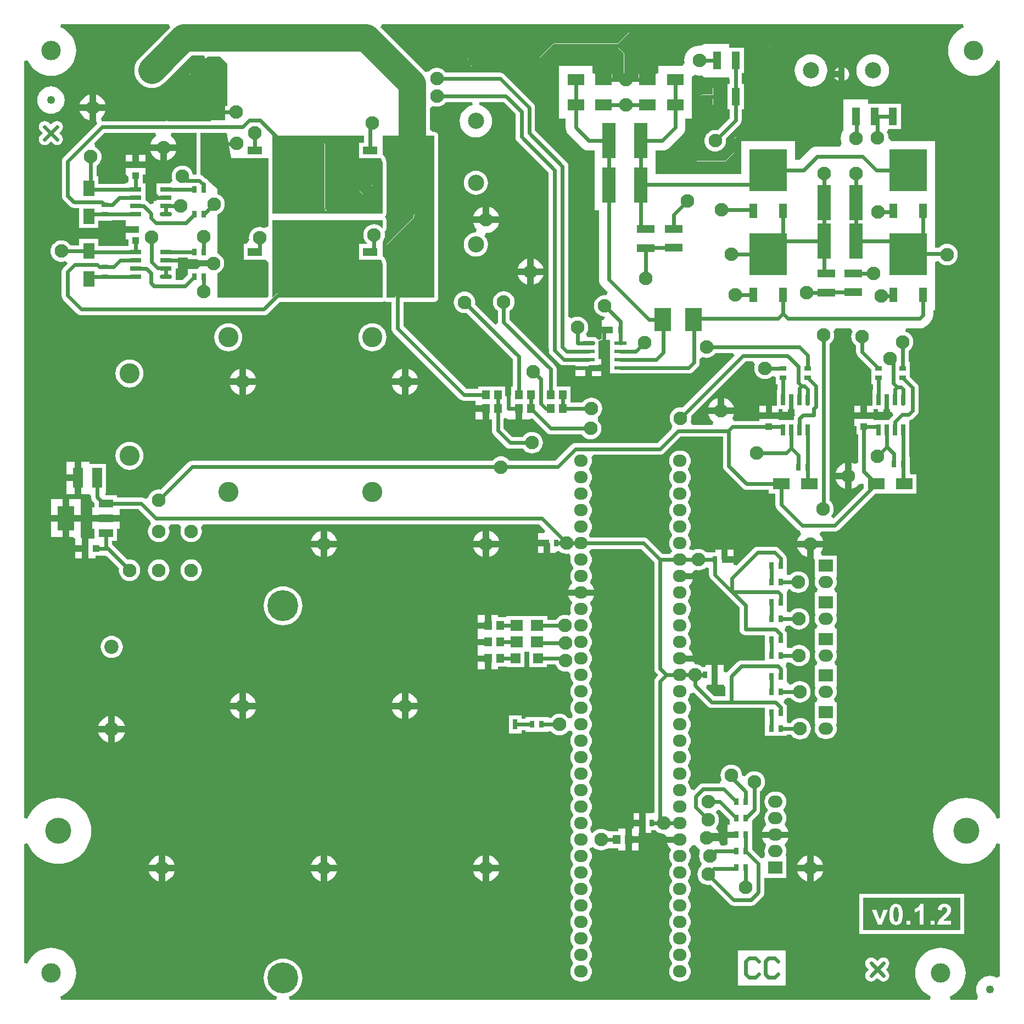
<source format=gtl>
%FSLAX25Y25*%
%MOIN*%
G70*
G01*
G75*
G04 Layer_Physical_Order=1*
G04 Layer_Color=255*
G04:AMPARAMS|DCode=10|XSize=43.31mil|YSize=39.37mil|CornerRadius=0mil|HoleSize=0mil|Usage=FLASHONLY|Rotation=90.000|XOffset=0mil|YOffset=0mil|HoleType=Round|Shape=RoundedRectangle|*
%AMROUNDEDRECTD10*
21,1,0.04331,0.03937,0,0,90.0*
21,1,0.04331,0.03937,0,0,90.0*
1,1,0.00000,0.01969,0.02165*
1,1,0.00000,0.01969,-0.02165*
1,1,0.00000,-0.01969,-0.02165*
1,1,0.00000,-0.01969,0.02165*
%
%ADD10ROUNDEDRECTD10*%
%ADD11R,0.04500X0.05300*%
%ADD12R,0.04100X0.03000*%
%ADD13R,0.03000X0.04100*%
%ADD14R,0.05118X0.10630*%
%ADD15R,0.07795X0.02362*%
G04:AMPARAMS|DCode=16|XSize=23.62mil|YSize=77.95mil|CornerRadius=0mil|HoleSize=0mil|Usage=FLASHONLY|Rotation=270.000|XOffset=0mil|YOffset=0mil|HoleType=Round|Shape=Octagon|*
%AMOCTAGOND16*
4,1,8,0.03898,0.00591,0.03898,-0.00591,0.03307,-0.01181,-0.03307,-0.01181,-0.03898,-0.00591,-0.03898,0.00591,-0.03307,0.01181,0.03307,0.01181,0.03898,0.00591,0.0*
%
%ADD16OCTAGOND16*%

%ADD17R,0.13976X0.10236*%
%ADD18R,0.05906X0.05906*%
G04:AMPARAMS|DCode=19|XSize=118.11mil|YSize=61.02mil|CornerRadius=0mil|HoleSize=0mil|Usage=FLASHONLY|Rotation=270.000|XOffset=0mil|YOffset=0mil|HoleType=Round|Shape=RoundedRectangle|*
%AMROUNDEDRECTD19*
21,1,0.11811,0.06102,0,0,270.0*
21,1,0.11811,0.06102,0,0,270.0*
1,1,0.00000,-0.03051,-0.05906*
1,1,0.00000,-0.03051,0.05906*
1,1,0.00000,0.03051,0.05906*
1,1,0.00000,0.03051,-0.05906*
%
%ADD19ROUNDEDRECTD19*%
G04:AMPARAMS|DCode=20|XSize=43.31mil|YSize=39.37mil|CornerRadius=0mil|HoleSize=0mil|Usage=FLASHONLY|Rotation=180.000|XOffset=0mil|YOffset=0mil|HoleType=Round|Shape=RoundedRectangle|*
%AMROUNDEDRECTD20*
21,1,0.04331,0.03937,0,0,180.0*
21,1,0.04331,0.03937,0,0,180.0*
1,1,0.00000,-0.02165,0.01969*
1,1,0.00000,0.02165,0.01969*
1,1,0.00000,0.02165,-0.01969*
1,1,0.00000,-0.02165,-0.01969*
%
%ADD20ROUNDEDRECTD20*%
%ADD21R,0.10433X0.06890*%
%ADD22R,0.04724X0.08661*%
%ADD23R,0.22835X0.25197*%
%ADD24R,0.03150X0.06299*%
%ADD25R,0.07874X0.21260*%
%ADD26R,0.10630X0.05118*%
%ADD27R,0.10000X0.15000*%
%ADD28R,0.09000X0.05000*%
%ADD29R,0.04500X0.05500*%
%ADD30R,0.07800X0.07000*%
%ADD31R,0.07008X0.02638*%
G04:AMPARAMS|DCode=32|XSize=26.38mil|YSize=70.08mil|CornerRadius=0mil|HoleSize=0mil|Usage=FLASHONLY|Rotation=90.000|XOffset=0mil|YOffset=0mil|HoleType=Round|Shape=Octagon|*
%AMOCTAGOND32*
4,1,8,-0.03504,-0.00660,-0.03504,0.00660,-0.02845,0.01319,0.02845,0.01319,0.03504,0.00660,0.03504,-0.00660,0.02845,-0.01319,-0.02845,-0.01319,-0.03504,-0.00660,0.0*
%
%ADD32OCTAGOND32*%

%ADD33R,0.21260X0.07874*%
%ADD34R,0.06890X0.09646*%
%ADD35C,0.04921*%
%ADD36C,0.05000*%
%ADD37O,0.01400X0.00700*%
%ADD38C,0.03500*%
%ADD39O,0.00700X0.01400*%
%ADD40R,0.08661X0.04724*%
%ADD41R,0.25197X0.22835*%
%ADD42R,0.10236X0.13976*%
%ADD43R,0.02638X0.07008*%
G04:AMPARAMS|DCode=44|XSize=26.38mil|YSize=70.08mil|CornerRadius=0mil|HoleSize=0mil|Usage=FLASHONLY|Rotation=180.000|XOffset=0mil|YOffset=0mil|HoleType=Round|Shape=Octagon|*
%AMOCTAGOND44*
4,1,8,0.00660,-0.03504,-0.00660,-0.03504,-0.01319,-0.02845,-0.01319,0.02845,-0.00660,0.03504,0.00660,0.03504,0.01319,0.02845,0.01319,-0.02845,0.00660,-0.03504,0.0*
%
%ADD44OCTAGOND44*%

%ADD45R,0.07800X0.07000*%
%ADD46R,0.05906X0.05906*%
%ADD47C,0.02362*%
%ADD48C,0.16500*%
%ADD49C,0.09843*%
%ADD50R,0.08661X0.07480*%
%ADD51C,0.08268*%
%ADD52O,0.08268X0.07480*%
%ADD53C,0.18779*%
%ADD54C,0.08661*%
%ADD55C,0.12200*%
%ADD56O,0.08661X0.07480*%
%ADD57C,0.11811*%
%ADD58C,0.15748*%
G36*
X-172165Y224402D02*
X-180100D01*
X-180522Y224318D01*
X-180879Y224079D01*
X-181118Y223722D01*
X-181202Y223300D01*
X-181118Y222878D01*
X-180879Y222521D01*
X-180522Y222282D01*
X-180100Y222198D01*
X-171772D01*
X-170415Y214600D01*
X-148078D01*
Y212238D01*
Y181577D01*
Y181340D01*
X-148031Y181107D01*
X-148032Y180870D01*
X-148015Y180831D01*
X-148000Y180754D01*
Y177513D01*
X-148010Y177461D01*
X-148026Y177425D01*
X-148026Y177424D01*
X-148026Y177410D01*
X-148032Y177397D01*
X-148031Y177161D01*
X-148078Y176928D01*
Y173674D01*
X-148473Y173242D01*
X-150440Y172337D01*
X-150802Y172531D01*
X-152026Y172902D01*
X-153300Y173028D01*
X-154574Y172902D01*
X-155798Y172531D01*
X-156927Y171927D01*
X-157916Y171116D01*
X-158727Y170126D01*
X-159331Y168998D01*
X-159702Y167773D01*
X-159827Y166500D01*
X-159702Y165226D01*
X-159622Y164963D01*
X-160815Y162924D01*
X-161260Y162601D01*
X-162961D01*
Y153152D01*
X-149575D01*
X-148078Y151410D01*
Y130776D01*
X-148933Y129921D01*
X-179000D01*
Y144840D01*
X-178902Y144869D01*
X-177773Y145473D01*
X-176784Y146284D01*
X-175973Y147274D01*
X-175369Y148402D01*
X-174998Y149627D01*
X-174873Y150900D01*
X-174998Y152173D01*
X-175369Y153398D01*
X-175973Y154526D01*
X-176784Y155516D01*
X-177773Y156327D01*
X-178902Y156931D01*
X-179000Y156960D01*
X-179000Y180575D01*
X-178502Y180726D01*
X-177374Y181329D01*
X-176384Y182141D01*
X-175573Y183130D01*
X-174969Y184259D01*
X-174598Y185483D01*
X-174472Y186757D01*
X-174598Y188030D01*
X-174969Y189255D01*
X-175573Y190383D01*
X-176384Y191372D01*
X-177374Y192184D01*
X-178502Y192787D01*
X-179000Y192938D01*
Y195975D01*
X-183341Y199773D01*
Y200012D01*
X-183614D01*
X-183865Y200232D01*
X-184108Y200819D01*
X-184676Y201559D01*
X-185416Y202127D01*
X-186257Y202476D01*
X-187502Y203720D01*
X-188242Y204288D01*
X-188599Y204436D01*
X-188734Y204492D01*
X-189200Y204900D01*
Y230026D01*
X-173169D01*
X-172165Y224402D01*
D02*
G37*
G36*
X146885Y90392D02*
X147364Y89358D01*
X147095Y88470D01*
X146969Y87197D01*
X147095Y85923D01*
X147466Y84699D01*
X148069Y83570D01*
X148881Y82581D01*
X149870Y81769D01*
X150999Y81166D01*
X152223Y80795D01*
X153497Y80669D01*
X154770Y80795D01*
X155995Y81166D01*
X157123Y81769D01*
X158019Y82505D01*
X158413Y82450D01*
X159988Y81763D01*
Y77541D01*
X160926D01*
Y74079D01*
X160819D01*
Y64449D01*
X157869D01*
Y60315D01*
X161805D01*
Y62347D01*
X164244D01*
Y60772D01*
X167532D01*
Y62346D01*
X168181D01*
Y68213D01*
X170819D01*
Y62346D01*
X171468D01*
Y59735D01*
X171724Y58803D01*
X171405Y58387D01*
X171048Y57525D01*
X170926Y56600D01*
Y55654D01*
X161805D01*
Y56378D01*
X149995D01*
Y55227D01*
X134722D01*
X134056Y56169D01*
X133704Y57196D01*
X134293Y58297D01*
X134637Y59431D01*
X118963D01*
X119307Y58297D01*
X120057Y56894D01*
X121065Y55665D01*
X122162Y54765D01*
X122162Y54303D01*
X121599Y52797D01*
X109605D01*
X108853Y53674D01*
X108341Y54765D01*
X108602Y55626D01*
X108728Y56900D01*
X108602Y58174D01*
X108585Y58231D01*
X141680Y91326D01*
X146106D01*
X146885Y90392D01*
D02*
G37*
G36*
X274249Y294136D02*
X273050Y293639D01*
X271002Y292384D01*
X269176Y290824D01*
X267616Y288998D01*
X266361Y286950D01*
X265441Y284730D01*
X264881Y282395D01*
X264692Y280000D01*
X264881Y277605D01*
X265441Y275270D01*
X266361Y273050D01*
X267616Y271002D01*
X269176Y269176D01*
X271002Y267616D01*
X273050Y266361D01*
X275270Y265441D01*
X277605Y264881D01*
X280000Y264692D01*
X282395Y264881D01*
X284730Y265441D01*
X286950Y266361D01*
X288998Y267616D01*
X290824Y269176D01*
X292384Y271002D01*
X293639Y273050D01*
X294136Y274249D01*
X296105Y273858D01*
Y-185835D01*
X294136Y-186160D01*
X294094Y-186036D01*
X292935Y-183687D01*
X291480Y-181509D01*
X289752Y-179539D01*
X287783Y-177812D01*
X285605Y-176356D01*
X283255Y-175197D01*
X280774Y-174355D01*
X278205Y-173844D01*
X275590Y-173673D01*
X272976Y-173844D01*
X270407Y-174355D01*
X267926Y-175197D01*
X265577Y-176356D01*
X263398Y-177812D01*
X261429Y-179539D01*
X259701Y-181509D01*
X258246Y-183687D01*
X257087Y-186036D01*
X256245Y-188517D01*
X255734Y-191087D01*
X255563Y-193701D01*
X255734Y-196315D01*
X256245Y-198884D01*
X257087Y-201365D01*
X258246Y-203715D01*
X259701Y-205893D01*
X261429Y-207863D01*
X263398Y-209590D01*
X265577Y-211046D01*
X267926Y-212204D01*
X270407Y-213046D01*
X272976Y-213557D01*
X275590Y-213729D01*
X278205Y-213557D01*
X280774Y-213046D01*
X283255Y-212204D01*
X285605Y-211046D01*
X287783Y-209590D01*
X289752Y-207863D01*
X291480Y-205893D01*
X292935Y-203715D01*
X294094Y-201365D01*
X294136Y-201241D01*
X296105Y-201566D01*
Y-281768D01*
X295544Y-282267D01*
X294136Y-282836D01*
X293179Y-282325D01*
X291621Y-281852D01*
X290000Y-281692D01*
X288379Y-281852D01*
X286821Y-282325D01*
X285384Y-283092D01*
X284126Y-284126D01*
X283092Y-285384D01*
X282325Y-286821D01*
X281852Y-288379D01*
X281692Y-290000D01*
X281852Y-291621D01*
X282325Y-293179D01*
X282836Y-294136D01*
X282267Y-295544D01*
X281768Y-296105D01*
X266142D01*
X265751Y-294136D01*
X266950Y-293639D01*
X268998Y-292384D01*
X270824Y-290824D01*
X272384Y-288998D01*
X273639Y-286950D01*
X274559Y-284730D01*
X275119Y-282395D01*
X275308Y-280000D01*
X275119Y-277605D01*
X274559Y-275270D01*
X273639Y-273050D01*
X272384Y-271002D01*
X270824Y-269176D01*
X268998Y-267616D01*
X266950Y-266361D01*
X264730Y-265441D01*
X262395Y-264881D01*
X260000Y-264692D01*
X257605Y-264881D01*
X255270Y-265441D01*
X253050Y-266361D01*
X251002Y-267616D01*
X249176Y-269176D01*
X247616Y-271002D01*
X246361Y-273050D01*
X245441Y-275270D01*
X244881Y-277605D01*
X244692Y-280000D01*
X244881Y-282395D01*
X245441Y-284730D01*
X246361Y-286950D01*
X247616Y-288998D01*
X249176Y-290824D01*
X251002Y-292384D01*
X253050Y-293639D01*
X254249Y-294136D01*
X253858Y-296105D01*
X-134976D01*
X-135454Y-294203D01*
X-133745Y-293496D01*
X-132168Y-292529D01*
X-130761Y-291328D01*
X-129560Y-289921D01*
X-128593Y-288344D01*
X-127885Y-286635D01*
X-127454Y-284836D01*
X-127308Y-282992D01*
X-127454Y-281148D01*
X-127885Y-279349D01*
X-128593Y-277640D01*
X-129560Y-276063D01*
X-130761Y-274657D01*
X-132168Y-273455D01*
X-133745Y-272489D01*
X-135454Y-271781D01*
X-137253Y-271349D01*
X-139097Y-271204D01*
X-140941Y-271349D01*
X-142740Y-271781D01*
X-144449Y-272489D01*
X-146026Y-273455D01*
X-147432Y-274657D01*
X-148634Y-276063D01*
X-149600Y-277640D01*
X-150308Y-279349D01*
X-150740Y-281148D01*
X-150885Y-282992D01*
X-150740Y-284836D01*
X-150308Y-286635D01*
X-149600Y-288344D01*
X-148634Y-289921D01*
X-147432Y-291328D01*
X-146026Y-292529D01*
X-144449Y-293496D01*
X-142740Y-294203D01*
X-143217Y-296105D01*
X-273858D01*
X-274249Y-294136D01*
X-273050Y-293639D01*
X-271002Y-292384D01*
X-269176Y-290824D01*
X-267616Y-288998D01*
X-266361Y-286950D01*
X-265441Y-284730D01*
X-264881Y-282395D01*
X-264692Y-280000D01*
X-264881Y-277605D01*
X-265441Y-275270D01*
X-266361Y-273050D01*
X-267616Y-271002D01*
X-269176Y-269176D01*
X-271002Y-267616D01*
X-273050Y-266361D01*
X-275270Y-265441D01*
X-277605Y-264881D01*
X-280000Y-264692D01*
X-282395Y-264881D01*
X-284730Y-265441D01*
X-286950Y-266361D01*
X-288998Y-267616D01*
X-290824Y-269176D01*
X-292384Y-271002D01*
X-293639Y-273050D01*
X-294136Y-274249D01*
X-296105Y-273858D01*
Y-201566D01*
X-294136Y-201241D01*
X-294094Y-201365D01*
X-292935Y-203715D01*
X-291480Y-205893D01*
X-289752Y-207863D01*
X-287783Y-209590D01*
X-285605Y-211046D01*
X-283255Y-212204D01*
X-280774Y-213046D01*
X-278205Y-213557D01*
X-275590Y-213729D01*
X-272976Y-213557D01*
X-270407Y-213046D01*
X-267926Y-212204D01*
X-265577Y-211046D01*
X-263398Y-209590D01*
X-261429Y-207863D01*
X-259701Y-205893D01*
X-258246Y-203715D01*
X-257087Y-201365D01*
X-256245Y-198884D01*
X-255734Y-196315D01*
X-255563Y-193701D01*
X-255734Y-191087D01*
X-256245Y-188517D01*
X-257087Y-186036D01*
X-258246Y-183687D01*
X-259701Y-181509D01*
X-261429Y-179539D01*
X-263398Y-177812D01*
X-265577Y-176356D01*
X-267926Y-175197D01*
X-270407Y-174355D01*
X-272976Y-173844D01*
X-275590Y-173673D01*
X-278205Y-173844D01*
X-280774Y-174355D01*
X-283255Y-175197D01*
X-285605Y-176356D01*
X-287783Y-177812D01*
X-289752Y-179539D01*
X-291480Y-181509D01*
X-292935Y-183687D01*
X-294094Y-186036D01*
X-294136Y-186160D01*
X-296105Y-185835D01*
Y273858D01*
X-294136Y274249D01*
X-293639Y273050D01*
X-292384Y271002D01*
X-290824Y269176D01*
X-288998Y267616D01*
X-286950Y266361D01*
X-284730Y265441D01*
X-282395Y264881D01*
X-280000Y264692D01*
X-277605Y264881D01*
X-275270Y265441D01*
X-273050Y266361D01*
X-271002Y267616D01*
X-269176Y269176D01*
X-267616Y271002D01*
X-266361Y273050D01*
X-265441Y275270D01*
X-264881Y277605D01*
X-264692Y280000D01*
X-264881Y282395D01*
X-265441Y284730D01*
X-266361Y286950D01*
X-267616Y288998D01*
X-269176Y290824D01*
X-271002Y292384D01*
X-273050Y293639D01*
X-274249Y294136D01*
X-273858Y296105D01*
X-208474D01*
X-207659Y294136D01*
X-226267Y275527D01*
X-227352Y274257D01*
X-228225Y272833D01*
X-228864Y271289D01*
X-229254Y269665D01*
X-229385Y268000D01*
X-229254Y266335D01*
X-228864Y264710D01*
X-228225Y263167D01*
X-227352Y261743D01*
X-226267Y260473D01*
X-224997Y259388D01*
X-223573Y258515D01*
X-222030Y257876D01*
X-220405Y257486D01*
X-218740Y257355D01*
X-217075Y257486D01*
X-215451Y257876D01*
X-213907Y258515D01*
X-212483Y259388D01*
X-211213Y260473D01*
X-194691Y276995D01*
X-186896D01*
X-186277Y275135D01*
X-184584Y276400D01*
X-177340D01*
X-173040Y272100D01*
Y246433D01*
X-173127Y246326D01*
X-173129Y246324D01*
X-180850D01*
X-181775Y246202D01*
X-182637Y245845D01*
X-183377Y245278D01*
X-183945Y244537D01*
X-184302Y243675D01*
X-184424Y242750D01*
X-184302Y241825D01*
X-183945Y240964D01*
X-183377Y240223D01*
X-182637Y239655D01*
X-182349Y239536D01*
X-182819Y237174D01*
X-209400D01*
Y237276D01*
X-211215Y237174D01*
X-249000D01*
X-249046Y237168D01*
X-249127Y237291D01*
X-249719Y239065D01*
X-248865Y239765D01*
X-247857Y240994D01*
X-247107Y242396D01*
X-246763Y243531D01*
X-252631D01*
Y237463D01*
X-252114Y236837D01*
X-251794Y235860D01*
X-272327Y215327D01*
X-272895Y214587D01*
X-273252Y213725D01*
X-273374Y212800D01*
Y191900D01*
X-273252Y190975D01*
X-272895Y190113D01*
X-272327Y189373D01*
X-268526Y185571D01*
X-267785Y185003D01*
X-266923Y184646D01*
X-265998Y184525D01*
X-262807D01*
Y172350D01*
X-251193D01*
Y176738D01*
X-242988D01*
Y177026D01*
X-234506D01*
Y173515D01*
X-228600D01*
Y169578D01*
X-234506D01*
Y165444D01*
X-232931D01*
Y161581D01*
X-234479D01*
Y161474D01*
X-251193D01*
Y165650D01*
X-262807D01*
Y161874D01*
X-268245D01*
X-268273Y161926D01*
X-269084Y162916D01*
X-270074Y163727D01*
X-271202Y164331D01*
X-272427Y164702D01*
X-273700Y164828D01*
X-274974Y164702D01*
X-276198Y164331D01*
X-277326Y163727D01*
X-278316Y162916D01*
X-279127Y161926D01*
X-279731Y160798D01*
X-280102Y159573D01*
X-280227Y158300D01*
X-280102Y157027D01*
X-279731Y155802D01*
X-279127Y154674D01*
X-278316Y153684D01*
X-277326Y152873D01*
X-276198Y152269D01*
X-274974Y151898D01*
X-273700Y151772D01*
X-272427Y151898D01*
X-271202Y152269D01*
X-271130Y152308D01*
X-269945Y150709D01*
X-272427Y148227D01*
X-272995Y147487D01*
X-273352Y146625D01*
X-273474Y145700D01*
Y131300D01*
X-273352Y130375D01*
X-272995Y129513D01*
X-272427Y128773D01*
X-264127Y120473D01*
X-263387Y119905D01*
X-262525Y119548D01*
X-261600Y119426D01*
X-150800D01*
X-149875Y119548D01*
X-149013Y119905D01*
X-148273Y120473D01*
X-141233Y127513D01*
X-78740D01*
X-77819Y127696D01*
X-77536Y127885D01*
X-77253Y127696D01*
X-76332Y127513D01*
X-73221D01*
Y111447D01*
X-73099Y110522D01*
X-72890Y110017D01*
X-72742Y109660D01*
X-72174Y108920D01*
X-31827Y68573D01*
X-31087Y68005D01*
X-30225Y67648D01*
X-29300Y67526D01*
X-22207D01*
Y64768D01*
X-16020D01*
Y62800D01*
X-14052D01*
Y56213D01*
X-12300D01*
Y49426D01*
X-12179Y48502D01*
X-11822Y47640D01*
X-11254Y46899D01*
X-3827Y39473D01*
X-3087Y38905D01*
X-2225Y38548D01*
X-1300Y38426D01*
X6618D01*
X6646Y38374D01*
X7458Y37384D01*
X8447Y36573D01*
X9576Y35969D01*
X10800Y35598D01*
X12073Y35473D01*
X13347Y35598D01*
X14571Y35969D01*
X15700Y36573D01*
X16689Y37384D01*
X17501Y38374D01*
X18104Y39502D01*
X18476Y40727D01*
X18601Y42000D01*
X18476Y43273D01*
X18104Y44498D01*
X17501Y45627D01*
X16689Y46616D01*
X15700Y47427D01*
X14571Y48031D01*
X13347Y48402D01*
X12073Y48528D01*
X10800Y48402D01*
X9576Y48031D01*
X8447Y47427D01*
X7458Y46616D01*
X6646Y45627D01*
X6618Y45574D01*
X180D01*
X-5153Y50907D01*
Y56244D01*
X-5135Y56270D01*
X-4129Y57044D01*
X-2160Y56213D01*
Y56213D01*
X2058D01*
Y62800D01*
X5995D01*
Y56213D01*
X10214D01*
Y56213D01*
X12182Y56884D01*
X20993Y48073D01*
X20993Y48073D01*
X21561Y47637D01*
X21733Y47505D01*
X22238Y47296D01*
X22595Y47148D01*
X22703Y47134D01*
X23520Y47026D01*
X23520Y47026D01*
X42145D01*
X42173Y46973D01*
X42984Y45984D01*
X43973Y45173D01*
X45102Y44569D01*
X46327Y44198D01*
X47600Y44072D01*
X48873Y44198D01*
X50098Y44569D01*
X51227Y45173D01*
X52216Y45984D01*
X53027Y46973D01*
X53631Y48102D01*
X54002Y49327D01*
X54128Y50600D01*
X54002Y51873D01*
X53631Y53098D01*
X53027Y54226D01*
X52216Y55216D01*
X52078Y55329D01*
X51929Y56197D01*
X52074Y57559D01*
X52174Y57740D01*
X52716Y58184D01*
X53527Y59174D01*
X54131Y60302D01*
X54502Y61527D01*
X54628Y62800D01*
X54502Y64073D01*
X54131Y65298D01*
X53527Y66426D01*
X52716Y67416D01*
X51727Y68227D01*
X50598Y68831D01*
X49373Y69202D01*
X48100Y69327D01*
X46826Y69202D01*
X45602Y68831D01*
X44473Y68227D01*
X43484Y67416D01*
X42673Y66426D01*
X42645Y66374D01*
X35286D01*
Y76112D01*
X26954D01*
Y86712D01*
X26832Y87637D01*
X26475Y88498D01*
X25907Y89239D01*
X-1526Y116672D01*
Y122045D01*
X-1474Y122073D01*
X-484Y122884D01*
X327Y123873D01*
X931Y125002D01*
X1302Y126226D01*
X1428Y127500D01*
X1302Y128773D01*
X931Y129998D01*
X327Y131126D01*
X-484Y132116D01*
X-1474Y132927D01*
X-2602Y133531D01*
X-3827Y133902D01*
X-5100Y134028D01*
X-6373Y133902D01*
X-7598Y133531D01*
X-8726Y132927D01*
X-9716Y132116D01*
X-10527Y131126D01*
X-11131Y129998D01*
X-11502Y128773D01*
X-11627Y127500D01*
X-11502Y126226D01*
X-11131Y125002D01*
X-10527Y123873D01*
X-9716Y122884D01*
X-8726Y122073D01*
X-8674Y122045D01*
Y115191D01*
X-8616Y114754D01*
X-10030Y113826D01*
X-10371Y113725D01*
X-22515Y125870D01*
X-22498Y125926D01*
X-22373Y127200D01*
X-22498Y128473D01*
X-22869Y129698D01*
X-23473Y130826D01*
X-24284Y131816D01*
X-25273Y132627D01*
X-26402Y133231D01*
X-27626Y133602D01*
X-28900Y133728D01*
X-30174Y133602D01*
X-31398Y133231D01*
X-32526Y132627D01*
X-33516Y131816D01*
X-34327Y130826D01*
X-34931Y129698D01*
X-35302Y128473D01*
X-35427Y127200D01*
X-35302Y125926D01*
X-34931Y124702D01*
X-34327Y123574D01*
X-33516Y122584D01*
X-32526Y121773D01*
X-31398Y121169D01*
X-30174Y120798D01*
X-28900Y120673D01*
X-27626Y120798D01*
X-27569Y120815D01*
X453Y92793D01*
Y76112D01*
X-586D01*
Y70779D01*
X-1417Y69947D01*
X-2146Y69593D01*
X-4114Y70376D01*
Y76112D01*
X-20632D01*
Y74674D01*
X-27820D01*
X-66073Y112927D01*
Y127513D01*
X-47244Y127513D01*
X-46322Y127696D01*
X-45541Y128218D01*
X-45019Y129000D01*
X-44836Y129921D01*
X-44836Y228346D01*
X-45019Y229268D01*
X-45541Y230049D01*
X-46322Y230572D01*
X-47244Y230755D01*
X-48409D01*
X-49801Y232147D01*
Y245079D01*
X-48928Y245828D01*
X-47833Y246344D01*
X-46973Y246083D01*
X-45700Y245958D01*
X-44427Y246083D01*
X-43202Y246454D01*
X-42074Y247058D01*
X-41084Y247869D01*
X-40273Y248859D01*
X-40244Y248911D01*
X-24137D01*
X-23930Y246960D01*
X-25785Y246397D01*
X-27495Y245483D01*
X-28993Y244253D01*
X-30223Y242755D01*
X-31137Y241045D01*
X-31700Y239189D01*
X-31890Y237260D01*
X-31700Y235330D01*
X-31137Y233475D01*
X-30223Y231765D01*
X-28993Y230266D01*
X-27495Y229036D01*
X-25785Y228122D01*
X-23930Y227560D01*
X-22000Y227370D01*
X-20071Y227560D01*
X-18215Y228122D01*
X-16505Y229036D01*
X-15007Y230266D01*
X-13777Y231765D01*
X-12863Y233475D01*
X-12300Y235330D01*
X-12110Y237260D01*
X-12300Y239189D01*
X-12863Y241045D01*
X-13777Y242755D01*
X-15007Y244253D01*
X-16505Y245483D01*
X-18215Y246397D01*
X-20071Y246960D01*
X-19863Y248911D01*
X-5236D01*
X2037Y241637D01*
Y227589D01*
X2159Y226664D01*
X2516Y225802D01*
X3084Y225062D01*
X22077Y206069D01*
Y98168D01*
X22199Y97243D01*
X22408Y96738D01*
X22556Y96381D01*
X23124Y95640D01*
X28792Y89973D01*
X29532Y89405D01*
X30394Y89048D01*
X31319Y88926D01*
X38461D01*
Y82382D01*
X44327D01*
Y87500D01*
X46295D01*
Y88926D01*
X46528Y88956D01*
X52555D01*
Y89468D01*
X54130D01*
Y92618D01*
X52555D01*
Y93957D01*
Y101043D01*
Y102359D01*
Y102384D01*
X52555Y103816D01*
X54265Y104395D01*
X54312Y104401D01*
X54369Y104406D01*
X56242Y104413D01*
X56365D01*
X56376Y104413D01*
X56379Y104413D01*
X59445D01*
Y98957D01*
Y93957D01*
Y88957D01*
Y83957D01*
X65473D01*
X65705Y83926D01*
X107200D01*
X108125Y84048D01*
X108987Y84405D01*
X109727Y84973D01*
X112850Y88096D01*
X112851Y88097D01*
X112852Y88098D01*
X113137Y88470D01*
X113418Y88836D01*
X113418Y88837D01*
X113419Y88839D01*
X113597Y89267D01*
X113775Y89698D01*
X113775Y89700D01*
X113776Y89701D01*
X113836Y90160D01*
X113897Y90623D01*
X113897Y90624D01*
X113897Y90626D01*
X113895Y92696D01*
X114778Y93451D01*
X115862Y93960D01*
X116727Y93698D01*
X118000Y93572D01*
X119273Y93698D01*
X120498Y94069D01*
X121626Y94673D01*
X122616Y95484D01*
X123427Y96473D01*
X123456Y96526D01*
X134200D01*
X134953Y94708D01*
X103531Y63285D01*
X103473Y63302D01*
X102200Y63428D01*
X100926Y63302D01*
X99702Y62931D01*
X98573Y62327D01*
X97584Y61516D01*
X96773Y60527D01*
X96169Y59398D01*
X95798Y58174D01*
X95673Y56900D01*
X95798Y55626D01*
X96169Y54402D01*
X96773Y53273D01*
X96892Y53128D01*
X97584Y52284D01*
X96815Y50369D01*
X88248Y41802D01*
X38448D01*
X37523Y41680D01*
X36661Y41323D01*
X35921Y40755D01*
X26139Y30974D01*
X-1455D01*
X-2147Y31817D01*
X-3136Y32629D01*
X-4264Y33232D01*
X-5489Y33604D01*
X-6762Y33729D01*
X-8036Y33604D01*
X-9260Y33232D01*
X-10389Y32629D01*
X-11378Y31817D01*
X-12070Y30974D01*
X-194300D01*
X-194300Y30974D01*
X-195117Y30866D01*
X-195225Y30852D01*
X-195477Y30748D01*
X-196087Y30495D01*
X-196506Y30174D01*
X-196827Y29927D01*
X-196827Y29927D01*
X-213269Y13485D01*
X-213327Y13502D01*
X-214600Y13627D01*
X-215874Y13502D01*
X-217098Y13131D01*
X-218227Y12527D01*
X-219216Y11716D01*
X-220027Y10727D01*
X-220631Y9598D01*
X-220913Y8666D01*
X-221882Y8161D01*
X-223024Y7928D01*
X-223483Y8280D01*
X-223840Y8428D01*
X-224345Y8637D01*
X-225270Y8759D01*
X-239749D01*
Y10047D01*
X-246583D01*
X-246975Y10449D01*
X-246590Y12417D01*
X-246590D01*
Y28953D01*
X-256630D01*
Y30528D01*
X-261650D01*
Y20685D01*
Y10842D01*
X-256630D01*
X-255578Y9310D01*
Y9004D01*
X-255456Y8079D01*
X-255247Y7574D01*
X-255099Y7217D01*
X-254531Y6477D01*
X-253473Y5419D01*
Y2622D01*
X-255048D01*
Y-1846D01*
X-238174D01*
Y1611D01*
X-226750D01*
X-219901Y-5238D01*
X-219183Y-7195D01*
X-219994Y-8185D01*
X-220598Y-9313D01*
X-220969Y-10538D01*
X-221094Y-11811D01*
X-220969Y-13084D01*
X-220598Y-14309D01*
X-219994Y-15438D01*
X-219183Y-16427D01*
X-218193Y-17238D01*
X-217065Y-17842D01*
X-215840Y-18213D01*
X-214567Y-18338D01*
X-213294Y-18213D01*
X-212069Y-17842D01*
X-210941Y-17238D01*
X-209951Y-16427D01*
X-209139Y-15438D01*
X-208536Y-14309D01*
X-208165Y-13084D01*
X-208039Y-11811D01*
X-208165Y-10538D01*
X-208467Y-9542D01*
X-208159Y-8809D01*
X-207234Y-7574D01*
X-202215D01*
X-201290Y-8809D01*
X-200982Y-9542D01*
X-201284Y-10538D01*
X-201409Y-11811D01*
X-201284Y-13084D01*
X-200912Y-14309D01*
X-200309Y-15438D01*
X-199497Y-16427D01*
X-198508Y-17238D01*
X-197380Y-17842D01*
X-196155Y-18213D01*
X-194882Y-18338D01*
X-193608Y-18213D01*
X-192384Y-17842D01*
X-191255Y-17238D01*
X-190266Y-16427D01*
X-189454Y-15438D01*
X-188851Y-14309D01*
X-188480Y-13084D01*
X-188354Y-11811D01*
X-188480Y-10538D01*
X-188782Y-9542D01*
X-188474Y-8809D01*
X-187549Y-7574D01*
X16520D01*
X20140Y-11194D01*
X19387Y-13013D01*
X15663D01*
Y-17031D01*
X21100D01*
Y-19000D01*
X23038D01*
Y-23412D01*
X23068D01*
Y-24987D01*
X26537D01*
Y-24138D01*
X27469Y-23874D01*
X28506Y-23715D01*
X29373Y-24427D01*
X30502Y-25031D01*
X31727Y-25402D01*
X33000Y-25528D01*
X34273Y-25402D01*
X35138Y-26142D01*
X35703Y-27025D01*
X35451Y-27859D01*
X35333Y-29055D01*
X35451Y-30251D01*
X35799Y-31402D01*
X36366Y-32462D01*
X37129Y-33391D01*
Y-34719D01*
X36366Y-35648D01*
X35799Y-36709D01*
X35451Y-37859D01*
X35333Y-39055D01*
X35451Y-40251D01*
X35799Y-41402D01*
X36366Y-42462D01*
X36275Y-43382D01*
X36010Y-43600D01*
X35050Y-44769D01*
X34337Y-46103D01*
X34039Y-47087D01*
X49678D01*
X49379Y-46103D01*
X48666Y-44769D01*
X47707Y-43600D01*
X47441Y-43382D01*
X47350Y-42462D01*
X47917Y-41402D01*
X48266Y-40251D01*
X48384Y-39055D01*
X48266Y-37859D01*
X47917Y-36709D01*
X47350Y-35648D01*
X46588Y-34719D01*
Y-33391D01*
X47350Y-32462D01*
X47917Y-31402D01*
X48266Y-30251D01*
X48384Y-29055D01*
X48266Y-27859D01*
X47917Y-26709D01*
X47350Y-25648D01*
X46588Y-24719D01*
Y-24265D01*
X48218Y-22574D01*
X78320D01*
X86281Y-30536D01*
Y-95155D01*
X86403Y-96080D01*
X86760Y-96942D01*
X87328Y-97682D01*
X88701Y-99055D01*
X87328Y-100428D01*
X86760Y-101168D01*
X86403Y-102030D01*
X86281Y-102955D01*
Y-182472D01*
X84537Y-183013D01*
X84537Y-183013D01*
Y-183013D01*
X84537Y-183013D01*
X81068D01*
Y-184588D01*
X81038D01*
Y-189000D01*
Y-193412D01*
X81068D01*
Y-194987D01*
X84537D01*
Y-193412D01*
X87217D01*
X87384Y-193616D01*
X88374Y-194427D01*
X89502Y-195031D01*
X90727Y-195402D01*
X92000Y-195528D01*
X92497Y-195478D01*
X93830Y-196826D01*
X93932Y-197087D01*
X101858D01*
Y-201024D01*
X94039D01*
X94337Y-202007D01*
X95050Y-203341D01*
X96010Y-204510D01*
X96275Y-204728D01*
X96366Y-205648D01*
X95799Y-206709D01*
X95451Y-207859D01*
X95333Y-209055D01*
X95451Y-210251D01*
X95799Y-211402D01*
X96366Y-212462D01*
X97129Y-213391D01*
Y-214719D01*
X96366Y-215648D01*
X95799Y-216709D01*
X95451Y-217859D01*
X95333Y-219055D01*
X95451Y-220251D01*
X95799Y-221402D01*
X96366Y-222462D01*
X97129Y-223391D01*
Y-224719D01*
X96366Y-225648D01*
X95799Y-226709D01*
X95451Y-227859D01*
X95333Y-229055D01*
X95451Y-230251D01*
X95799Y-231402D01*
X96366Y-232462D01*
X97129Y-233391D01*
Y-234719D01*
X96366Y-235648D01*
X95799Y-236709D01*
X95451Y-237859D01*
X95333Y-239055D01*
X95451Y-240251D01*
X95799Y-241402D01*
X96366Y-242462D01*
X97129Y-243391D01*
Y-244719D01*
X96366Y-245648D01*
X95799Y-246709D01*
X95451Y-247859D01*
X95333Y-249055D01*
X95451Y-250251D01*
X95799Y-251402D01*
X96366Y-252462D01*
X97129Y-253391D01*
Y-254719D01*
X96366Y-255648D01*
X95799Y-256709D01*
X95451Y-257859D01*
X95333Y-259055D01*
X95451Y-260251D01*
X95799Y-261402D01*
X96366Y-262462D01*
X97129Y-263391D01*
Y-264719D01*
X96366Y-265648D01*
X95799Y-266709D01*
X95451Y-267859D01*
X95333Y-269055D01*
X95451Y-270251D01*
X95799Y-271402D01*
X96366Y-272462D01*
X97129Y-273391D01*
Y-274719D01*
X96366Y-275648D01*
X95799Y-276709D01*
X95451Y-277859D01*
X95333Y-279055D01*
X95451Y-280251D01*
X95799Y-281402D01*
X96366Y-282462D01*
X97129Y-283391D01*
X98058Y-284154D01*
X99118Y-284720D01*
X100268Y-285069D01*
X101465Y-285187D01*
X102252D01*
X103448Y-285069D01*
X104599Y-284720D01*
X105659Y-284154D01*
X106588Y-283391D01*
X107351Y-282462D01*
X107917Y-281402D01*
X108266Y-280251D01*
X108384Y-279055D01*
X108266Y-277859D01*
X107917Y-276709D01*
X107351Y-275648D01*
X106588Y-274719D01*
Y-273391D01*
X107351Y-272462D01*
X107917Y-271402D01*
X108266Y-270251D01*
X108384Y-269055D01*
X108266Y-267859D01*
X107917Y-266709D01*
X107351Y-265648D01*
X106588Y-264719D01*
Y-263391D01*
X107351Y-262462D01*
X107917Y-261402D01*
X108266Y-260251D01*
X108384Y-259055D01*
X108266Y-257859D01*
X107917Y-256709D01*
X107351Y-255648D01*
X106588Y-254719D01*
Y-253391D01*
X107351Y-252462D01*
X107917Y-251402D01*
X108266Y-250251D01*
X108384Y-249055D01*
X108266Y-247859D01*
X107917Y-246709D01*
X107351Y-245648D01*
X106588Y-244719D01*
Y-243391D01*
X107351Y-242462D01*
X107917Y-241402D01*
X108266Y-240251D01*
X108384Y-239055D01*
X108266Y-237859D01*
X107917Y-236709D01*
X107351Y-235648D01*
X106588Y-234719D01*
Y-233391D01*
X107351Y-232462D01*
X107917Y-231402D01*
X108266Y-230251D01*
X108384Y-229055D01*
X108266Y-227859D01*
X107917Y-226709D01*
X107351Y-225648D01*
X106588Y-224719D01*
Y-223391D01*
X107351Y-222462D01*
X107917Y-221402D01*
X108266Y-220251D01*
X108384Y-219055D01*
X108266Y-217859D01*
X107917Y-216709D01*
X107351Y-215648D01*
X106588Y-214719D01*
Y-213391D01*
X107351Y-212462D01*
X107917Y-211402D01*
X108266Y-210251D01*
X108384Y-209055D01*
X108266Y-207859D01*
X107917Y-206709D01*
X107351Y-205648D01*
X107441Y-204728D01*
X107707Y-204510D01*
X108666Y-203341D01*
X109069Y-202588D01*
X110817Y-202389D01*
X111257Y-202506D01*
X112265Y-203735D01*
X112551Y-203969D01*
X112989Y-204328D01*
X112989Y-204328D01*
X113494Y-204743D01*
X114142Y-205089D01*
X114142Y-205091D01*
X113853Y-206886D01*
X113798Y-207066D01*
X113598Y-207727D01*
X113472Y-209000D01*
X113598Y-210274D01*
X113969Y-211498D01*
X114573Y-212627D01*
X114654Y-212725D01*
X115158Y-214021D01*
X114410Y-215363D01*
X114384Y-215384D01*
X113573Y-216373D01*
X112969Y-217502D01*
X112598Y-218726D01*
X112472Y-220000D01*
X112598Y-221273D01*
X112969Y-222498D01*
X113573Y-223626D01*
X114384Y-224616D01*
X115374Y-225427D01*
X116502Y-226031D01*
X117727Y-226402D01*
X119000Y-226528D01*
X120273Y-226402D01*
X120331Y-226385D01*
X132047Y-238101D01*
X132787Y-238669D01*
X133649Y-239026D01*
X134574Y-239148D01*
X134574Y-239148D01*
X145077D01*
X146002Y-239026D01*
X146507Y-238817D01*
X146864Y-238669D01*
X147604Y-238101D01*
X152101Y-233604D01*
X152669Y-232864D01*
X153026Y-232002D01*
X153148Y-231077D01*
Y-224119D01*
X153165Y-222158D01*
X155116Y-222158D01*
X166551D01*
Y-209953D01*
X166551Y-209953D01*
X166241Y-207984D01*
X166463Y-207251D01*
X166581Y-206055D01*
X166463Y-204859D01*
X166114Y-203709D01*
X165547Y-202648D01*
X165638Y-201728D01*
X165904Y-201510D01*
X166863Y-200341D01*
X167576Y-199007D01*
X167874Y-198024D01*
X151842D01*
X152141Y-199007D01*
X152854Y-200341D01*
X153813Y-201510D01*
X154079Y-201728D01*
X154169Y-202648D01*
X153603Y-203709D01*
X153254Y-204859D01*
X153136Y-206055D01*
X153254Y-207251D01*
X153476Y-207984D01*
X153165Y-209953D01*
X153165Y-209953D01*
X151197Y-210301D01*
X145759Y-204863D01*
Y-201643D01*
X145759Y-201643D01*
D01*
X145765Y-200467D01*
X145765D01*
X145765Y-199677D01*
Y-191643D01*
X145765D01*
X145759Y-190467D01*
X145759D01*
Y-187247D01*
X149467Y-183539D01*
X150035Y-182799D01*
X150392Y-181937D01*
X150514Y-181012D01*
Y-169488D01*
X150627Y-169427D01*
X151616Y-168616D01*
X152427Y-167627D01*
X153031Y-166498D01*
X153402Y-165273D01*
X153527Y-164000D01*
X153402Y-162726D01*
X153031Y-161502D01*
X152427Y-160373D01*
X151616Y-159384D01*
X150627Y-158573D01*
X149498Y-157969D01*
X148274Y-157598D01*
X147000Y-157473D01*
X145727Y-157598D01*
X144502Y-157969D01*
X143374Y-158573D01*
X142384Y-159384D01*
X141573Y-160373D01*
X141445Y-160612D01*
X139525Y-160029D01*
X139527Y-160000D01*
X139402Y-158727D01*
X139031Y-157502D01*
X138427Y-156374D01*
X137616Y-155384D01*
X136627Y-154573D01*
X135498Y-153969D01*
X134274Y-153598D01*
X133000Y-153472D01*
X131727Y-153598D01*
X130502Y-153969D01*
X129374Y-154573D01*
X128384Y-155384D01*
X127573Y-156374D01*
X126969Y-157502D01*
X126598Y-158727D01*
X126472Y-160000D01*
X126598Y-161274D01*
X126969Y-162498D01*
X127150Y-162836D01*
X126212Y-164664D01*
X126029Y-164804D01*
X115875D01*
X114950Y-164926D01*
X114088Y-165283D01*
X113348Y-165851D01*
X110342Y-168857D01*
X108292Y-168123D01*
X108266Y-167859D01*
X107917Y-166709D01*
X107351Y-165648D01*
X106588Y-164719D01*
Y-163391D01*
X107351Y-162462D01*
X107917Y-161402D01*
X108266Y-160251D01*
X108384Y-159055D01*
X108266Y-157859D01*
X107917Y-156709D01*
X107351Y-155648D01*
X106588Y-154719D01*
Y-153391D01*
X107351Y-152462D01*
X107917Y-151402D01*
X108266Y-150251D01*
X108384Y-149055D01*
X108266Y-147859D01*
X107917Y-146709D01*
X107351Y-145648D01*
X106588Y-144719D01*
Y-143391D01*
X107351Y-142462D01*
X107917Y-141402D01*
X108266Y-140251D01*
X108384Y-139055D01*
X108266Y-137859D01*
X107917Y-136708D01*
X107351Y-135648D01*
X106588Y-134719D01*
Y-133391D01*
X107351Y-132462D01*
X107917Y-131402D01*
X108266Y-130251D01*
X108384Y-129055D01*
X108266Y-127859D01*
X107917Y-126708D01*
X107351Y-125648D01*
X106588Y-124719D01*
Y-123391D01*
X107351Y-122462D01*
X107917Y-121402D01*
X108266Y-120251D01*
X108384Y-119055D01*
X108266Y-117859D01*
X107917Y-116709D01*
X107351Y-115648D01*
X106588Y-114719D01*
Y-113391D01*
X107351Y-112462D01*
X107917Y-111402D01*
X108230Y-110369D01*
X108617Y-110149D01*
X110303Y-109657D01*
X118604Y-117958D01*
X118604Y-117958D01*
X119344Y-118526D01*
X120206Y-118883D01*
X121131Y-119005D01*
X153399D01*
Y-126167D01*
X153399D01*
Y-127243D01*
X153399D01*
Y-136067D01*
X166917D01*
Y-135229D01*
X169334D01*
X169362Y-135282D01*
X170174Y-136271D01*
X171163Y-137083D01*
X172292Y-137686D01*
X173516Y-138057D01*
X174790Y-138183D01*
X176063Y-138057D01*
X177288Y-137686D01*
X178416Y-137083D01*
X179405Y-136271D01*
X180217Y-135282D01*
X180820Y-134153D01*
X181192Y-132929D01*
X181317Y-131655D01*
X181192Y-130382D01*
X180820Y-129157D01*
X180217Y-128029D01*
X179405Y-127040D01*
X178416Y-126228D01*
X177288Y-125625D01*
X176063Y-125253D01*
X174790Y-125128D01*
X173516Y-125253D01*
X172292Y-125625D01*
X171163Y-126228D01*
X170174Y-127040D01*
X169362Y-128029D01*
X169334Y-128081D01*
X167049D01*
X166917Y-126167D01*
X166917Y-126167D01*
X166917Y-126167D01*
Y-117343D01*
X166321D01*
X166150Y-116930D01*
X165582Y-116190D01*
X164879Y-115486D01*
X165632Y-113667D01*
X166917D01*
Y-112829D01*
X169189D01*
X169218Y-112882D01*
X170029Y-113871D01*
X171018Y-114682D01*
X172147Y-115286D01*
X173371Y-115657D01*
X174645Y-115783D01*
X175918Y-115657D01*
X177143Y-115286D01*
X178271Y-114682D01*
X179261Y-113871D01*
X180072Y-112882D01*
X180675Y-111753D01*
X181047Y-110529D01*
X181172Y-109255D01*
X181047Y-107982D01*
X180675Y-106757D01*
X180072Y-105629D01*
X179261Y-104639D01*
X178271Y-103828D01*
X177143Y-103225D01*
X175918Y-102853D01*
X174645Y-102728D01*
X173371Y-102853D01*
X172147Y-103225D01*
X171018Y-103828D01*
X170029Y-104639D01*
X169944Y-104743D01*
X168725Y-104855D01*
X166917Y-103255D01*
Y-95643D01*
X166917Y-95643D01*
X166917Y-95643D01*
D01*
Y-95643D01*
X166756Y-95207D01*
X166507Y-94535D01*
X166403Y-94283D01*
X166403Y-94283D01*
X166403Y-94283D01*
X166263Y-93945D01*
X166263Y-93945D01*
X166150Y-93673D01*
X166045Y-93536D01*
X166128Y-93209D01*
X166917Y-91567D01*
X166917D01*
Y-91567D01*
X167135Y-91359D01*
X169394Y-91484D01*
X169629Y-91771D01*
X170618Y-92582D01*
X171747Y-93186D01*
X172971Y-93557D01*
X174245Y-93683D01*
X175518Y-93557D01*
X176743Y-93186D01*
X177871Y-92582D01*
X178860Y-91771D01*
X179672Y-90782D01*
X180275Y-89653D01*
X180647Y-88429D01*
X180772Y-87155D01*
X180647Y-85882D01*
X180275Y-84657D01*
X179672Y-83529D01*
X178860Y-82539D01*
X177871Y-81728D01*
X176743Y-81125D01*
X175518Y-80753D01*
X174245Y-80628D01*
X172971Y-80753D01*
X171747Y-81125D01*
X170618Y-81728D01*
X169629Y-82539D01*
X169598Y-82578D01*
X167446Y-82543D01*
X166917Y-81956D01*
Y-73243D01*
X166417D01*
X166150Y-72599D01*
X165582Y-71859D01*
X165544Y-71820D01*
X166077Y-69642D01*
X166917Y-69267D01*
D01*
X168742Y-68919D01*
X168886Y-68896D01*
X169439Y-69571D01*
X170429Y-70382D01*
X171557Y-70986D01*
X172782Y-71357D01*
X174055Y-71483D01*
X175329Y-71357D01*
X176553Y-70986D01*
X177682Y-70382D01*
X178671Y-69571D01*
X179482Y-68582D01*
X180086Y-67453D01*
X180457Y-66229D01*
X180583Y-64955D01*
X180457Y-63682D01*
X180086Y-62457D01*
X179482Y-61329D01*
X178671Y-60339D01*
X177682Y-59528D01*
X176553Y-58925D01*
X175329Y-58553D01*
X174055Y-58428D01*
X172782Y-58553D01*
X171557Y-58925D01*
X170429Y-59528D01*
X169439Y-60339D01*
X168886Y-61014D01*
X168660Y-60988D01*
X166917Y-60443D01*
Y-59267D01*
X166917D01*
Y-50443D01*
X166917D01*
X166610Y-48900D01*
X167743Y-47051D01*
X168886Y-47029D01*
X169084Y-47271D01*
X170073Y-48083D01*
X171202Y-48686D01*
X172426Y-49057D01*
X173700Y-49183D01*
X174973Y-49057D01*
X176198Y-48686D01*
X177327Y-48083D01*
X178316Y-47271D01*
X179127Y-46282D01*
X179731Y-45153D01*
X180102Y-43929D01*
X180227Y-42655D01*
X180102Y-41382D01*
X179731Y-40157D01*
X179127Y-39029D01*
X178316Y-38039D01*
X177327Y-37228D01*
X176198Y-36625D01*
X174973Y-36253D01*
X173700Y-36128D01*
X172426Y-36253D01*
X171202Y-36625D01*
X170073Y-37228D01*
X169084Y-38039D01*
X168886Y-38281D01*
X166917Y-38243D01*
Y-37067D01*
X166917D01*
Y-28243D01*
X166622D01*
X166507Y-27369D01*
X166150Y-26507D01*
X165582Y-25767D01*
X162027Y-22212D01*
X161287Y-21644D01*
X160425Y-21287D01*
X159500Y-21165D01*
X149079D01*
X148153Y-21287D01*
X147292Y-21644D01*
X146551Y-22212D01*
X136156Y-32607D01*
X134337Y-31854D01*
Y-30968D01*
X128900D01*
Y-29000D01*
X126962D01*
Y-24588D01*
X126932D01*
Y-23013D01*
X123463D01*
Y-24588D01*
X119238D01*
Y-24588D01*
X119238D01*
X117420Y-24224D01*
X116627Y-23573D01*
X115498Y-22969D01*
X114274Y-22598D01*
X113000Y-22472D01*
X111726Y-22598D01*
X110502Y-22969D01*
X109960Y-23259D01*
X108192Y-22993D01*
X107431Y-22620D01*
X107351Y-22462D01*
X107917Y-21402D01*
X108266Y-20251D01*
X108384Y-19055D01*
X108266Y-17859D01*
X107917Y-16709D01*
X107351Y-15648D01*
X106588Y-14719D01*
Y-13391D01*
X107351Y-12462D01*
X107917Y-11402D01*
X108266Y-10251D01*
X108384Y-9055D01*
X108266Y-7859D01*
X107917Y-6708D01*
X107351Y-5648D01*
X106588Y-4719D01*
Y-3391D01*
X107351Y-2462D01*
X107917Y-1402D01*
X108266Y-251D01*
X108384Y945D01*
X108266Y2141D01*
X107917Y3291D01*
X107351Y4352D01*
X106588Y5281D01*
Y6609D01*
X107351Y7538D01*
X107917Y8598D01*
X108266Y9749D01*
X108384Y10945D01*
X108266Y12141D01*
X107917Y13292D01*
X107351Y14352D01*
X106588Y15281D01*
Y16609D01*
X107351Y17538D01*
X107917Y18598D01*
X108266Y19749D01*
X108384Y20945D01*
X108266Y22141D01*
X107917Y23291D01*
X107351Y24352D01*
X106588Y25281D01*
Y26609D01*
X107351Y27538D01*
X107917Y28598D01*
X108266Y29749D01*
X108384Y30945D01*
X108266Y32141D01*
X107917Y33291D01*
X107351Y34352D01*
X106588Y35281D01*
X105659Y36043D01*
X104599Y36610D01*
X103448Y36959D01*
X102252Y37077D01*
X101465D01*
X100268Y36959D01*
X99118Y36610D01*
X98058Y36043D01*
X97129Y35281D01*
X96366Y34352D01*
X95799Y33291D01*
X95451Y32141D01*
X95333Y30945D01*
X95451Y29749D01*
X95799Y28598D01*
X96366Y27538D01*
X97129Y26609D01*
Y25281D01*
X96366Y24352D01*
X95799Y23291D01*
X95451Y22141D01*
X95333Y20945D01*
X95451Y19749D01*
X95799Y18598D01*
X96366Y17538D01*
X97129Y16609D01*
Y15281D01*
X96366Y14352D01*
X95799Y13292D01*
X95451Y12141D01*
X95333Y10945D01*
X95451Y9749D01*
X95799Y8598D01*
X96366Y7538D01*
X97129Y6609D01*
Y5281D01*
X96366Y4352D01*
X95799Y3291D01*
X95451Y2141D01*
X95333Y945D01*
X95451Y-251D01*
X95799Y-1402D01*
X96366Y-2462D01*
X97129Y-3391D01*
Y-4719D01*
X96366Y-5648D01*
X95799Y-6708D01*
X95451Y-7859D01*
X95333Y-9055D01*
X95451Y-10251D01*
X95799Y-11402D01*
X96366Y-12462D01*
X97129Y-13391D01*
Y-14719D01*
X96366Y-15648D01*
X95799Y-16709D01*
X95451Y-17859D01*
X95333Y-19055D01*
X95451Y-20251D01*
X95799Y-21402D01*
X96366Y-22462D01*
X97129Y-23391D01*
Y-23772D01*
X95476Y-25481D01*
X91335D01*
X82327Y-16473D01*
X81587Y-15905D01*
X80725Y-15548D01*
X79800Y-15426D01*
X47211D01*
X46937Y-15145D01*
X46588Y-14719D01*
Y-13391D01*
X47350Y-12462D01*
X47917Y-11402D01*
X48266Y-10251D01*
X48384Y-9055D01*
X48266Y-7859D01*
X47917Y-6708D01*
X47350Y-5648D01*
X46588Y-4719D01*
Y-3391D01*
X47350Y-2462D01*
X47917Y-1402D01*
X48266Y-251D01*
X48384Y945D01*
X48266Y2141D01*
X47917Y3291D01*
X47350Y4352D01*
X46588Y5281D01*
Y6609D01*
X47350Y7538D01*
X47917Y8598D01*
X48266Y9749D01*
X48384Y10945D01*
X48266Y12141D01*
X47917Y13292D01*
X47350Y14352D01*
X46588Y15281D01*
Y16609D01*
X47350Y17538D01*
X47917Y18598D01*
X48266Y19749D01*
X48384Y20945D01*
X48266Y22141D01*
X47917Y23291D01*
X47350Y24352D01*
X46588Y25281D01*
Y26609D01*
X47350Y27538D01*
X47917Y28598D01*
X48266Y29749D01*
X48384Y30945D01*
X48266Y32141D01*
X48101Y32686D01*
X48899Y34181D01*
X49421Y34655D01*
X89728D01*
X90653Y34776D01*
X91158Y34985D01*
X91515Y35133D01*
X92255Y35701D01*
X102203Y45649D01*
X127949D01*
Y27877D01*
X128071Y26952D01*
X128428Y26090D01*
X128996Y25350D01*
X139873Y14473D01*
X140613Y13905D01*
X141475Y13548D01*
X142400Y13426D01*
X142400Y13426D01*
X155857D01*
Y11193D01*
X159862D01*
Y4265D01*
X159983Y3340D01*
X160193Y2835D01*
X160340Y2478D01*
X160908Y1737D01*
X173473Y-10827D01*
X173473Y-10827D01*
X173794Y-11074D01*
X174213Y-11395D01*
X174823Y-11648D01*
X175246Y-12853D01*
X175297Y-13735D01*
X174288Y-14964D01*
X173539Y-16366D01*
X173195Y-17502D01*
X188868D01*
X188524Y-16366D01*
X187775Y-14964D01*
X186854Y-13842D01*
X186919Y-13394D01*
X187601Y-11874D01*
X195771D01*
X196696Y-11752D01*
X197558Y-11395D01*
X198298Y-10827D01*
X220318Y11193D01*
X228650D01*
Y11193D01*
X230421D01*
Y11193D01*
X245579D01*
Y22807D01*
X241815D01*
X241362Y24588D01*
X241362Y24588D01*
X241362D01*
X241362Y24588D01*
Y33412D01*
X241074D01*
Y43921D01*
X241181D01*
Y55576D01*
X241725Y55648D01*
X242587Y56005D01*
X243327Y56573D01*
X245727Y58973D01*
X246295Y59713D01*
X246652Y60575D01*
X246774Y61500D01*
Y75285D01*
X246652Y76210D01*
X246443Y76715D01*
X246295Y77072D01*
X245727Y77812D01*
X241448Y82092D01*
Y83381D01*
Y91106D01*
X240651D01*
Y97731D01*
X240662Y97737D01*
X241651Y98549D01*
X242463Y99538D01*
X243066Y100667D01*
X243438Y101891D01*
X243563Y103165D01*
X243438Y104438D01*
X243066Y105663D01*
X242463Y106791D01*
X241651Y107780D01*
X240662Y108592D01*
X239533Y109195D01*
X238860Y109400D01*
X239152Y111368D01*
X247400D01*
X248596Y111486D01*
X249747Y111835D01*
X250807Y112401D01*
X251736Y113164D01*
X253812Y115241D01*
X254575Y116170D01*
X255141Y117230D01*
X255490Y118380D01*
X255608Y119576D01*
Y122480D01*
X256760D01*
Y139016D01*
X256839D01*
Y151644D01*
X257785Y152151D01*
X258807Y152288D01*
X259384Y151584D01*
X260373Y150773D01*
X261502Y150169D01*
X262726Y149798D01*
X264000Y149672D01*
X265273Y149798D01*
X266498Y150169D01*
X267627Y150773D01*
X268616Y151584D01*
X269427Y152574D01*
X270031Y153702D01*
X270402Y154927D01*
X270528Y156200D01*
X270402Y157474D01*
X270031Y158698D01*
X269427Y159827D01*
X268616Y160816D01*
X267627Y161627D01*
X266498Y162231D01*
X265273Y162602D01*
X264000Y162727D01*
X262726Y162602D01*
X261502Y162231D01*
X260373Y161627D01*
X259384Y160816D01*
X258940Y160274D01*
X256839D01*
Y174055D01*
X256760D01*
Y190016D01*
X256839D01*
Y225055D01*
X230005D01*
X228428Y227000D01*
X228302Y228274D01*
X227931Y229498D01*
X227419Y230454D01*
X227613Y231105D01*
X228400Y232423D01*
X235961D01*
Y247777D01*
X226118D01*
Y247777D01*
X224984D01*
Y247777D01*
X216126D01*
Y250336D01*
X201165D01*
Y231793D01*
X201080Y231690D01*
X200239Y230117D01*
X199722Y228410D01*
X199547Y226635D01*
X199722Y224859D01*
X200036Y223823D01*
X198952Y221854D01*
X185114D01*
X183918Y221736D01*
X182768Y221387D01*
X181708Y220821D01*
X180778Y220058D01*
X174388Y213667D01*
X171839D01*
Y225055D01*
X139161D01*
Y204968D01*
X87004D01*
Y209949D01*
Y219368D01*
X91200D01*
X92396Y219486D01*
X93547Y219835D01*
X94607Y220402D01*
X95536Y221164D01*
X103300Y228929D01*
X104063Y229858D01*
X104630Y230918D01*
X104979Y232068D01*
X105096Y233265D01*
Y238834D01*
X109102D01*
Y253934D01*
Y264040D01*
X111071Y265262D01*
X111840Y265029D01*
X113615Y264854D01*
X114891Y264980D01*
X116859Y263764D01*
Y263764D01*
X131820D01*
X132183Y261946D01*
Y259877D01*
X130835D01*
Y244523D01*
X132183D01*
Y239237D01*
X124630Y231685D01*
X124574Y231702D01*
X123300Y231827D01*
X122027Y231702D01*
X120802Y231331D01*
X119674Y230727D01*
X118684Y229916D01*
X117873Y228926D01*
X117269Y227798D01*
X116898Y226573D01*
X116772Y225300D01*
X116898Y224026D01*
X117269Y222802D01*
X117873Y221673D01*
X118684Y220684D01*
X119674Y219873D01*
X120802Y219269D01*
X122027Y218898D01*
X123300Y218773D01*
X124574Y218898D01*
X125798Y219269D01*
X126927Y219873D01*
X127916Y220684D01*
X128727Y221673D01*
X129331Y222802D01*
X129702Y224026D01*
X129827Y225300D01*
X129702Y226573D01*
X129685Y226630D01*
X138284Y235230D01*
X138852Y235970D01*
X139000Y236327D01*
X139209Y236832D01*
X139331Y237757D01*
Y244523D01*
X140678D01*
Y259877D01*
X139331D01*
Y266323D01*
X140678D01*
Y281677D01*
X131820D01*
Y284236D01*
X116859D01*
Y284154D01*
X114891Y282926D01*
X113615Y283052D01*
X111840Y282877D01*
X110133Y282360D01*
X108560Y281519D01*
X107181Y280387D01*
X106049Y279008D01*
X105208Y277435D01*
X104691Y275728D01*
X104516Y273953D01*
X104646Y272635D01*
X103437Y270666D01*
X88827D01*
Y266354D01*
X87152Y265645D01*
X86858Y265645D01*
X76919D01*
Y263402D01*
X72835D01*
X72449Y264334D01*
X71803Y265177D01*
X70960Y265824D01*
X70028Y266210D01*
Y278874D01*
X69944Y279296D01*
X69705Y279654D01*
X66159Y283200D01*
X72157Y289198D01*
X147043D01*
X154798Y281443D01*
Y246857D01*
X134921Y226979D01*
X134682Y226622D01*
X134598Y226200D01*
Y218157D01*
X129376Y212935D01*
X112145D01*
X110902Y214177D01*
Y227673D01*
X116179Y232950D01*
X116418Y233307D01*
X116502Y233729D01*
Y251098D01*
X121880D01*
Y246985D01*
X126798D01*
Y257415D01*
X121880D01*
Y253302D01*
X115400D01*
X114978Y253218D01*
X114621Y252979D01*
X114382Y252622D01*
X114298Y252200D01*
Y234186D01*
X109021Y228909D01*
X108782Y228551D01*
X108698Y228129D01*
Y213720D01*
X108782Y213298D01*
X109021Y212941D01*
X110908Y211053D01*
X111266Y210814D01*
X111688Y210730D01*
X129832D01*
X130254Y210814D01*
X130612Y211053D01*
X136479Y216921D01*
X136718Y217278D01*
X136802Y217700D01*
Y225743D01*
X156679Y245621D01*
X156918Y245978D01*
X157002Y246400D01*
Y281900D01*
X156918Y282322D01*
X156679Y282679D01*
X148279Y291079D01*
X147922Y291318D01*
X147500Y291402D01*
X71700D01*
X71278Y291318D01*
X70921Y291079D01*
X64143Y284302D01*
X25500D01*
X25078Y284218D01*
X24721Y283979D01*
X16584Y275842D01*
X-17282D01*
X-17303Y275999D01*
X-17789Y277172D01*
X-18561Y278179D01*
X-19569Y278952D01*
X-20741Y279437D01*
X-22000Y279603D01*
X-23259Y279437D01*
X-24431Y278952D01*
X-25439Y278179D01*
X-26211Y277172D01*
X-26697Y275999D01*
X-26863Y274740D01*
X-26697Y273482D01*
X-26211Y272309D01*
X-25439Y271302D01*
X-24431Y270529D01*
X-23259Y270043D01*
X-22000Y269877D01*
X-20741Y270043D01*
X-19569Y270529D01*
X-18561Y271302D01*
X-17789Y272309D01*
X-17303Y273482D01*
X-17282Y273638D01*
X17040D01*
X17462Y273722D01*
X17820Y273961D01*
X25957Y282098D01*
X64143D01*
X67823Y278418D01*
Y266210D01*
X66891Y265824D01*
X66049Y265177D01*
X65402Y264334D01*
X65016Y263402D01*
X60681D01*
Y265645D01*
X50742D01*
X50448Y265645D01*
X48773Y266354D01*
Y270666D01*
X28498D01*
Y253934D01*
Y238834D01*
X32504D01*
Y233265D01*
X32621Y232068D01*
X32970Y230918D01*
X33537Y229858D01*
X34299Y228929D01*
X42064Y221164D01*
X42993Y220402D01*
X44053Y219835D01*
X45204Y219486D01*
X46400Y219368D01*
X49996D01*
Y209949D01*
Y182949D01*
X52722D01*
Y141146D01*
X52840Y139949D01*
X53189Y138799D01*
X53756Y137739D01*
X54518Y136810D01*
X57960Y133369D01*
X57827Y132833D01*
X57000Y131544D01*
X56221Y131621D01*
X54948Y131495D01*
X53723Y131124D01*
X52595Y130521D01*
X51605Y129709D01*
X50794Y128720D01*
X50190Y127591D01*
X49819Y126367D01*
X49694Y125093D01*
X49819Y123820D01*
X50190Y122595D01*
X50794Y121467D01*
X51605Y120478D01*
X52595Y119666D01*
X53723Y119063D01*
X54948Y118691D01*
X56079Y118580D01*
X56253Y118516D01*
X56358Y118356D01*
X55292Y116387D01*
X54463D01*
Y112369D01*
X59900D01*
Y108431D01*
X54463D01*
Y106381D01*
X54463Y106329D01*
Y106323D01*
X54463Y106303D01*
X54441Y105534D01*
X54433Y105235D01*
X54425Y104943D01*
X52944Y104366D01*
X52635Y104356D01*
X51253Y105574D01*
X51205Y105621D01*
X51205Y105621D01*
X50783Y106043D01*
X46527D01*
X46295Y106074D01*
X45622D01*
X44756Y108042D01*
X45027Y108373D01*
X45631Y109502D01*
X46002Y110726D01*
X46128Y112000D01*
X46002Y113274D01*
X45631Y114498D01*
X45027Y115627D01*
X44216Y116616D01*
X43227Y117427D01*
X42098Y118031D01*
X40874Y118402D01*
X39600Y118527D01*
X38326Y118402D01*
X37102Y118031D01*
X35974Y117427D01*
X34074Y118415D01*
Y209771D01*
X34074Y209771D01*
X33952Y210696D01*
X33595Y211558D01*
X33027Y212298D01*
X13909Y231416D01*
Y245464D01*
X13788Y246390D01*
X13431Y247251D01*
X12863Y247992D01*
X-4788Y265642D01*
X-5528Y266210D01*
X-5885Y266358D01*
X-6390Y266567D01*
X-7315Y266689D01*
X-40244D01*
X-40273Y266741D01*
X-41084Y267731D01*
X-42074Y268542D01*
X-43202Y269146D01*
X-44427Y269517D01*
X-45700Y269642D01*
X-46973Y269517D01*
X-48198Y269146D01*
X-49327Y268542D01*
X-50316Y267731D01*
X-50556Y267438D01*
X-52646Y267185D01*
X-53056Y267310D01*
X-79882Y294136D01*
X-79066Y296105D01*
X273858D01*
X274249Y294136D01*
D02*
G37*
G36*
X-78784Y177147D02*
X-78740Y176928D01*
Y172174D01*
X-79184Y172716D01*
X-80173Y173527D01*
X-81302Y174131D01*
X-82526Y174502D01*
X-83800Y174627D01*
X-85074Y174502D01*
X-86298Y174131D01*
X-87427Y173527D01*
X-88416Y172716D01*
X-89227Y171727D01*
X-89831Y170598D01*
X-90202Y169374D01*
X-90328Y168100D01*
X-90202Y166826D01*
X-89831Y165602D01*
X-89227Y164473D01*
X-88416Y163484D01*
X-87427Y162673D01*
X-87374Y162645D01*
Y162601D01*
X-92961D01*
Y153152D01*
X-79658D01*
X-79608Y153119D01*
X-79484Y152933D01*
X-78831Y151355D01*
X-78783Y151116D01*
X-78783Y151116D01*
Y151115D01*
X-78740Y150898D01*
Y132283D01*
Y129921D01*
X-142320D01*
X-141543Y130698D01*
X-97800D01*
X-97378Y130782D01*
X-97021Y131021D01*
X-95140Y132901D01*
X-94901Y133259D01*
X-94817Y133681D01*
Y141462D01*
X-94488D01*
X-94297Y141541D01*
X-94218Y141732D01*
X-94297Y141924D01*
X-94488Y142003D01*
X-94871D01*
X-94901Y142154D01*
X-95140Y142512D01*
X-95498Y142751D01*
X-95919Y142835D01*
X-96341Y142751D01*
X-96699Y142512D01*
X-96938Y142154D01*
X-97022Y141732D01*
Y134137D01*
X-98257Y132902D01*
X-142000D01*
X-142422Y132818D01*
X-142779Y132579D01*
X-145438Y129921D01*
X-145669D01*
Y176928D01*
X-145669Y176928D01*
X-145662Y176940D01*
X-145656Y176955D01*
X-145614Y177165D01*
X-78796D01*
X-78784Y177147D01*
D02*
G37*
G36*
X205897Y111025D02*
X206638Y109400D01*
X206369Y108898D01*
X205998Y107674D01*
X205873Y106400D01*
X205998Y105127D01*
X206369Y103902D01*
X206973Y102773D01*
X207784Y101784D01*
X208773Y100973D01*
X208826Y100944D01*
Y97197D01*
X208948Y96272D01*
X209305Y95410D01*
X209873Y94670D01*
X217988Y86555D01*
Y83335D01*
Y77541D01*
X218926D01*
Y74079D01*
X218819D01*
Y64449D01*
X215504D01*
Y60315D01*
X219441D01*
Y62347D01*
X222244D01*
Y60772D01*
X225532D01*
Y62346D01*
X226181D01*
Y68213D01*
X228819D01*
Y62346D01*
X229468D01*
Y60772D01*
X230534D01*
X231349Y58803D01*
X229973Y57427D01*
X229405Y56687D01*
X229048Y55825D01*
X229025Y55654D01*
X219441D01*
Y56378D01*
X207630D01*
Y52244D01*
X209205D01*
Y47126D01*
X209962D01*
Y30059D01*
X209713Y29759D01*
X207993Y28924D01*
X207304Y29293D01*
X206169Y29637D01*
Y21800D01*
Y13963D01*
X207304Y14307D01*
X208706Y15057D01*
X209935Y16065D01*
X210521Y16780D01*
X212257Y17219D01*
X213109Y17171D01*
X213492Y16847D01*
Y14476D01*
X194992Y-4024D01*
X193532Y-2701D01*
X194127Y-1975D01*
X194731Y-847D01*
X195102Y378D01*
X195228Y1651D01*
X195102Y2925D01*
X194731Y4149D01*
X194127Y5278D01*
X193316Y6267D01*
X192698Y6774D01*
Y101932D01*
X193616Y102684D01*
X194427Y103674D01*
X195031Y104802D01*
X195402Y106026D01*
X195528Y107300D01*
X195402Y108573D01*
X195151Y109400D01*
X195709Y110562D01*
X196423Y111368D01*
X205527D01*
X205897Y111025D01*
D02*
G37*
G36*
X125946Y-181001D02*
X132241Y-187295D01*
Y-190068D01*
X130666D01*
Y-194087D01*
X136103D01*
Y-198024D01*
X130666D01*
Y-202042D01*
X128879Y-202481D01*
X126715D01*
X125672Y-200513D01*
X125837Y-199969D01*
X118000D01*
Y-196031D01*
X125837D01*
X125493Y-194896D01*
X124743Y-193494D01*
X123735Y-192265D01*
X124427Y-190627D01*
X125031Y-189498D01*
X125402Y-188274D01*
X125528Y-187000D01*
X125402Y-185726D01*
X125031Y-184502D01*
X124427Y-183373D01*
X123865Y-182688D01*
X124203Y-181661D01*
X125132Y-180883D01*
X125946Y-181001D01*
D02*
G37*
G36*
X-89842Y224101D02*
X-92961D01*
Y214652D01*
X-79658D01*
X-79608Y214619D01*
X-79484Y214433D01*
X-78831Y212855D01*
X-78783Y212616D01*
X-78783Y212615D01*
Y212615D01*
X-78740Y212398D01*
Y181340D01*
X-78784Y181120D01*
X-78796Y181102D01*
X-145614D01*
X-145656Y181314D01*
X-145662Y181328D01*
X-145669Y181340D01*
X-145669Y181340D01*
Y181577D01*
Y212238D01*
Y228346D01*
X-145305D01*
X-141279Y224321D01*
X-140922Y224082D01*
X-140500Y223998D01*
X-114457D01*
X-113813Y223354D01*
Y184261D01*
X-113729Y183839D01*
X-113490Y183481D01*
X-112857Y182848D01*
X-112499Y182609D01*
X-112078Y182525D01*
X-89922D01*
X-89500Y182609D01*
X-89143Y182848D01*
X-88510Y183481D01*
X-88271Y183839D01*
X-88187Y184261D01*
Y193031D01*
X-88271Y193452D01*
X-88510Y193810D01*
X-89666Y194967D01*
X-85107D01*
X-84685Y195051D01*
X-84328Y195290D01*
X-83490Y196128D01*
X-83250Y196485D01*
X-83167Y196907D01*
Y197500D01*
X-83250Y197922D01*
X-83490Y198279D01*
X-83847Y198518D01*
X-84269Y198602D01*
X-84691Y198518D01*
X-85048Y198279D01*
X-85287Y197922D01*
X-85317Y197771D01*
X-85700D01*
X-85891Y197691D01*
X-85971Y197500D01*
X-85891Y197309D01*
X-85700Y197229D01*
X-85506D01*
X-85564Y197171D01*
X-91589D01*
X-92011Y197087D01*
X-92368Y196848D01*
X-92607Y196491D01*
X-92691Y196069D01*
Y195330D01*
X-92607Y194908D01*
X-92368Y194551D01*
X-90391Y192574D01*
Y184730D01*
X-111609D01*
Y223811D01*
X-111693Y224233D01*
X-111932Y224590D01*
X-113221Y225879D01*
X-113578Y226118D01*
X-114000Y226202D01*
X-140043D01*
X-142188Y228346D01*
X-89842D01*
Y224101D01*
D02*
G37*
G36*
X-191609Y204900D02*
X-193489Y204767D01*
X-193778D01*
X-193798Y204974D01*
X-194169Y206198D01*
X-194773Y207327D01*
X-195584Y208316D01*
X-196573Y209127D01*
X-197702Y209731D01*
X-198926Y210102D01*
X-200200Y210227D01*
X-201473Y210102D01*
X-202698Y209731D01*
X-203826Y209127D01*
X-204816Y208316D01*
X-205627Y207327D01*
X-206231Y206198D01*
X-206602Y204974D01*
X-206728Y203700D01*
X-206602Y202427D01*
X-206231Y201202D01*
X-207436Y199281D01*
X-216054D01*
Y195856D01*
X-217628D01*
Y192569D01*
X-216054D01*
Y191919D01*
X-210187D01*
Y189281D01*
X-216054D01*
Y188631D01*
X-217628D01*
Y187467D01*
X-219597Y186651D01*
X-221073Y188127D01*
X-221813Y188695D01*
X-222675Y189052D01*
X-222746Y189061D01*
Y191919D01*
Y199281D01*
X-222746D01*
X-224269Y199526D01*
Y204644D01*
X-222694D01*
Y208778D01*
X-234506D01*
Y204644D01*
X-234323D01*
X-232931Y203252D01*
Y200365D01*
X-234479Y199281D01*
X-236408Y199187D01*
X-251193D01*
Y203650D01*
X-252226D01*
Y210144D01*
X-252173Y210173D01*
X-251184Y210984D01*
X-250373Y211974D01*
X-249769Y213102D01*
X-249398Y214327D01*
X-249272Y215600D01*
X-249398Y216874D01*
X-249769Y218098D01*
X-250373Y219227D01*
X-251184Y220216D01*
X-252173Y221027D01*
X-253191Y221571D01*
X-253308Y221663D01*
X-253729Y223817D01*
X-247520Y230026D01*
X-216484D01*
X-215991Y228058D01*
X-216206Y227943D01*
X-217435Y226935D01*
X-218443Y225706D01*
X-219193Y224304D01*
X-219537Y223168D01*
X-203863D01*
X-204207Y224304D01*
X-204957Y225706D01*
X-205965Y226935D01*
X-207194Y227943D01*
X-207408Y228058D01*
X-206915Y230026D01*
X-191609D01*
Y204900D01*
D02*
G37*
G36*
X-47244Y129921D02*
X-68545Y129921D01*
Y131538D01*
X-68629Y131959D01*
X-68867Y132317D01*
X-74042Y137492D01*
Y161430D01*
X-57952Y177521D01*
X-57713Y177878D01*
X-57629Y178300D01*
Y178629D01*
X-57571D01*
Y178300D01*
X-57491Y178109D01*
X-57300Y178029D01*
X-57109Y178109D01*
X-57029Y178300D01*
Y178683D01*
X-56878Y178713D01*
X-56521Y178952D01*
X-56282Y179309D01*
X-56198Y179731D01*
X-56282Y180153D01*
X-56521Y180510D01*
X-56878Y180749D01*
X-57300Y180833D01*
X-58731D01*
X-59153Y180749D01*
X-59510Y180510D01*
X-59750Y180153D01*
X-59833Y179731D01*
Y178757D01*
X-75924Y162666D01*
X-76162Y162309D01*
X-76246Y161887D01*
Y137035D01*
X-76162Y136613D01*
X-75924Y136255D01*
X-70749Y131081D01*
Y129921D01*
X-76332D01*
Y129921D01*
Y132283D01*
Y150898D01*
X-76375Y151115D01*
Y151116D01*
X-76378Y151131D01*
Y151368D01*
X-76421Y151585D01*
Y151585D01*
X-76469Y151824D01*
X-76559Y152043D01*
X-76605Y152276D01*
X-77259Y153854D01*
X-77391Y154052D01*
X-77482Y154271D01*
X-77605Y154456D01*
Y154456D01*
X-77605Y154456D01*
X-77606Y154457D01*
X-77773Y154624D01*
X-77781Y154636D01*
X-77793Y154644D01*
X-77857Y154708D01*
X-77955Y154855D01*
X-78102Y154953D01*
X-78270Y155121D01*
X-78270Y155121D01*
X-78270Y155121D01*
X-78270D01*
X-78320Y155154D01*
X-78539Y155245D01*
X-78736Y155377D01*
X-78740Y155378D01*
Y164026D01*
X-78373Y164473D01*
X-77769Y165602D01*
X-77398Y166826D01*
X-77272Y168100D01*
X-77398Y169374D01*
X-77614Y170086D01*
X-77524Y170146D01*
X-77212Y170313D01*
X-77136Y170405D01*
X-77037Y170471D01*
X-76841Y170765D01*
X-76616Y171039D01*
X-76581Y171153D01*
X-76515Y171253D01*
X-76446Y171600D01*
X-76343Y171938D01*
X-76355Y172057D01*
X-76332Y172174D01*
Y176928D01*
X-76378Y177161D01*
Y177398D01*
X-76422Y177617D01*
X-76422Y177617D01*
Y177617D01*
X-76512Y177836D01*
X-76515Y177850D01*
X-76523Y177861D01*
X-76529Y177876D01*
X-76571Y178087D01*
X-76690Y178266D01*
X-76781Y178485D01*
X-76781Y178486D01*
X-76781Y178486D01*
X-76793Y178504D01*
X-76961Y178671D01*
X-77093Y178868D01*
X-77290Y179000D01*
X-77424Y179134D01*
X-77290Y179268D01*
X-77093Y179399D01*
X-76961Y179597D01*
X-76793Y179764D01*
X-76781Y179782D01*
X-76781Y179782D01*
X-76781Y179782D01*
Y179782D01*
X-76690Y180001D01*
X-76571Y180181D01*
X-76529Y180392D01*
X-76523Y180406D01*
X-76515Y180418D01*
X-76512Y180431D01*
X-76421Y180651D01*
Y180651D01*
X-76378Y180870D01*
Y181107D01*
X-76332Y181340D01*
Y212398D01*
X-76375Y212615D01*
Y212615D01*
X-76378Y212631D01*
Y212868D01*
X-76421Y213085D01*
Y213085D01*
X-76469Y213324D01*
X-76559Y213543D01*
X-76605Y213776D01*
X-77259Y215354D01*
X-77391Y215552D01*
X-77482Y215771D01*
X-77605Y215956D01*
Y215956D01*
X-77605Y215956D01*
X-77606Y215957D01*
X-77773Y216124D01*
X-77781Y216136D01*
X-77793Y216144D01*
X-77857Y216208D01*
X-77955Y216355D01*
X-78102Y216453D01*
X-78270Y216621D01*
X-78270Y216621D01*
X-78270Y216621D01*
X-78270D01*
X-78320Y216654D01*
X-78539Y216745D01*
X-78736Y216877D01*
X-78740Y216878D01*
Y228346D01*
X-47244Y228346D01*
X-47244Y129921D01*
D02*
G37*
G36*
X119526Y-34391D02*
Y-38100D01*
X119648Y-39025D01*
X120005Y-39887D01*
X120573Y-40627D01*
X131002Y-51056D01*
X131002Y-51056D01*
X138071Y-58125D01*
Y-71200D01*
X138193Y-72125D01*
X138550Y-72987D01*
X139118Y-73727D01*
X139858Y-74295D01*
X140720Y-74652D01*
X141645Y-74774D01*
X153399D01*
Y-82067D01*
X153399D01*
Y-82743D01*
X153399D01*
Y-90126D01*
X139227D01*
X138302Y-90248D01*
X137797Y-90457D01*
X137441Y-90605D01*
X136700Y-91173D01*
X130473Y-97400D01*
X130306Y-97618D01*
X128337Y-96965D01*
Y-93013D01*
X124869D01*
Y-99000D01*
Y-104987D01*
X128337D01*
X129426Y-106504D01*
Y-111857D01*
X122611D01*
X117710Y-106956D01*
X118525Y-104987D01*
X120931D01*
Y-103412D01*
X120962D01*
Y-99000D01*
Y-94588D01*
X120931D01*
Y-93013D01*
X117463D01*
Y-93862D01*
X116531Y-94126D01*
X115495Y-94285D01*
X114627Y-93573D01*
X113498Y-92969D01*
X112274Y-92598D01*
X111286Y-92501D01*
X110732Y-92056D01*
X110067Y-91024D01*
X101858D01*
Y-87087D01*
X109678D01*
X109379Y-86103D01*
X108666Y-84769D01*
X107707Y-83600D01*
X107441Y-83382D01*
X107351Y-82462D01*
X107917Y-81402D01*
X108266Y-80251D01*
X108384Y-79055D01*
X108266Y-77859D01*
X107917Y-76709D01*
X107351Y-75648D01*
X106588Y-74719D01*
Y-73391D01*
X107351Y-72462D01*
X107917Y-71402D01*
X108266Y-70251D01*
X108384Y-69055D01*
X108266Y-67859D01*
X107917Y-66709D01*
X107351Y-65648D01*
X106588Y-64719D01*
Y-63391D01*
X107351Y-62462D01*
X107917Y-61402D01*
X108266Y-60251D01*
X108384Y-59055D01*
X108266Y-57859D01*
X107917Y-56709D01*
X107351Y-55648D01*
X106588Y-54719D01*
Y-53391D01*
X107351Y-52462D01*
X107917Y-51402D01*
X108266Y-50251D01*
X108384Y-49055D01*
X108266Y-47859D01*
X107917Y-46709D01*
X107351Y-45648D01*
X107441Y-44728D01*
X107707Y-44510D01*
X108666Y-43341D01*
X109379Y-42007D01*
X109678Y-41024D01*
X101858D01*
Y-37087D01*
X109678D01*
X109581Y-36767D01*
X109847Y-36266D01*
X110704Y-35429D01*
X111119Y-35218D01*
X111726Y-35402D01*
X113000Y-35528D01*
X114274Y-35402D01*
X115498Y-35031D01*
X116627Y-34427D01*
X117420Y-33776D01*
X117816Y-33697D01*
X119526Y-34391D01*
D02*
G37*
G36*
X-196813Y153488D02*
X-190879D01*
X-190429Y152868D01*
X-181400D01*
Y148932D01*
X-189602D01*
X-190803Y147312D01*
X-196813D01*
Y144092D01*
X-200131Y140774D01*
X-204203D01*
X-204321Y141060D01*
Y144219D01*
Y147644D01*
X-202747D01*
Y154326D01*
X-196813D01*
Y153488D01*
D02*
G37*
%LPC*%
G36*
X-67000Y-119864D02*
X-72868D01*
X-72524Y-120999D01*
X-71775Y-122401D01*
X-70766Y-123630D01*
X-69537Y-124638D01*
X-68135Y-125388D01*
X-67000Y-125732D01*
Y-119864D01*
D02*
G37*
G36*
X-155620D02*
X-161488D01*
Y-125732D01*
X-160353Y-125388D01*
X-158951Y-124638D01*
X-157722Y-123630D01*
X-156714Y-122401D01*
X-155964Y-120999D01*
X-155620Y-119864D01*
D02*
G37*
G36*
X-165425D02*
X-171294D01*
X-170949Y-120999D01*
X-170200Y-122401D01*
X-169191Y-123630D01*
X-167962Y-124638D01*
X-166560Y-125388D01*
X-165425Y-125732D01*
Y-119864D01*
D02*
G37*
G36*
X-16657Y-91024D02*
X-20876D01*
Y-95642D01*
X-16657D01*
Y-91024D01*
D02*
G37*
G36*
X-57195Y-119864D02*
X-63063D01*
Y-125732D01*
X-61928Y-125388D01*
X-60526Y-124638D01*
X-59297Y-123630D01*
X-58288Y-122401D01*
X-57539Y-120999D01*
X-57195Y-119864D01*
D02*
G37*
G36*
X-67000Y-110058D02*
X-68135Y-110403D01*
X-69537Y-111152D01*
X-70766Y-112161D01*
X-71775Y-113390D01*
X-72524Y-114792D01*
X-72868Y-115927D01*
X-67000D01*
Y-110058D01*
D02*
G37*
G36*
X-63063D02*
Y-115927D01*
X-57195D01*
X-57539Y-114792D01*
X-58288Y-113390D01*
X-59297Y-112161D01*
X-60526Y-111152D01*
X-61928Y-110403D01*
X-63063Y-110058D01*
D02*
G37*
G36*
X-165425D02*
X-166560Y-110403D01*
X-167962Y-111152D01*
X-169191Y-112161D01*
X-170200Y-113390D01*
X-170949Y-114792D01*
X-171294Y-115927D01*
X-165425D01*
Y-110058D01*
D02*
G37*
G36*
X-161488D02*
Y-115927D01*
X-155620D01*
X-155964Y-114792D01*
X-156714Y-113390D01*
X-157722Y-112161D01*
X-158951Y-111152D01*
X-160353Y-110403D01*
X-161488Y-110058D01*
D02*
G37*
G36*
X-243113Y-75283D02*
X-244425Y-75412D01*
X-245686Y-75795D01*
X-246849Y-76416D01*
X-247868Y-77252D01*
X-248705Y-78272D01*
X-249326Y-79434D01*
X-249709Y-80696D01*
X-249838Y-82008D01*
X-249709Y-83320D01*
X-249326Y-84582D01*
X-248705Y-85744D01*
X-247868Y-86763D01*
X-246849Y-87600D01*
X-245686Y-88221D01*
X-244425Y-88604D01*
X-243113Y-88733D01*
X-241801Y-88604D01*
X-240539Y-88221D01*
X-239376Y-87600D01*
X-238357Y-86763D01*
X-237521Y-85744D01*
X-236899Y-84582D01*
X-236516Y-83320D01*
X-236387Y-82008D01*
X-236516Y-80696D01*
X-236899Y-79434D01*
X-237521Y-78272D01*
X-238357Y-77252D01*
X-239376Y-76416D01*
X-240539Y-75795D01*
X-241801Y-75412D01*
X-243113Y-75283D01*
D02*
G37*
G36*
X-7982Y-21439D02*
X-13850D01*
Y-27307D01*
X-12715Y-26963D01*
X-11313Y-26213D01*
X-10084Y-25205D01*
X-9076Y-23976D01*
X-8326Y-22574D01*
X-7982Y-21439D01*
D02*
G37*
G36*
X-17787D02*
X-23656D01*
X-23312Y-22574D01*
X-22562Y-23976D01*
X-21553Y-25205D01*
X-20325Y-26213D01*
X-18923Y-26963D01*
X-17787Y-27307D01*
Y-21439D01*
D02*
G37*
G36*
X-106407D02*
X-112276D01*
Y-27307D01*
X-111141Y-26963D01*
X-109739Y-26213D01*
X-108510Y-25205D01*
X-107501Y-23976D01*
X-106752Y-22574D01*
X-106407Y-21439D01*
D02*
G37*
G36*
X179063D02*
X173195D01*
X173539Y-22574D01*
X174288Y-23976D01*
X175297Y-25205D01*
X176526Y-26213D01*
X177928Y-26963D01*
X179063Y-27307D01*
Y-21439D01*
D02*
G37*
G36*
X-261874Y-5784D02*
X-268843D01*
Y-15252D01*
X-266749D01*
X-265260Y-16409D01*
X-265260Y-17221D01*
Y-20346D01*
X-261126D01*
Y-15833D01*
X-261874Y-15252D01*
X-261874Y-14441D01*
Y-5784D01*
D02*
G37*
G36*
X19131Y-20968D02*
X15663D01*
Y-24987D01*
X19131D01*
Y-20968D01*
D02*
G37*
G36*
X134337Y-23013D02*
X130868D01*
Y-27031D01*
X134337D01*
Y-23013D01*
D02*
G37*
G36*
X-116213Y-21439D02*
X-122081D01*
X-121737Y-22574D01*
X-120987Y-23976D01*
X-119979Y-25205D01*
X-118750Y-26213D01*
X-117348Y-26963D01*
X-116213Y-27307D01*
Y-21439D01*
D02*
G37*
G36*
X49678Y-51024D02*
X34039D01*
X34337Y-52007D01*
X35050Y-53341D01*
X36010Y-54510D01*
X36275Y-54728D01*
X36366Y-55648D01*
X35799Y-56709D01*
X35451Y-57859D01*
X35333Y-59055D01*
X35451Y-60251D01*
X35799Y-61402D01*
X35802Y-61407D01*
X35047Y-62470D01*
X34392Y-62945D01*
X33429Y-62653D01*
X32155Y-62528D01*
X30882Y-62653D01*
X29657Y-63024D01*
X28529Y-63628D01*
X27540Y-64439D01*
X26728Y-65429D01*
X26700Y-65481D01*
X21470D01*
Y-63193D01*
X-3554D01*
Y-64043D01*
X-8502D01*
Y-62468D01*
X-12720D01*
Y-69055D01*
X-14689D01*
Y-71024D01*
X-20876D01*
Y-75642D01*
Y-77087D01*
X-14689D01*
Y-81024D01*
X-20876D01*
Y-85642D01*
Y-87087D01*
X-14689D01*
Y-89055D01*
X-12720D01*
Y-95642D01*
X-8502D01*
Y-94067D01*
X-3246D01*
Y-94370D01*
X7384D01*
Y-84917D01*
X10533D01*
Y-94370D01*
X21163D01*
Y-92629D01*
X26388D01*
X26469Y-92898D01*
X27073Y-94026D01*
X27884Y-95016D01*
X28874Y-95827D01*
X30002Y-96431D01*
X31227Y-96802D01*
X32500Y-96927D01*
X33773Y-96802D01*
X34371Y-97179D01*
X35401Y-98366D01*
X35333Y-99055D01*
X35451Y-100251D01*
X35799Y-101402D01*
X36366Y-102462D01*
X37129Y-103391D01*
Y-104719D01*
X36366Y-105648D01*
X35799Y-106709D01*
X35451Y-107859D01*
X35333Y-109055D01*
X35451Y-110251D01*
X35799Y-111402D01*
X36366Y-112462D01*
X37129Y-113391D01*
Y-114719D01*
X36366Y-115648D01*
X35799Y-116709D01*
X35451Y-117859D01*
X35333Y-119055D01*
X35451Y-120251D01*
X35799Y-121402D01*
X36366Y-122462D01*
X36531Y-122663D01*
X36883Y-123873D01*
X36042Y-125292D01*
X34062Y-125282D01*
X33371Y-124440D01*
X32382Y-123628D01*
X31253Y-123024D01*
X30029Y-122653D01*
X28755Y-122528D01*
X27482Y-122653D01*
X26257Y-123024D01*
X25129Y-123628D01*
X24139Y-124440D01*
X23586Y-125114D01*
X23403Y-125085D01*
X23402Y-125085D01*
X21617Y-124643D01*
X21617D01*
X21617D01*
X19649Y-124643D01*
X8099D01*
Y-125481D01*
X5795D01*
Y-123543D01*
X-2079D01*
Y-134567D01*
X5795D01*
Y-132629D01*
X8099D01*
Y-133467D01*
X19649D01*
X21617Y-133467D01*
X21617D01*
D01*
X23403Y-133025D01*
X23586Y-132996D01*
X24139Y-133671D01*
X25129Y-134483D01*
X26257Y-135086D01*
X27482Y-135457D01*
X28755Y-135583D01*
X30029Y-135457D01*
X31253Y-135086D01*
X32382Y-134483D01*
X33371Y-133671D01*
X34062Y-132828D01*
X36042Y-132818D01*
X36883Y-134237D01*
X36531Y-135447D01*
X36366Y-135648D01*
X35799Y-136708D01*
X35451Y-137859D01*
X35333Y-139055D01*
X35451Y-140251D01*
X35799Y-141402D01*
X36366Y-142462D01*
X36531Y-142663D01*
X36936Y-144055D01*
X36531Y-145447D01*
X36366Y-145648D01*
X35799Y-146709D01*
X35451Y-147859D01*
X35333Y-149055D01*
X35451Y-150251D01*
X35799Y-151402D01*
X36366Y-152462D01*
X36531Y-152663D01*
X36936Y-154055D01*
X36531Y-155447D01*
X36366Y-155648D01*
X35799Y-156709D01*
X35451Y-157859D01*
X35333Y-159055D01*
X35451Y-160251D01*
X35799Y-161402D01*
X36366Y-162462D01*
X36531Y-162663D01*
X36936Y-164055D01*
X36531Y-165447D01*
X36366Y-165648D01*
X35799Y-166709D01*
X35451Y-167859D01*
X35333Y-169055D01*
X35451Y-170251D01*
X35799Y-171402D01*
X36366Y-172462D01*
X37129Y-173391D01*
Y-174719D01*
X36366Y-175648D01*
X35799Y-176708D01*
X35451Y-177859D01*
X35333Y-179055D01*
X35451Y-180251D01*
X35799Y-181402D01*
X36366Y-182462D01*
X37129Y-183391D01*
Y-184719D01*
X36366Y-185648D01*
X35799Y-186708D01*
X35451Y-187859D01*
X35333Y-189055D01*
X35451Y-190251D01*
X35799Y-191402D01*
X36366Y-192462D01*
X37129Y-193391D01*
Y-194719D01*
X36366Y-195648D01*
X35799Y-196709D01*
X35451Y-197859D01*
X35333Y-199055D01*
X35451Y-200251D01*
X35799Y-201402D01*
X36366Y-202462D01*
X37129Y-203391D01*
Y-204719D01*
X36366Y-205648D01*
X35799Y-206709D01*
X35451Y-207859D01*
X35333Y-209055D01*
X35451Y-210251D01*
X35799Y-211402D01*
X36366Y-212462D01*
X36531Y-212663D01*
X36936Y-214055D01*
X36531Y-215447D01*
X36366Y-215648D01*
X35799Y-216709D01*
X35451Y-217859D01*
X35333Y-219055D01*
X35451Y-220251D01*
X35799Y-221402D01*
X36366Y-222462D01*
X36531Y-222663D01*
X36936Y-224055D01*
X36531Y-225447D01*
X36366Y-225648D01*
X35799Y-226709D01*
X35451Y-227859D01*
X35333Y-229055D01*
X35451Y-230251D01*
X35799Y-231402D01*
X36366Y-232462D01*
X37129Y-233391D01*
Y-234719D01*
X36366Y-235648D01*
X35799Y-236709D01*
X35451Y-237859D01*
X35333Y-239055D01*
X35451Y-240251D01*
X35799Y-241402D01*
X36366Y-242462D01*
X36531Y-242663D01*
X36936Y-244055D01*
X36531Y-245447D01*
X36366Y-245648D01*
X35799Y-246709D01*
X35451Y-247859D01*
X35333Y-249055D01*
X35451Y-250251D01*
X35799Y-251402D01*
X36366Y-252462D01*
X36531Y-252663D01*
X36936Y-254055D01*
X36531Y-255447D01*
X36366Y-255648D01*
X35799Y-256709D01*
X35451Y-257859D01*
X35333Y-259055D01*
X35451Y-260251D01*
X35799Y-261402D01*
X36366Y-262462D01*
X37129Y-263391D01*
Y-264719D01*
X36366Y-265648D01*
X35799Y-266709D01*
X35451Y-267859D01*
X35333Y-269055D01*
X35451Y-270251D01*
X35799Y-271402D01*
X36366Y-272462D01*
X36531Y-272663D01*
X36936Y-274055D01*
X36531Y-275447D01*
X36366Y-275648D01*
X35799Y-276709D01*
X35451Y-277859D01*
X35333Y-279055D01*
X35451Y-280251D01*
X35799Y-281402D01*
X36366Y-282462D01*
X37129Y-283391D01*
X38058Y-284154D01*
X39118Y-284720D01*
X40268Y-285069D01*
X41465Y-285187D01*
X42252D01*
X43448Y-285069D01*
X44599Y-284720D01*
X45659Y-284154D01*
X46588Y-283391D01*
X47350Y-282462D01*
X47917Y-281402D01*
X48266Y-280251D01*
X48384Y-279055D01*
X48266Y-277859D01*
X47917Y-276709D01*
X47350Y-275648D01*
X47185Y-275447D01*
X46781Y-274055D01*
X47185Y-272663D01*
X47350Y-272462D01*
X47917Y-271402D01*
X48266Y-270251D01*
X48384Y-269055D01*
X48266Y-267859D01*
X47917Y-266709D01*
X47350Y-265648D01*
X46588Y-264719D01*
Y-263391D01*
X47350Y-262462D01*
X47917Y-261402D01*
X48266Y-260251D01*
X48384Y-259055D01*
X48266Y-257859D01*
X47917Y-256709D01*
X47350Y-255648D01*
X47185Y-255447D01*
X46781Y-254055D01*
X47185Y-252663D01*
X47350Y-252462D01*
X47917Y-251402D01*
X48266Y-250251D01*
X48384Y-249055D01*
X48266Y-247859D01*
X47917Y-246709D01*
X47350Y-245648D01*
X47185Y-245447D01*
X46781Y-244055D01*
X47185Y-242663D01*
X47350Y-242462D01*
X47917Y-241402D01*
X48266Y-240251D01*
X48384Y-239055D01*
X48266Y-237859D01*
X47917Y-236709D01*
X47350Y-235648D01*
X46588Y-234719D01*
Y-233391D01*
X47350Y-232462D01*
X47917Y-231402D01*
X48266Y-230251D01*
X48384Y-229055D01*
X48266Y-227859D01*
X47917Y-226709D01*
X47350Y-225648D01*
X47185Y-225447D01*
X46781Y-224055D01*
X47185Y-222663D01*
X47350Y-222462D01*
X47917Y-221402D01*
X48266Y-220251D01*
X48384Y-219055D01*
X48266Y-217859D01*
X47917Y-216709D01*
X47350Y-215648D01*
X47185Y-215447D01*
X46781Y-214055D01*
X47185Y-212663D01*
X47350Y-212462D01*
X47917Y-211402D01*
X48266Y-210251D01*
X48384Y-209055D01*
X48266Y-207859D01*
X47917Y-206709D01*
X47350Y-205648D01*
X46907Y-205108D01*
X46980Y-204453D01*
X47012Y-204368D01*
X47444Y-204010D01*
X49384Y-203616D01*
X50374Y-204427D01*
X51502Y-205031D01*
X52727Y-205402D01*
X54000Y-205527D01*
X55273Y-205402D01*
X56498Y-205031D01*
X57032Y-204745D01*
X58738Y-204112D01*
X58738Y-204112D01*
Y-204112D01*
X58738Y-204112D01*
X64463D01*
Y-205687D01*
X68682D01*
Y-199000D01*
Y-192313D01*
X64463D01*
Y-193888D01*
X58738D01*
Y-193888D01*
X57032Y-193255D01*
X56498Y-192969D01*
X55273Y-192598D01*
X54000Y-192473D01*
X52727Y-192598D01*
X51502Y-192969D01*
X50374Y-193573D01*
X49384Y-194384D01*
X49095Y-194737D01*
X48875Y-194852D01*
X48492Y-194874D01*
X47964Y-194462D01*
X47350Y-192462D01*
X47917Y-191402D01*
X48266Y-190251D01*
X48384Y-189055D01*
X48266Y-187859D01*
X47917Y-186708D01*
X47350Y-185648D01*
X46588Y-184719D01*
Y-183391D01*
X47350Y-182462D01*
X47917Y-181402D01*
X48266Y-180251D01*
X48384Y-179055D01*
X48266Y-177859D01*
X47917Y-176708D01*
X47350Y-175648D01*
X46588Y-174719D01*
Y-173391D01*
X47350Y-172462D01*
X47917Y-171402D01*
X48266Y-170251D01*
X48384Y-169055D01*
X48266Y-167859D01*
X47917Y-166709D01*
X47350Y-165648D01*
X47185Y-165447D01*
X46781Y-164055D01*
X47185Y-162663D01*
X47350Y-162462D01*
X47917Y-161402D01*
X48266Y-160251D01*
X48384Y-159055D01*
X48266Y-157859D01*
X47917Y-156709D01*
X47350Y-155648D01*
X47185Y-155447D01*
X46781Y-154055D01*
X47185Y-152663D01*
X47350Y-152462D01*
X47917Y-151402D01*
X48266Y-150251D01*
X48384Y-149055D01*
X48266Y-147859D01*
X47917Y-146709D01*
X47350Y-145648D01*
X47185Y-145447D01*
X46781Y-144055D01*
X47185Y-142663D01*
X47350Y-142462D01*
X47917Y-141402D01*
X48266Y-140251D01*
X48384Y-139055D01*
X48266Y-137859D01*
X47917Y-136708D01*
X47350Y-135648D01*
X47185Y-135447D01*
X46781Y-134055D01*
X47185Y-132663D01*
X47350Y-132462D01*
X47917Y-131402D01*
X48266Y-130251D01*
X48384Y-129055D01*
X48266Y-127859D01*
X47917Y-126708D01*
X47350Y-125648D01*
X47185Y-125447D01*
X46781Y-124055D01*
X47185Y-122663D01*
X47350Y-122462D01*
X47917Y-121402D01*
X48266Y-120251D01*
X48384Y-119055D01*
X48266Y-117859D01*
X47917Y-116709D01*
X47350Y-115648D01*
X46588Y-114719D01*
Y-113391D01*
X47350Y-112462D01*
X47917Y-111402D01*
X48266Y-110251D01*
X48384Y-109055D01*
X48266Y-107859D01*
X47917Y-106709D01*
X47350Y-105648D01*
X46588Y-104719D01*
Y-103391D01*
X47350Y-102462D01*
X47917Y-101402D01*
X48266Y-100251D01*
X48384Y-99055D01*
X48266Y-97859D01*
X47917Y-96709D01*
X47350Y-95648D01*
X46588Y-94719D01*
Y-93391D01*
X47350Y-92462D01*
X47917Y-91402D01*
X48266Y-90251D01*
X48384Y-89055D01*
X48266Y-87859D01*
X47917Y-86709D01*
X47350Y-85648D01*
X46588Y-84719D01*
Y-83391D01*
X47350Y-82462D01*
X47917Y-81402D01*
X48266Y-80251D01*
X48384Y-79055D01*
X48266Y-77859D01*
X47917Y-76709D01*
X47350Y-75648D01*
X46588Y-74719D01*
Y-73391D01*
X47350Y-72462D01*
X47917Y-71402D01*
X48266Y-70251D01*
X48384Y-69055D01*
X48266Y-67859D01*
X47917Y-66709D01*
X47350Y-65648D01*
X47185Y-65447D01*
X46781Y-64055D01*
X47185Y-62663D01*
X47350Y-62462D01*
X47917Y-61402D01*
X48266Y-60251D01*
X48384Y-59055D01*
X48266Y-57859D01*
X47917Y-56709D01*
X47350Y-55648D01*
X47441Y-54728D01*
X47707Y-54510D01*
X48666Y-53341D01*
X49379Y-52007D01*
X49678Y-51024D01*
D02*
G37*
G36*
X-16657Y-62468D02*
X-20876D01*
Y-67087D01*
X-16657D01*
Y-62468D01*
D02*
G37*
G36*
X-139097Y-45220D02*
X-140941Y-45365D01*
X-142740Y-45796D01*
X-144449Y-46504D01*
X-146026Y-47471D01*
X-147432Y-48672D01*
X-148634Y-50079D01*
X-149600Y-51656D01*
X-150308Y-53365D01*
X-150740Y-55164D01*
X-150885Y-57008D01*
X-150740Y-58852D01*
X-150308Y-60651D01*
X-149600Y-62360D01*
X-148634Y-63937D01*
X-147432Y-65343D01*
X-146026Y-66545D01*
X-144449Y-67511D01*
X-142740Y-68219D01*
X-140941Y-68651D01*
X-139097Y-68796D01*
X-137253Y-68651D01*
X-135454Y-68219D01*
X-133745Y-67511D01*
X-132168Y-66545D01*
X-130761Y-65343D01*
X-129560Y-63937D01*
X-128593Y-62360D01*
X-127885Y-60651D01*
X-127454Y-58852D01*
X-127308Y-57008D01*
X-127454Y-55164D01*
X-127885Y-53365D01*
X-128593Y-51656D01*
X-129560Y-50079D01*
X-130761Y-48672D01*
X-132168Y-47471D01*
X-133745Y-46504D01*
X-135454Y-45796D01*
X-137253Y-45365D01*
X-139097Y-45220D01*
D02*
G37*
G36*
X-238174Y-5784D02*
X-255048D01*
Y-10252D01*
X-253473D01*
Y-16409D01*
X-257189D01*
Y-22315D01*
Y-28220D01*
X-253055D01*
Y-26646D01*
X-247937D01*
X-247937Y-26646D01*
Y-26646D01*
X-246014Y-26756D01*
X-238668Y-34102D01*
X-238685Y-34160D01*
X-238811Y-35433D01*
X-238685Y-36707D01*
X-238314Y-37931D01*
X-237711Y-39060D01*
X-236899Y-40049D01*
X-235910Y-40861D01*
X-234781Y-41464D01*
X-233557Y-41835D01*
X-232283Y-41961D01*
X-231010Y-41835D01*
X-229785Y-41464D01*
X-228657Y-40861D01*
X-227668Y-40049D01*
X-226856Y-39060D01*
X-226253Y-37931D01*
X-225881Y-36707D01*
X-225756Y-35433D01*
X-225881Y-34160D01*
X-226253Y-32935D01*
X-226856Y-31807D01*
X-227668Y-30817D01*
X-228657Y-30006D01*
X-229785Y-29403D01*
X-231010Y-29031D01*
X-232283Y-28906D01*
X-233557Y-29031D01*
X-233614Y-29048D01*
X-242875Y-19788D01*
X-243037Y-19663D01*
Y-17677D01*
X-239749D01*
Y-10252D01*
X-238174D01*
Y-5784D01*
D02*
G37*
G36*
X-261126Y-24284D02*
X-265260D01*
Y-28220D01*
X-261126D01*
Y-24284D01*
D02*
G37*
G36*
X-194882Y-28906D02*
X-196155Y-29031D01*
X-197380Y-29403D01*
X-198508Y-30006D01*
X-199497Y-30817D01*
X-200309Y-31807D01*
X-200912Y-32935D01*
X-201284Y-34160D01*
X-201409Y-35433D01*
X-201284Y-36707D01*
X-200912Y-37931D01*
X-200309Y-39060D01*
X-199497Y-40049D01*
X-198508Y-40861D01*
X-197380Y-41464D01*
X-196155Y-41835D01*
X-194882Y-41961D01*
X-193608Y-41835D01*
X-192384Y-41464D01*
X-191255Y-40861D01*
X-190266Y-40049D01*
X-189454Y-39060D01*
X-188851Y-37931D01*
X-188480Y-36707D01*
X-188354Y-35433D01*
X-188480Y-34160D01*
X-188851Y-32935D01*
X-189454Y-31807D01*
X-190266Y-30817D01*
X-191255Y-30006D01*
X-192384Y-29403D01*
X-193608Y-29031D01*
X-194882Y-28906D01*
D02*
G37*
G36*
X-214567D02*
X-215840Y-29031D01*
X-217065Y-29403D01*
X-218193Y-30006D01*
X-219183Y-30817D01*
X-219994Y-31807D01*
X-220598Y-32935D01*
X-220969Y-34160D01*
X-221094Y-35433D01*
X-220969Y-36707D01*
X-220598Y-37931D01*
X-219994Y-39060D01*
X-219183Y-40049D01*
X-218193Y-40861D01*
X-217065Y-41464D01*
X-215840Y-41835D01*
X-214567Y-41961D01*
X-213294Y-41835D01*
X-212069Y-41464D01*
X-210941Y-40861D01*
X-209951Y-40049D01*
X-209139Y-39060D01*
X-208536Y-37931D01*
X-208165Y-36707D01*
X-208039Y-35433D01*
X-208165Y-34160D01*
X-208536Y-32935D01*
X-209139Y-31807D01*
X-209951Y-30817D01*
X-210941Y-30006D01*
X-212069Y-29403D01*
X-213294Y-29031D01*
X-214567Y-28906D01*
D02*
G37*
G36*
X179063Y-218289D02*
X173195D01*
X173539Y-219424D01*
X174288Y-220826D01*
X175297Y-222055D01*
X176526Y-223064D01*
X177928Y-223813D01*
X179063Y-224157D01*
Y-218289D01*
D02*
G37*
G36*
X-7982D02*
X-13850D01*
Y-224157D01*
X-12715Y-223813D01*
X-11313Y-223064D01*
X-10084Y-222055D01*
X-9076Y-220826D01*
X-8326Y-219424D01*
X-7982Y-218289D01*
D02*
G37*
G36*
X-17787D02*
X-23656D01*
X-23312Y-219424D01*
X-22562Y-220826D01*
X-21553Y-222055D01*
X-20325Y-223064D01*
X-18923Y-223813D01*
X-17787Y-224157D01*
Y-218289D01*
D02*
G37*
G36*
X188868D02*
X183000D01*
Y-224157D01*
X184135Y-223813D01*
X185537Y-223064D01*
X186766Y-222055D01*
X187775Y-220826D01*
X188524Y-219424D01*
X188868Y-218289D01*
D02*
G37*
G36*
X-116213Y-208484D02*
X-117348Y-208828D01*
X-118750Y-209577D01*
X-119979Y-210586D01*
X-120987Y-211815D01*
X-121737Y-213217D01*
X-122081Y-214352D01*
X-116213D01*
Y-208484D01*
D02*
G37*
G36*
X-210701D02*
Y-214352D01*
X-204832D01*
X-205177Y-213217D01*
X-205926Y-211815D01*
X-206935Y-210586D01*
X-208164Y-209577D01*
X-209566Y-208828D01*
X-210701Y-208484D01*
D02*
G37*
G36*
X-214638D02*
X-215773Y-208828D01*
X-217175Y-209577D01*
X-218404Y-210586D01*
X-219412Y-211815D01*
X-220162Y-213217D01*
X-220506Y-214352D01*
X-214638D01*
Y-208484D01*
D02*
G37*
G36*
X274417Y-231953D02*
X210638D01*
Y-256362D01*
X274417D01*
Y-231953D01*
D02*
G37*
G36*
X225421Y-270476D02*
X224496Y-270598D01*
X223634Y-270955D01*
X222894Y-271523D01*
X221671Y-272746D01*
X220448Y-271523D01*
X219708Y-270955D01*
X218846Y-270598D01*
X217921Y-270476D01*
X216996Y-270598D01*
X216134Y-270955D01*
X215394Y-271523D01*
X214826Y-272263D01*
X214469Y-273125D01*
X214347Y-274050D01*
X214469Y-274975D01*
X214826Y-275837D01*
X215394Y-276577D01*
X216617Y-277800D01*
X215394Y-279023D01*
X214826Y-279763D01*
X214469Y-280625D01*
X214347Y-281550D01*
X214469Y-282475D01*
X214826Y-283337D01*
X215394Y-284077D01*
X216134Y-284645D01*
X216996Y-285002D01*
X217921Y-285124D01*
X218846Y-285002D01*
X219708Y-284645D01*
X220448Y-284077D01*
X221671Y-282854D01*
X222894Y-284077D01*
X223634Y-284645D01*
X224496Y-285002D01*
X225421Y-285124D01*
X226346Y-285002D01*
X227208Y-284645D01*
X227948Y-284077D01*
X228516Y-283337D01*
X228873Y-282475D01*
X228995Y-281550D01*
X228873Y-280625D01*
X228516Y-279763D01*
X227948Y-279023D01*
X226725Y-277800D01*
X227948Y-276577D01*
X228516Y-275837D01*
X228873Y-274975D01*
X228995Y-274050D01*
X228873Y-273125D01*
X228516Y-272263D01*
X227948Y-271523D01*
X227208Y-270955D01*
X226346Y-270598D01*
X225421Y-270476D01*
D02*
G37*
G36*
X166203Y-266168D02*
X137076D01*
Y-287424D01*
X166203D01*
Y-266168D01*
D02*
G37*
G36*
X-214638Y-218289D02*
X-220506D01*
X-220162Y-219424D01*
X-219412Y-220826D01*
X-218404Y-222055D01*
X-217175Y-223064D01*
X-215773Y-223813D01*
X-214638Y-224157D01*
Y-218289D01*
D02*
G37*
G36*
X-106407D02*
X-112276D01*
Y-224157D01*
X-111141Y-223813D01*
X-109739Y-223064D01*
X-108510Y-222055D01*
X-107501Y-220826D01*
X-106752Y-219424D01*
X-106407Y-218289D01*
D02*
G37*
G36*
X-116213D02*
X-122081D01*
X-121737Y-219424D01*
X-120987Y-220826D01*
X-119979Y-222055D01*
X-118750Y-223064D01*
X-117348Y-223813D01*
X-116213Y-224157D01*
Y-218289D01*
D02*
G37*
G36*
X-204832D02*
X-210701D01*
Y-224157D01*
X-209566Y-223813D01*
X-208164Y-223064D01*
X-206935Y-222055D01*
X-205926Y-220826D01*
X-205177Y-219424D01*
X-204832Y-218289D01*
D02*
G37*
G36*
X-245081Y-133976D02*
X-251155D01*
X-250788Y-135187D01*
X-250020Y-136623D01*
X-248987Y-137882D01*
X-247728Y-138916D01*
X-246292Y-139683D01*
X-245081Y-140050D01*
Y-133976D01*
D02*
G37*
G36*
X77131Y-183013D02*
X73663D01*
Y-187031D01*
X77131D01*
Y-183013D01*
D02*
G37*
G36*
X160449Y-169923D02*
X159268D01*
X158071Y-170041D01*
X156921Y-170390D01*
X155861Y-170957D01*
X154932Y-171719D01*
X154169Y-172648D01*
X153603Y-173708D01*
X153254Y-174859D01*
X153136Y-176055D01*
X153254Y-177251D01*
X153603Y-178402D01*
X154169Y-179462D01*
X154932Y-180391D01*
Y-181719D01*
X154169Y-182648D01*
X153603Y-183709D01*
X153254Y-184859D01*
X153136Y-186055D01*
X153254Y-187251D01*
X153603Y-188402D01*
X154169Y-189462D01*
X154079Y-190382D01*
X153813Y-190600D01*
X152854Y-191769D01*
X152141Y-193103D01*
X151842Y-194087D01*
X167874D01*
X167576Y-193103D01*
X166863Y-191769D01*
X165904Y-190600D01*
X165638Y-190382D01*
X165547Y-189462D01*
X166114Y-188402D01*
X166463Y-187251D01*
X166581Y-186055D01*
X166463Y-184859D01*
X166114Y-183709D01*
X165547Y-182648D01*
X164785Y-181719D01*
Y-180391D01*
X165547Y-179462D01*
X166114Y-178402D01*
X166463Y-177251D01*
X166581Y-176055D01*
X166463Y-174859D01*
X166114Y-173708D01*
X165547Y-172648D01*
X164785Y-171719D01*
X163856Y-170957D01*
X162795Y-170390D01*
X161645Y-170041D01*
X160449Y-169923D01*
D02*
G37*
G36*
X-235070Y-133976D02*
X-241144D01*
Y-140050D01*
X-239933Y-139683D01*
X-238497Y-138916D01*
X-237238Y-137882D01*
X-236205Y-136623D01*
X-235437Y-135187D01*
X-235070Y-133976D01*
D02*
G37*
G36*
X-241144Y-123965D02*
Y-130039D01*
X-235070D01*
X-235437Y-128829D01*
X-236205Y-127392D01*
X-237238Y-126133D01*
X-238497Y-125100D01*
X-239933Y-124332D01*
X-241144Y-123965D01*
D02*
G37*
G36*
X-245081D02*
X-246292Y-124332D01*
X-247728Y-125100D01*
X-248987Y-126133D01*
X-250020Y-127392D01*
X-250788Y-128829D01*
X-251155Y-130039D01*
X-245081D01*
Y-123965D01*
D02*
G37*
G36*
X188868Y-21439D02*
X183000D01*
Y-28287D01*
X183815Y-28844D01*
Y-38758D01*
X183815Y-38758D01*
X184126Y-40726D01*
X183904Y-41459D01*
X183786Y-42655D01*
X183904Y-43851D01*
X184253Y-45002D01*
X184819Y-46062D01*
X185494Y-46884D01*
X185429Y-47332D01*
X184748Y-48853D01*
X183815D01*
Y-61058D01*
X183815Y-61058D01*
X184126Y-63026D01*
X183904Y-63759D01*
X183786Y-64955D01*
X183904Y-66151D01*
X184253Y-67302D01*
X184819Y-68362D01*
X185412Y-69084D01*
X185249Y-69905D01*
X184626Y-71053D01*
X183815D01*
Y-83258D01*
X183815Y-83258D01*
X184126Y-85226D01*
X183904Y-85959D01*
X183786Y-87155D01*
X183904Y-88351D01*
X184253Y-89502D01*
X184819Y-90562D01*
X185330Y-91184D01*
X185043Y-92322D01*
X184504Y-93153D01*
X183815D01*
Y-105358D01*
X183815Y-105358D01*
X184126Y-107326D01*
X183904Y-108059D01*
X183786Y-109255D01*
X183904Y-110451D01*
X184253Y-111602D01*
X184819Y-112662D01*
X185582Y-113591D01*
X184869Y-115553D01*
X183815D01*
Y-127758D01*
X183815Y-127758D01*
X184126Y-129726D01*
X183904Y-130459D01*
X183786Y-131655D01*
X183904Y-132851D01*
X184253Y-134002D01*
X184819Y-135062D01*
X185582Y-135991D01*
X186511Y-136754D01*
X187571Y-137320D01*
X188722Y-137669D01*
X189918Y-137787D01*
X191099D01*
X192295Y-137669D01*
X193446Y-137320D01*
X194506Y-136754D01*
X195435Y-135991D01*
X196197Y-135062D01*
X196764Y-134002D01*
X197113Y-132851D01*
X197231Y-131655D01*
X197113Y-130459D01*
X196891Y-129726D01*
X197201Y-127758D01*
X197201D01*
X197201Y-127757D01*
Y-115553D01*
X196147D01*
X195435Y-113591D01*
X196197Y-112662D01*
X196764Y-111602D01*
X197113Y-110451D01*
X197231Y-109255D01*
X197113Y-108059D01*
X196891Y-107326D01*
X197201Y-105358D01*
X197201D01*
X197201Y-105357D01*
Y-93153D01*
X196513D01*
X195974Y-92322D01*
X195686Y-91184D01*
X196197Y-90562D01*
X196764Y-89502D01*
X197113Y-88351D01*
X197231Y-87155D01*
X197113Y-85959D01*
X196891Y-85226D01*
X197201Y-83258D01*
X197201D01*
X197201Y-83257D01*
Y-71053D01*
X196391D01*
X195768Y-69905D01*
X195605Y-69084D01*
X196197Y-68362D01*
X196764Y-67302D01*
X197113Y-66151D01*
X197231Y-64955D01*
X197113Y-63759D01*
X196891Y-63026D01*
X197201Y-61058D01*
X197201D01*
X197201Y-61057D01*
Y-48853D01*
X196269D01*
X195588Y-47332D01*
X195522Y-46884D01*
X196197Y-46062D01*
X196764Y-45002D01*
X197113Y-43851D01*
X197231Y-42655D01*
X197113Y-41459D01*
X196891Y-40726D01*
X197201Y-38758D01*
X197201D01*
X197201Y-38758D01*
Y-26553D01*
X188108D01*
X188098Y-26543D01*
X187275Y-24584D01*
X187775Y-23976D01*
X188524Y-22574D01*
X188868Y-21439D01*
D02*
G37*
G36*
X-13850Y-208484D02*
Y-214352D01*
X-7982D01*
X-8326Y-213217D01*
X-9076Y-211815D01*
X-10084Y-210586D01*
X-11313Y-209577D01*
X-12715Y-208828D01*
X-13850Y-208484D01*
D02*
G37*
G36*
X-17787D02*
X-18923Y-208828D01*
X-20325Y-209577D01*
X-21553Y-210586D01*
X-22562Y-211815D01*
X-23312Y-213217D01*
X-23656Y-214352D01*
X-17787D01*
Y-208484D01*
D02*
G37*
G36*
X-112276D02*
Y-214352D01*
X-106407D01*
X-106752Y-213217D01*
X-107501Y-211815D01*
X-108510Y-210586D01*
X-109739Y-209577D01*
X-111141Y-208828D01*
X-112276Y-208484D01*
D02*
G37*
G36*
X179063D02*
X177928Y-208828D01*
X176526Y-209577D01*
X175297Y-210586D01*
X174288Y-211815D01*
X173539Y-213217D01*
X173195Y-214352D01*
X179063D01*
Y-208484D01*
D02*
G37*
G36*
X77131Y-190969D02*
X73663D01*
Y-192313D01*
X72619D01*
Y-197031D01*
X76837D01*
Y-194987D01*
X77131D01*
Y-190969D01*
D02*
G37*
G36*
X76837Y-200969D02*
X72619D01*
Y-205687D01*
X76837D01*
Y-200969D01*
D02*
G37*
G36*
X183000Y-208484D02*
Y-214352D01*
X188868D01*
X188524Y-213217D01*
X187775Y-211815D01*
X186766Y-210586D01*
X185537Y-209577D01*
X184135Y-208828D01*
X183000Y-208484D01*
D02*
G37*
G36*
X-230569Y216849D02*
X-234506D01*
Y212715D01*
X-230569D01*
Y216849D01*
D02*
G37*
G36*
X-22000Y207098D02*
X-23428Y206958D01*
X-24801Y206541D01*
X-26066Y205865D01*
X-27175Y204955D01*
X-28085Y203846D01*
X-28762Y202580D01*
X-29178Y201207D01*
X-29319Y199779D01*
X-29178Y198352D01*
X-28762Y196979D01*
X-28085Y195713D01*
X-27175Y194604D01*
X-26066Y193694D01*
X-24801Y193018D01*
X-23428Y192602D01*
X-22000Y192461D01*
X-20572Y192602D01*
X-19199Y193018D01*
X-17934Y193694D01*
X-16825Y194604D01*
X-15915Y195713D01*
X-15238Y196979D01*
X-14822Y198352D01*
X-14681Y199779D01*
X-14822Y201207D01*
X-15238Y202580D01*
X-15915Y203846D01*
X-16825Y204955D01*
X-17934Y205865D01*
X-19199Y206541D01*
X-20572Y206958D01*
X-22000Y207098D01*
D02*
G37*
G36*
X-13850Y185217D02*
Y179349D01*
X-7982D01*
X-8326Y180484D01*
X-9076Y181886D01*
X-10084Y183115D01*
X-11313Y184124D01*
X-12715Y184873D01*
X-13850Y185217D01*
D02*
G37*
G36*
X-203863Y219232D02*
X-209732D01*
Y213363D01*
X-208596Y213707D01*
X-207194Y214457D01*
X-205965Y215465D01*
X-204957Y216694D01*
X-204207Y218096D01*
X-203863Y219232D01*
D02*
G37*
G36*
X-213668D02*
X-219537D01*
X-219193Y218096D01*
X-218443Y216694D01*
X-217435Y215465D01*
X-216206Y214457D01*
X-214804Y213707D01*
X-213668Y213363D01*
Y219232D01*
D02*
G37*
G36*
X-222694Y216849D02*
X-226631D01*
Y212715D01*
X-222694D01*
Y216849D01*
D02*
G37*
G36*
X-17787Y185217D02*
X-18923Y184873D01*
X-20325Y184124D01*
X-21553Y183115D01*
X-22562Y181886D01*
X-23312Y180484D01*
X-23656Y179349D01*
X-17787D01*
Y185217D01*
D02*
G37*
G36*
X18937Y143832D02*
X13069D01*
Y137963D01*
X14203Y138307D01*
X15606Y139057D01*
X16835Y140065D01*
X17843Y141294D01*
X18593Y142696D01*
X18937Y143832D01*
D02*
G37*
G36*
X9132D02*
X3263D01*
X3607Y142696D01*
X4357Y141294D01*
X5365Y140065D01*
X6594Y139057D01*
X7997Y138307D01*
X9132Y137963D01*
Y143832D01*
D02*
G37*
G36*
X-84784Y114458D02*
X-86442Y114295D01*
X-88038Y113811D01*
X-89508Y113025D01*
X-90796Y111968D01*
X-91854Y110679D01*
X-92639Y109209D01*
X-93123Y107614D01*
X-93287Y105955D01*
X-93123Y104296D01*
X-92639Y102701D01*
X-91854Y101231D01*
X-90796Y99942D01*
X-89508Y98885D01*
X-88038Y98099D01*
X-86442Y97615D01*
X-84784Y97452D01*
X-83125Y97615D01*
X-81529Y98099D01*
X-80059Y98885D01*
X-78771Y99942D01*
X-77713Y101231D01*
X-76928Y102701D01*
X-76444Y104296D01*
X-76280Y105955D01*
X-76444Y107614D01*
X-76928Y109209D01*
X-77713Y110679D01*
X-78771Y111968D01*
X-80059Y113025D01*
X-81529Y113811D01*
X-83125Y114295D01*
X-84784Y114458D01*
D02*
G37*
G36*
X-7982Y175412D02*
X-23656D01*
X-23312Y174277D01*
X-22562Y172875D01*
X-21553Y171646D01*
X-21424Y171539D01*
X-21881Y170016D01*
X-22166Y169602D01*
X-23428Y169477D01*
X-24801Y169061D01*
X-26066Y168385D01*
X-27175Y167474D01*
X-28085Y166365D01*
X-28762Y165100D01*
X-29178Y163727D01*
X-29319Y162299D01*
X-29178Y160871D01*
X-28762Y159499D01*
X-28085Y158233D01*
X-27175Y157124D01*
X-26066Y156214D01*
X-24801Y155538D01*
X-23428Y155121D01*
X-22000Y154981D01*
X-20572Y155121D01*
X-19199Y155538D01*
X-17934Y156214D01*
X-16825Y157124D01*
X-15915Y158233D01*
X-15238Y159499D01*
X-14822Y160871D01*
X-14681Y162299D01*
X-14822Y163727D01*
X-15238Y165100D01*
X-15915Y166365D01*
X-16751Y167384D01*
X-16695Y167733D01*
X-15923Y169281D01*
X-15819Y169270D01*
X-14237Y169426D01*
X-12715Y169888D01*
X-11313Y170637D01*
X-10084Y171646D01*
X-9076Y172875D01*
X-8326Y174277D01*
X-7982Y175412D01*
D02*
G37*
G36*
X13069Y153637D02*
Y147768D01*
X18937D01*
X18593Y148904D01*
X17843Y150306D01*
X16835Y151535D01*
X15606Y152543D01*
X14203Y153293D01*
X13069Y153637D01*
D02*
G37*
G36*
X9132D02*
X7997Y153293D01*
X6594Y152543D01*
X5365Y151535D01*
X4357Y150306D01*
X3607Y148904D01*
X3263Y147768D01*
X9132D01*
Y153637D01*
D02*
G37*
G36*
X244916Y245315D02*
X239998D01*
Y234885D01*
X244916D01*
Y245315D01*
D02*
G37*
G36*
X-192347Y263386D02*
X-192347D01*
X-192347D01*
D01*
X-192348Y263385D01*
X-192349Y263385D01*
X-192349Y263385D01*
X-192350Y263385D01*
X-192350Y263384D01*
X-192351Y263384D01*
X-192352Y263383D01*
X-192353Y263383D01*
X-192353Y263383D01*
X-192353Y263383D01*
X-192353Y263383D01*
X-192354Y263383D01*
X-192354Y263383D01*
X-192355Y263382D01*
X-192355Y263382D01*
X-192356Y263382D01*
X-192356Y263382D01*
X-192356Y263382D01*
X-192357Y263382D01*
X-192357Y263382D01*
X-192358Y263381D01*
X-192359Y263381D01*
X-192360Y263380D01*
X-192360Y263380D01*
X-192360Y263380D01*
X-192361Y263380D01*
X-192362Y263379D01*
X-192363Y263379D01*
X-192365Y263378D01*
X-192367Y263377D01*
X-192367Y263377D01*
X-192368Y263377D01*
X-192369Y263376D01*
X-192370Y263376D01*
X-192370Y263376D01*
X-192372Y263375D01*
X-192372Y263375D01*
X-192373Y263375D01*
X-192373Y263375D01*
X-192373Y263375D01*
X-192374Y263374D01*
X-192374Y263374D01*
X-192374Y263374D01*
X-192375Y263374D01*
X-192378Y263373D01*
X-192378Y263373D01*
X-192378Y263372D01*
X-192379Y263372D01*
X-192382Y263371D01*
X-192383Y263371D01*
X-192386Y263369D01*
X-192388Y263368D01*
X-192388Y263368D01*
X-192390Y263368D01*
X-192392Y263367D01*
X-192393Y263367D01*
X-192397Y263365D01*
X-192399Y263364D01*
X-192400Y263364D01*
X-192400Y263364D01*
X-192401Y263363D01*
X-192402Y263363D01*
X-192403Y263363D01*
X-192405Y263362D01*
X-192407Y263361D01*
X-192408Y263360D01*
X-192408Y263360D01*
X-192409Y263360D01*
X-192411Y263359D01*
X-192411Y263359D01*
X-192413Y263358D01*
X-192416Y263357D01*
X-192418Y263356D01*
X-192418Y263356D01*
X-192420Y263355D01*
X-192422Y263355D01*
X-192422Y263354D01*
X-192422Y263354D01*
X-192426Y263353D01*
X-192431Y263351D01*
X-192435Y263349D01*
X-192436Y263349D01*
X-192437Y263348D01*
X-192442Y263346D01*
X-192443Y263346D01*
X-192443Y263346D01*
X-192450Y263343D01*
X-192451Y263342D01*
X-192452Y263342D01*
X-192452Y263342D01*
X-192453Y263342D01*
X-192453Y263341D01*
X-192454Y263341D01*
X-192454Y263341D01*
X-192455Y263341D01*
X-192455D01*
X-192456Y263340D01*
X-192466Y263336D01*
X-192468Y263335D01*
X-192471Y263334D01*
X-192480Y263330D01*
X-192483Y263329D01*
X-192483D01*
X-192485Y263328D01*
X-192487Y263328D01*
X-192487Y263327D01*
X-192489Y263327D01*
X-192489Y263327D01*
X-192493Y263325D01*
X-192494Y263325D01*
X-192495Y263324D01*
X-192495Y263324D01*
X-192496Y263324D01*
X-192496Y263324D01*
X-192498Y263323D01*
X-192499Y263322D01*
X-192500Y263322D01*
X-192501Y263322D01*
X-192502Y263321D01*
X-192502Y263321D01*
X-192502Y263321D01*
X-192504Y263321D01*
X-192506Y263320D01*
X-192508Y263319D01*
X-192509Y263318D01*
X-192511Y263317D01*
X-192512Y263317D01*
X-192512Y263317D01*
X-192517Y263315D01*
X-192517D01*
X-192517Y263315D01*
X-192525Y263312D01*
X-192526Y263312D01*
X-192528Y263311D01*
X-192535Y263308D01*
X-192538Y263306D01*
X-192538D01*
X-192538Y263306D01*
D01*
D01*
X-192538Y263306D01*
D01*
X-192539Y263305D01*
X-192539Y263304D01*
X-192539Y263304D01*
X-192539Y263304D01*
X-192540Y263303D01*
X-192540Y263303D01*
X-192540Y263302D01*
X-192553Y263269D01*
X-192569Y263232D01*
X-192583Y263198D01*
X-192591Y263179D01*
X-192612Y263129D01*
X-192612Y263129D01*
X-192613Y263126D01*
X-192614Y263124D01*
X-192615Y263122D01*
X-192616Y263119D01*
X-192616Y263119D01*
X-192617Y263115D01*
X-192617Y263115D01*
Y263115D01*
D01*
X-192617Y263115D01*
Y263115D01*
D01*
X-192613Y263105D01*
X-192611Y263100D01*
X-192610Y263097D01*
X-192607Y263089D01*
X-192604Y263083D01*
X-192604Y263083D01*
X-192604Y263082D01*
X-192604Y263082D01*
X-192604Y263081D01*
X-192603Y263081D01*
X-192603Y263081D01*
X-192585Y263036D01*
X-192577Y263017D01*
X-192567Y262993D01*
X-192550Y262953D01*
X-192538Y262924D01*
X-192538Y262924D01*
D01*
X-192538Y262924D01*
X-192538D01*
X-192537Y262923D01*
X-192528Y262919D01*
X-192526Y262918D01*
X-192524Y262918D01*
X-192518Y262915D01*
X-192517Y262915D01*
X-192517D01*
X-192513Y262913D01*
X-192512Y262913D01*
X-192512D01*
X-192509Y262912D01*
X-192508Y262911D01*
X-192507Y262911D01*
X-192504Y262909D01*
X-192504Y262909D01*
X-192502Y262909D01*
X-192502Y262909D01*
X-192502Y262909D01*
X-192501Y262908D01*
X-192500Y262908D01*
X-192499Y262908D01*
X-192498Y262907D01*
X-192498Y262907D01*
X-192496Y262906D01*
X-192496Y262906D01*
X-192495Y262906D01*
X-192495Y262906D01*
X-192494Y262905D01*
X-192493Y262905D01*
X-192493Y262905D01*
X-192489Y262903D01*
X-192489Y262903D01*
X-192487Y262903D01*
X-192487Y262902D01*
X-192485Y262902D01*
X-192483Y262901D01*
X-192483Y262901D01*
X-192482Y262900D01*
X-192467Y262894D01*
X-192464Y262893D01*
X-192461Y262892D01*
X-192461Y262892D01*
X-192450Y262887D01*
X-192448Y262886D01*
X-192448D01*
X-192442Y262884D01*
X-192440Y262883D01*
X-192440Y262883D01*
X-192436Y262881D01*
X-192435Y262881D01*
X-192434Y262881D01*
X-192431Y262879D01*
X-192426Y262877D01*
X-192426Y262877D01*
X-192423Y262876D01*
X-192422Y262876D01*
X-192422Y262875D01*
X-192420Y262874D01*
X-192419Y262874D01*
X-192418Y262874D01*
X-192416Y262873D01*
X-192414Y262872D01*
X-192413Y262872D01*
X-192410Y262871D01*
X-192410Y262870D01*
X-192409Y262870D01*
X-192407Y262869D01*
X-192406Y262869D01*
X-192406Y262869D01*
X-192404Y262868D01*
X-192402Y262867D01*
X-192402Y262867D01*
X-192395Y262864D01*
X-192395Y262864D01*
X-192392Y262863D01*
X-192390Y262862D01*
X-192390Y262862D01*
X-192387Y262861D01*
X-192383Y262859D01*
X-192383Y262859D01*
X-192382Y262859D01*
X-192379Y262858D01*
X-192378Y262857D01*
X-192378Y262857D01*
X-192377Y262857D01*
X-192375Y262856D01*
X-192374Y262856D01*
X-192374Y262856D01*
X-192374Y262855D01*
X-192373Y262855D01*
X-192373Y262855D01*
X-192373Y262855D01*
X-192372Y262855D01*
X-192372Y262855D01*
X-192370Y262854D01*
X-192369Y262854D01*
X-192369Y262854D01*
X-192368Y262853D01*
X-192367Y262853D01*
X-192367Y262853D01*
X-192366Y262852D01*
X-192363Y262851D01*
X-192363Y262851D01*
X-192362Y262850D01*
X-192361Y262850D01*
X-192360Y262850D01*
X-192360Y262850D01*
X-192360Y262850D01*
X-192359Y262849D01*
X-192358Y262849D01*
X-192358Y262849D01*
X-192357Y262848D01*
X-192357Y262848D01*
X-192356Y262848D01*
X-192356Y262848D01*
X-192356Y262848D01*
X-192355Y262848D01*
X-192355Y262848D01*
X-192355Y262848D01*
X-192354Y262847D01*
X-192354Y262847D01*
X-192353Y262847D01*
X-192353Y262847D01*
X-192353Y262847D01*
X-192353Y262847D01*
X-192352Y262846D01*
X-192352D01*
X-192351Y262846D01*
X-192350Y262846D01*
X-192350Y262845D01*
X-192349Y262845D01*
X-192349Y262845D01*
X-192348Y262845D01*
X-192347Y262844D01*
X-192347Y262844D01*
D01*
X-192347D01*
D01*
X-192347D01*
X-192347D01*
X-192343D01*
X-192305Y262844D01*
X-192301D01*
X-192294D01*
X-192288D01*
X-192288D01*
X-192266Y262844D01*
X-192262D01*
X-192262Y262844D01*
X-192262D01*
X-192249D01*
X-192247D01*
X-192244D01*
X-192241D01*
X-192241D01*
X-192233D01*
X-192232Y262844D01*
X-192232Y262844D01*
X-192231D01*
X-192216D01*
X-192213D01*
X-192209D01*
X-192206D01*
X-192206D01*
X-192196D01*
X-192194Y262844D01*
Y262844D01*
X-192194D01*
X-192190D01*
X-192189D01*
X-192188D01*
X-192187D01*
X-192186D01*
X-192183Y262844D01*
X-192183D01*
X-192183D01*
X-192182Y262844D01*
X-192159D01*
X-192156D01*
X-192150D01*
X-192145D01*
X-192144D01*
X-192128Y262844D01*
X-192126D01*
X-192126D01*
X-192126D01*
X-192124D01*
X-192091Y262844D01*
X-192087D01*
X-192080D01*
X-192073D01*
X-192071D01*
X-192045D01*
X-192041D01*
X-192041D01*
X-192040D01*
X-192033D01*
X-192032D01*
X-192029D01*
X-192027D01*
X-192026D01*
X-192020D01*
X-192019D01*
D01*
X-192018D01*
X-192003D01*
X-192001D01*
X-191997D01*
X-191992D01*
X-191991D01*
X-191977D01*
X-191975D01*
D01*
X-191974D01*
X-191967D01*
X-191967D01*
X-191964D01*
X-191962D01*
X-191961D01*
X-191954D01*
X-191953D01*
X-191953D01*
X-191952D01*
X-191923D01*
X-191921D01*
X-191914D01*
X-191906D01*
X-191902D01*
X-191873Y262844D01*
X-191868D01*
X-191868D01*
X-191868D01*
X-191868D01*
X-191867D01*
X-191849Y262844D01*
X-191848D01*
X-191844D01*
X-191838D01*
X-191834D01*
X-191815D01*
X-191811Y262844D01*
X-191811D01*
X-191810D01*
X-191807Y262844D01*
X-191807D01*
X-191806D01*
X-191805D01*
X-191804D01*
X-191800D01*
X-191799Y262844D01*
D01*
X-191799D01*
X-191788Y262844D01*
X-191788D01*
X-191785D01*
X-191781D01*
X-191778D01*
X-191764D01*
X-191761Y262844D01*
X-191761D01*
X-191761D01*
X-191752Y262844D01*
X-191750D01*
X-191747D01*
X-191745D01*
X-191734D01*
X-191731Y262844D01*
X-191731D01*
X-191730D01*
X-191705Y262844D01*
X-191700D01*
X-191693D01*
X-191688D01*
X-191656Y262844D01*
X-191647D01*
X-191647D01*
X-191647D01*
D01*
X-191647D01*
D01*
X-191646Y262845D01*
X-191645Y262845D01*
X-191645Y262845D01*
X-191644Y262845D01*
X-191643Y262846D01*
X-191643Y262846D01*
X-191642Y262846D01*
X-191641Y262847D01*
X-191641Y262847D01*
X-191640Y262847D01*
X-191640Y262847D01*
X-191640Y262847D01*
X-191640Y262847D01*
X-191639Y262848D01*
X-191638Y262848D01*
X-191638Y262848D01*
X-191638Y262848D01*
X-191638Y262848D01*
X-191637Y262848D01*
X-191637Y262848D01*
X-191636Y262849D01*
X-191635Y262849D01*
X-191634Y262850D01*
X-191634Y262850D01*
X-191633Y262850D01*
X-191632Y262850D01*
X-191632Y262850D01*
X-191630Y262851D01*
X-191629Y262852D01*
X-191627Y262853D01*
X-191627Y262853D01*
X-191626Y262853D01*
X-191624Y262854D01*
X-191624Y262854D01*
X-191624Y262854D01*
X-191621Y262855D01*
X-191621Y262855D01*
X-191621Y262855D01*
X-191621Y262855D01*
X-191620Y262855D01*
X-191620Y262855D01*
X-191620Y262856D01*
X-191619Y262856D01*
X-191619Y262856D01*
X-191616Y262857D01*
X-191616Y262857D01*
X-191615Y262857D01*
X-191614Y262858D01*
X-191612Y262859D01*
X-191611Y262859D01*
X-191608Y262860D01*
X-191605Y262861D01*
X-191605Y262862D01*
X-191604Y262862D01*
X-191602Y262863D01*
X-191601Y262863D01*
X-191596Y262865D01*
X-191595Y262866D01*
X-191594Y262866D01*
X-191593Y262866D01*
X-191593Y262867D01*
X-191591Y262867D01*
X-191591Y262867D01*
X-191589Y262868D01*
X-191587Y262869D01*
X-191585Y262870D01*
X-191585Y262870D01*
X-191585Y262870D01*
X-191583Y262871D01*
X-191583Y262871D01*
X-191580Y262872D01*
X-191578Y262873D01*
X-191575Y262874D01*
X-191575Y262874D01*
X-191574Y262874D01*
X-191572Y262875D01*
X-191571Y262876D01*
X-191571Y262876D01*
X-191568Y262877D01*
X-191563Y262879D01*
X-191558Y262881D01*
X-191558Y262881D01*
X-191556Y262882D01*
X-191552Y262884D01*
X-191551Y262884D01*
X-191551Y262884D01*
X-191543Y262887D01*
X-191542Y262888D01*
X-191542Y262888D01*
X-191541Y262888D01*
X-191540Y262889D01*
X-191540Y262889D01*
X-191540Y262889D01*
X-191539Y262889D01*
D01*
X-191538Y262890D01*
X-191528Y262894D01*
X-191526Y262894D01*
X-191523Y262896D01*
X-191513Y262900D01*
X-191510Y262901D01*
D01*
X-191509Y262902D01*
X-191507Y262902D01*
X-191506Y262903D01*
X-191505Y262903D01*
X-191504Y262903D01*
X-191501Y262905D01*
X-191500Y262905D01*
X-191499Y262906D01*
X-191499Y262906D01*
X-191498Y262906D01*
X-191497Y262906D01*
X-191495Y262907D01*
X-191494Y262908D01*
X-191493Y262908D01*
X-191493Y262908D01*
X-191492Y262908D01*
X-191492Y262909D01*
X-191492Y262909D01*
X-191490Y262909D01*
X-191488Y262910D01*
X-191485Y262911D01*
X-191484Y262912D01*
X-191482Y262913D01*
X-191482Y262913D01*
X-191482Y262913D01*
X-191477Y262915D01*
X-191477D01*
X-191477Y262915D01*
X-191469Y262918D01*
X-191468Y262918D01*
X-191466Y262919D01*
X-191459Y262922D01*
X-191455Y262924D01*
D01*
X-191455Y262924D01*
D01*
X-191455Y262924D01*
D01*
X-191455Y262925D01*
X-191455Y262925D01*
X-191454Y262926D01*
X-191454Y262926D01*
X-191454Y262927D01*
X-191454Y262927D01*
X-191454Y262928D01*
X-191440Y262960D01*
X-191425Y262998D01*
X-191411Y263032D01*
X-191403Y263051D01*
X-191382Y263101D01*
X-191382Y263101D01*
X-191381Y263104D01*
X-191380Y263106D01*
X-191379Y263108D01*
X-191378Y263110D01*
X-191378Y263111D01*
X-191376Y263115D01*
Y263115D01*
X-191376D01*
Y263115D01*
Y263115D01*
X-191376D01*
Y263115D01*
X-191380Y263124D01*
X-191382Y263130D01*
X-191384Y263133D01*
X-191387Y263141D01*
X-191389Y263146D01*
X-191390Y263147D01*
X-191390Y263148D01*
X-191390Y263148D01*
X-191390Y263149D01*
X-191390Y263149D01*
X-191409Y263194D01*
X-191417Y263213D01*
X-191427Y263237D01*
X-191444Y263277D01*
X-191455Y263306D01*
D01*
X-191455Y263306D01*
X-191455D01*
Y263306D01*
X-191455D01*
X-191457Y263307D01*
X-191466Y263311D01*
X-191468Y263312D01*
X-191469Y263312D01*
X-191476Y263315D01*
X-191477Y263315D01*
D01*
X-191481Y263317D01*
X-191482Y263317D01*
X-191482Y263317D01*
X-191484Y263318D01*
X-191485Y263319D01*
X-191487Y263319D01*
X-191490Y263321D01*
X-191490Y263321D01*
X-191492Y263321D01*
X-191492Y263321D01*
X-191492Y263321D01*
X-191493Y263322D01*
X-191493Y263322D01*
X-191494Y263322D01*
X-191495Y263323D01*
X-191495Y263323D01*
X-191498Y263324D01*
X-191498Y263324D01*
X-191499Y263324D01*
X-191499Y263324D01*
X-191500Y263325D01*
X-191501Y263325D01*
X-191501Y263325D01*
X-191505Y263327D01*
X-191505Y263327D01*
X-191506Y263327D01*
X-191507Y263328D01*
X-191508Y263328D01*
X-191510Y263329D01*
X-191510Y263329D01*
X-191512Y263330D01*
X-191527Y263336D01*
X-191530Y263337D01*
X-191532Y263338D01*
X-191533Y263338D01*
X-191544Y263343D01*
X-191546Y263344D01*
X-191552Y263346D01*
X-191553Y263347D01*
X-191554Y263347D01*
X-191558Y263349D01*
X-191559Y263349D01*
X-191559Y263349D01*
X-191563Y263351D01*
X-191567Y263353D01*
X-191568Y263353D01*
X-191571Y263354D01*
X-191572Y263354D01*
X-191572Y263354D01*
X-191574Y263355D01*
X-191575Y263356D01*
X-191575Y263356D01*
X-191577Y263357D01*
X-191580Y263358D01*
X-191580Y263358D01*
X-191583Y263359D01*
X-191584Y263360D01*
X-191584Y263360D01*
X-191586Y263361D01*
X-191587Y263361D01*
X-191588Y263361D01*
X-191589Y263362D01*
X-191592Y263363D01*
X-191592Y263363D01*
X-191597Y263365D01*
X-191598Y263366D01*
X-191598Y263366D01*
X-191602Y263367D01*
X-191603Y263368D01*
X-191604Y263368D01*
X-191607Y263369D01*
X-191611Y263371D01*
X-191611Y263371D01*
X-191611Y263371D01*
X-191614Y263372D01*
X-191615Y263372D01*
X-191616Y263373D01*
X-191616Y263373D01*
X-191619Y263374D01*
X-191619Y263374D01*
X-191619Y263374D01*
X-191620Y263374D01*
X-191620Y263375D01*
X-191621Y263375D01*
X-191621Y263375D01*
X-191621Y263375D01*
X-191621Y263375D01*
X-191624Y263376D01*
X-191624Y263376D01*
X-191624Y263376D01*
X-191626Y263377D01*
X-191627Y263377D01*
X-191627Y263377D01*
X-191628Y263378D01*
X-191630Y263379D01*
X-191630Y263379D01*
X-191632Y263379D01*
X-191632Y263380D01*
X-191632Y263380D01*
X-191633Y263380D01*
X-191634Y263380D01*
X-191634Y263380D01*
X-191635Y263381D01*
X-191636Y263381D01*
X-191636Y263381D01*
X-191637Y263382D01*
X-191637Y263382D01*
X-191638Y263382D01*
X-191638Y263382D01*
X-191638Y263382D01*
X-191638Y263382D01*
X-191639Y263382D01*
X-191639Y263382D01*
X-191640Y263383D01*
X-191640Y263383D01*
X-191640Y263383D01*
X-191640Y263383D01*
X-191641Y263383D01*
X-191641Y263383D01*
X-191642Y263383D01*
X-191642D01*
X-191643Y263384D01*
X-191643Y263384D01*
X-191644Y263385D01*
X-191645Y263385D01*
X-191645Y263385D01*
X-191646Y263385D01*
X-191647Y263386D01*
X-191647Y263386D01*
X-191647D01*
D01*
X-191647D01*
X-191647D01*
X-191650D01*
X-191688Y263386D01*
X-191693D01*
X-191700D01*
X-191706D01*
X-191706D01*
X-191728Y263386D01*
X-191731D01*
X-191731D01*
X-191731Y263386D01*
X-191732D01*
X-191745D01*
X-191747D01*
X-191750D01*
X-191752D01*
X-191753D01*
X-191760D01*
X-191761D01*
X-191761D01*
X-191762D01*
X-191778D01*
X-191781D01*
X-191785D01*
X-191788D01*
X-191788D01*
X-191798D01*
X-191799Y263386D01*
Y263386D01*
X-191800D01*
X-191804D01*
X-191805D01*
X-191806D01*
X-191807D01*
X-191807D01*
X-191810Y263386D01*
X-191811D01*
X-191811D01*
X-191812Y263386D01*
X-191835D01*
X-191838D01*
X-191844D01*
X-191848D01*
X-191849D01*
X-191865Y263386D01*
X-191868D01*
D01*
X-191868D01*
X-191870D01*
X-191903Y263386D01*
X-191906D01*
X-191914D01*
X-191921D01*
X-191923D01*
X-191949D01*
X-191953D01*
X-191953D01*
X-191954D01*
X-191961D01*
X-191962D01*
X-191964D01*
X-191967D01*
X-191967D01*
X-191974D01*
X-191975D01*
X-191975D01*
X-191976D01*
X-191991D01*
X-191992D01*
X-191997D01*
X-192001D01*
X-192003D01*
X-192017D01*
X-192019D01*
D01*
X-192019D01*
X-192026D01*
X-192027D01*
X-192029D01*
X-192032D01*
X-192033D01*
X-192039D01*
X-192041D01*
X-192041D01*
X-192042D01*
X-192071D01*
X-192073D01*
X-192080D01*
X-192087D01*
X-192092D01*
X-192120Y263386D01*
X-192126D01*
X-192126D01*
X-192126D01*
X-192127D01*
X-192145Y263386D01*
X-192145D01*
X-192150D01*
X-192156D01*
X-192159D01*
X-192179D01*
X-192183Y263386D01*
X-192183D01*
X-192183D01*
X-192186Y263386D01*
X-192187D01*
X-192188D01*
X-192189D01*
X-192190D01*
X-192194D01*
X-192194Y263386D01*
X-192194D01*
X-192195D01*
X-192206Y263386D01*
X-192206D01*
X-192209D01*
X-192213D01*
X-192216D01*
X-192229D01*
X-192232Y263386D01*
D01*
X-192233D01*
X-192241Y263386D01*
X-192244D01*
X-192247D01*
X-192249D01*
X-192260D01*
X-192262Y263386D01*
X-192262D01*
X-192264D01*
X-192288Y263386D01*
X-192294D01*
X-192301D01*
X-192306D01*
X-192338Y263386D01*
X-192347D01*
X-192347D01*
D02*
G37*
G36*
X201884Y269648D02*
Y265678D01*
Y261708D01*
X202428Y261933D01*
X203323Y262620D01*
X204010Y263516D01*
X204442Y264559D01*
X204590Y265678D01*
X204442Y266797D01*
X204010Y267840D01*
X203323Y268736D01*
X202428Y269423D01*
X201884Y269648D01*
D02*
G37*
G36*
X197947Y263709D02*
X195741D01*
X195821Y263516D01*
X196508Y262620D01*
X197404Y261933D01*
X197947Y261708D01*
Y263709D01*
D02*
G37*
G36*
Y269648D02*
X197404Y269423D01*
X196508Y268736D01*
X195821Y267840D01*
X195741Y267647D01*
X197947D01*
Y269648D01*
D02*
G37*
G36*
X-194817Y266623D02*
X-195404Y266173D01*
X-195855Y265585D01*
X-194817Y266623D01*
D02*
G37*
G36*
X200966Y265949D02*
X200266D01*
X200074Y265869D01*
X199995Y265678D01*
X200074Y265487D01*
X200266Y265407D01*
X200966D01*
X201157Y265487D01*
X201236Y265678D01*
X201157Y265869D01*
X200966Y265949D01*
D02*
G37*
G36*
X218922Y277890D02*
X216993Y277700D01*
X215137Y277137D01*
X213428Y276223D01*
X211929Y274993D01*
X210699Y273495D01*
X209785Y271785D01*
X209222Y269930D01*
X209032Y268000D01*
X209222Y266071D01*
X209785Y264215D01*
X210699Y262505D01*
X211929Y261007D01*
X213428Y259777D01*
X215137Y258863D01*
X216993Y258300D01*
X218922Y258110D01*
X220852Y258300D01*
X222707Y258863D01*
X224417Y259777D01*
X225916Y261007D01*
X227146Y262505D01*
X228060Y264215D01*
X228622Y266071D01*
X228812Y268000D01*
X228622Y269930D01*
X228060Y271785D01*
X227146Y273495D01*
X225916Y274993D01*
X224417Y276223D01*
X222707Y277137D01*
X220852Y277700D01*
X218922Y277890D01*
D02*
G37*
G36*
X-280000Y258308D02*
X-281621Y258148D01*
X-283179Y257675D01*
X-284615Y256908D01*
X-285874Y255874D01*
X-286908Y254615D01*
X-287675Y253179D01*
X-288148Y251621D01*
X-288308Y250000D01*
X-288148Y248379D01*
X-287675Y246821D01*
X-286908Y245385D01*
X-285874Y244126D01*
X-284615Y243092D01*
X-283179Y242325D01*
X-281621Y241852D01*
X-280000Y241692D01*
X-278379Y241852D01*
X-276821Y242325D01*
X-275384Y243092D01*
X-274126Y244126D01*
X-273092Y245385D01*
X-272325Y246821D01*
X-271852Y248379D01*
X-271692Y250000D01*
X-271852Y251621D01*
X-272325Y253179D01*
X-273092Y254615D01*
X-274126Y255874D01*
X-275384Y256908D01*
X-276821Y257675D01*
X-278379Y258148D01*
X-280000Y258308D01*
D02*
G37*
G36*
X-256569Y243531D02*
X-262437D01*
X-262093Y242396D01*
X-261343Y240994D01*
X-260335Y239765D01*
X-259106Y238757D01*
X-257703Y238007D01*
X-256569Y237663D01*
Y243531D01*
D02*
G37*
G36*
X-276250Y237324D02*
X-277175Y237202D01*
X-278037Y236845D01*
X-278777Y236277D01*
X-280000Y235054D01*
X-281223Y236277D01*
X-281963Y236845D01*
X-282825Y237202D01*
X-283750Y237324D01*
X-284675Y237202D01*
X-285537Y236845D01*
X-286277Y236277D01*
X-286845Y235537D01*
X-287202Y234675D01*
X-287324Y233750D01*
X-287202Y232825D01*
X-286845Y231963D01*
X-286277Y231223D01*
X-285054Y230000D01*
X-286277Y228777D01*
X-286845Y228037D01*
X-287202Y227175D01*
X-287324Y226250D01*
X-287202Y225325D01*
X-286845Y224463D01*
X-286277Y223723D01*
X-285537Y223155D01*
X-284675Y222798D01*
X-283750Y222676D01*
X-282825Y222798D01*
X-281963Y223155D01*
X-281223Y223723D01*
X-280000Y224946D01*
X-278777Y223723D01*
X-278037Y223155D01*
X-277175Y222798D01*
X-276250Y222676D01*
X-275325Y222798D01*
X-274463Y223155D01*
X-273723Y223723D01*
X-273155Y224463D01*
X-272798Y225325D01*
X-272676Y226250D01*
X-272798Y227175D01*
X-273155Y228037D01*
X-273723Y228777D01*
X-274946Y230000D01*
X-273723Y231223D01*
X-273155Y231963D01*
X-272798Y232825D01*
X-272676Y233750D01*
X-272798Y234675D01*
X-273155Y235537D01*
X-273723Y236277D01*
X-274463Y236845D01*
X-275325Y237202D01*
X-276250Y237324D01*
D02*
G37*
G36*
X181442Y277890D02*
X179512Y277700D01*
X177657Y277137D01*
X175947Y276223D01*
X174449Y274993D01*
X173219Y273495D01*
X172305Y271785D01*
X171742Y269930D01*
X171552Y268000D01*
X171742Y266071D01*
X172305Y264215D01*
X173219Y262505D01*
X174449Y261007D01*
X175947Y259777D01*
X177657Y258863D01*
X179512Y258300D01*
X181442Y258110D01*
X183371Y258300D01*
X185227Y258863D01*
X186937Y259777D01*
X188435Y261007D01*
X189665Y262505D01*
X190579Y264215D01*
X191142Y266071D01*
X191332Y268000D01*
X191142Y269930D01*
X190579Y271785D01*
X189665Y273495D01*
X188435Y274993D01*
X186937Y276223D01*
X185227Y277137D01*
X183371Y277700D01*
X181442Y277890D01*
D02*
G37*
G36*
X-252631Y253337D02*
Y247468D01*
X-246763D01*
X-247107Y248604D01*
X-247857Y250006D01*
X-248865Y251235D01*
X-250094Y252243D01*
X-251497Y252993D01*
X-252631Y253337D01*
D02*
G37*
G36*
X-256569D02*
X-257703Y252993D01*
X-259106Y252243D01*
X-260335Y251235D01*
X-261343Y250006D01*
X-262093Y248604D01*
X-262437Y247468D01*
X-256569D01*
Y253337D01*
D02*
G37*
G36*
X-172283Y114458D02*
X-173942Y114295D01*
X-175538Y113811D01*
X-177007Y113025D01*
X-178296Y111968D01*
X-179354Y110679D01*
X-180139Y109209D01*
X-180623Y107614D01*
X-180787Y105955D01*
X-180623Y104296D01*
X-180139Y102701D01*
X-179354Y101231D01*
X-178296Y99942D01*
X-177007Y98885D01*
X-175538Y98099D01*
X-173942Y97615D01*
X-172283Y97452D01*
X-170625Y97615D01*
X-169029Y98099D01*
X-167559Y98885D01*
X-166271Y99942D01*
X-165213Y101231D01*
X-164428Y102701D01*
X-163944Y104296D01*
X-163780Y105955D01*
X-163944Y107614D01*
X-164428Y109209D01*
X-165213Y110679D01*
X-166271Y111968D01*
X-167559Y113025D01*
X-169029Y113811D01*
X-170625Y114295D01*
X-172283Y114458D01*
D02*
G37*
G36*
X-265587Y30528D02*
X-270606D01*
Y22654D01*
X-265587D01*
Y30528D01*
D02*
G37*
G36*
X202232Y19831D02*
X196363D01*
X196707Y18697D01*
X197457Y17294D01*
X198465Y16065D01*
X199694Y15057D01*
X201097Y14307D01*
X202232Y13963D01*
Y19831D01*
D02*
G37*
G36*
X-265587Y18717D02*
X-270606D01*
Y10842D01*
X-265587D01*
Y18717D01*
D02*
G37*
G36*
X-17989Y60831D02*
X-22207D01*
Y56213D01*
X-17989D01*
Y60831D01*
D02*
G37*
G36*
X-232283Y42558D02*
X-233942Y42395D01*
X-235538Y41911D01*
X-237007Y41125D01*
X-238296Y40068D01*
X-239354Y38779D01*
X-240139Y37309D01*
X-240623Y35714D01*
X-240787Y34055D01*
X-240623Y32396D01*
X-240139Y30801D01*
X-239354Y29331D01*
X-238296Y28043D01*
X-237007Y26985D01*
X-235538Y26199D01*
X-233942Y25715D01*
X-232283Y25552D01*
X-230625Y25715D01*
X-229029Y26199D01*
X-227559Y26985D01*
X-226271Y28043D01*
X-225213Y29331D01*
X-224428Y30801D01*
X-223944Y32396D01*
X-223780Y34055D01*
X-223944Y35714D01*
X-224428Y37309D01*
X-225213Y38779D01*
X-226271Y40068D01*
X-227559Y41125D01*
X-229029Y41911D01*
X-230625Y42395D01*
X-232283Y42558D01*
D02*
G37*
G36*
X202232Y29637D02*
X201097Y29293D01*
X199694Y28543D01*
X198465Y27535D01*
X197457Y26306D01*
X196707Y24904D01*
X196363Y23768D01*
X202232D01*
Y29637D01*
D02*
G37*
G36*
X-261874Y7622D02*
X-268843D01*
Y-1846D01*
X-261874D01*
Y7622D01*
D02*
G37*
G36*
X-17787Y-11633D02*
X-18923Y-11977D01*
X-20325Y-12727D01*
X-21553Y-13735D01*
X-22562Y-14964D01*
X-23312Y-16366D01*
X-23656Y-17502D01*
X-17787D01*
Y-11633D01*
D02*
G37*
G36*
X-112276D02*
Y-17502D01*
X-106407D01*
X-106752Y-16366D01*
X-107501Y-14964D01*
X-108510Y-13735D01*
X-109739Y-12727D01*
X-111141Y-11977D01*
X-112276Y-11633D01*
D02*
G37*
G36*
X-116213D02*
X-117348Y-11977D01*
X-118750Y-12727D01*
X-119979Y-13735D01*
X-120987Y-14964D01*
X-121737Y-16366D01*
X-122081Y-17502D01*
X-116213D01*
Y-11633D01*
D02*
G37*
G36*
X-272779Y7622D02*
X-279748D01*
Y-1846D01*
X-272779D01*
Y7622D01*
D02*
G37*
G36*
Y-5784D02*
X-279748D01*
Y-15252D01*
X-272779D01*
Y-5784D01*
D02*
G37*
G36*
X-13850Y-11633D02*
Y-17502D01*
X-7982D01*
X-8326Y-16366D01*
X-9076Y-14964D01*
X-10084Y-13735D01*
X-11313Y-12727D01*
X-12715Y-11977D01*
X-13850Y-11633D01*
D02*
G37*
G36*
X153931Y64449D02*
X149995D01*
Y60315D01*
X153931D01*
Y64449D01*
D02*
G37*
G36*
X-161488Y86792D02*
Y80924D01*
X-155620D01*
X-155964Y82059D01*
X-156714Y83461D01*
X-157722Y84690D01*
X-158951Y85698D01*
X-160353Y86448D01*
X-161488Y86792D01*
D02*
G37*
G36*
X-165425D02*
X-166560Y86448D01*
X-167962Y85698D01*
X-169191Y84690D01*
X-170200Y83461D01*
X-170949Y82059D01*
X-171294Y80924D01*
X-165425D01*
Y86792D01*
D02*
G37*
G36*
X-232283Y92558D02*
X-233942Y92395D01*
X-235538Y91911D01*
X-237007Y91125D01*
X-238296Y90068D01*
X-239354Y88779D01*
X-240139Y87309D01*
X-240623Y85714D01*
X-240787Y84055D01*
X-240623Y82396D01*
X-240139Y80801D01*
X-239354Y79331D01*
X-238296Y78043D01*
X-237007Y76985D01*
X-235538Y76199D01*
X-233942Y75715D01*
X-232283Y75552D01*
X-230625Y75715D01*
X-229029Y76199D01*
X-227559Y76985D01*
X-226271Y78043D01*
X-225213Y79331D01*
X-224428Y80801D01*
X-223944Y82396D01*
X-223780Y84055D01*
X-223944Y85714D01*
X-224428Y87309D01*
X-225213Y88779D01*
X-226271Y90068D01*
X-227559Y91125D01*
X-229029Y91911D01*
X-230625Y92395D01*
X-232283Y92558D01*
D02*
G37*
G36*
X54130Y85532D02*
X48264D01*
Y82382D01*
X54130D01*
Y85532D01*
D02*
G37*
G36*
X-63063Y86792D02*
Y80924D01*
X-57195D01*
X-57539Y82059D01*
X-58288Y83461D01*
X-59297Y84690D01*
X-60526Y85698D01*
X-61928Y86448D01*
X-63063Y86792D01*
D02*
G37*
G36*
X-67000D02*
X-68135Y86448D01*
X-69537Y85698D01*
X-70766Y84690D01*
X-71775Y83461D01*
X-72524Y82059D01*
X-72868Y80924D01*
X-67000D01*
Y86792D01*
D02*
G37*
G36*
X-57195Y76987D02*
X-63063D01*
Y71118D01*
X-61928Y71463D01*
X-60526Y72212D01*
X-59297Y73221D01*
X-58288Y74449D01*
X-57539Y75852D01*
X-57195Y76987D01*
D02*
G37*
G36*
X128769Y69237D02*
Y63368D01*
X134637D01*
X134293Y64504D01*
X133543Y65906D01*
X132535Y67135D01*
X131306Y68143D01*
X129903Y68893D01*
X128769Y69237D01*
D02*
G37*
G36*
X124831D02*
X123696Y68893D01*
X122294Y68143D01*
X121065Y67135D01*
X120057Y65906D01*
X119307Y64504D01*
X118963Y63368D01*
X124831D01*
Y69237D01*
D02*
G37*
G36*
X211567Y64449D02*
X207630D01*
Y60315D01*
X211567D01*
Y64449D01*
D02*
G37*
G36*
X-67000Y76987D02*
X-72868D01*
X-72524Y75852D01*
X-71775Y74449D01*
X-70766Y73221D01*
X-69537Y72212D01*
X-68135Y71463D01*
X-67000Y71118D01*
Y76987D01*
D02*
G37*
G36*
X-155620D02*
X-161488D01*
Y71118D01*
X-160353Y71463D01*
X-158951Y72212D01*
X-157722Y73221D01*
X-156714Y74449D01*
X-155964Y75852D01*
X-155620Y76987D01*
D02*
G37*
G36*
X-165425D02*
X-171294D01*
X-170949Y75852D01*
X-170200Y74449D01*
X-169191Y73221D01*
X-167962Y72212D01*
X-166560Y71463D01*
X-165425Y71118D01*
Y76987D01*
D02*
G37*
%LPD*%
G36*
X272055Y-254000D02*
X213000D01*
Y-234315D01*
X272055D01*
Y-254000D01*
D02*
G37*
%LPC*%
G36*
X249855Y-237926D02*
X247887D01*
X247700Y-238339D01*
X247475Y-238732D01*
X247213Y-239070D01*
X246969Y-239369D01*
X246725Y-239613D01*
X246538Y-239800D01*
X246463Y-239857D01*
X246407Y-239913D01*
X246369Y-239932D01*
X246351Y-239950D01*
X245938Y-240250D01*
X245563Y-240494D01*
X245226Y-240700D01*
X244907Y-240850D01*
X244664Y-240962D01*
X244477Y-241056D01*
X244402Y-241075D01*
X244345Y-241093D01*
X244327Y-241112D01*
X244308D01*
Y-243305D01*
X244964Y-243061D01*
X245563Y-242780D01*
X246088Y-242480D01*
X246332Y-242330D01*
X246557Y-242180D01*
X246744Y-242031D01*
X246932Y-241899D01*
X247081Y-241787D01*
X247194Y-241693D01*
X247306Y-241599D01*
X247381Y-241543D01*
X247419Y-241506D01*
X247437Y-241487D01*
Y-250595D01*
X249855D01*
Y-237926D01*
D02*
G37*
G36*
X241703Y-248177D02*
X239285D01*
Y-250595D01*
X241703D01*
Y-248177D01*
D02*
G37*
G36*
X233232Y-237926D02*
X233064D01*
X232727Y-237945D01*
X232408Y-237983D01*
X232127Y-238039D01*
X231846Y-238133D01*
X231583Y-238226D01*
X231359Y-238339D01*
X231134Y-238451D01*
X230946Y-238564D01*
X230778Y-238695D01*
X230628Y-238807D01*
X230497Y-238920D01*
X230384Y-239013D01*
X230309Y-239107D01*
X230253Y-239163D01*
X230215Y-239201D01*
X230197Y-239219D01*
X229972Y-239538D01*
X229784Y-239894D01*
X229616Y-240269D01*
X229485Y-240681D01*
X229353Y-241112D01*
X229260Y-241543D01*
X229110Y-242368D01*
X229072Y-242780D01*
X229035Y-243136D01*
X228997Y-243474D01*
X228978Y-243773D01*
X228960Y-244017D01*
Y-244204D01*
Y-244261D01*
Y-244317D01*
Y-244336D01*
Y-244354D01*
X228978Y-245010D01*
X229016Y-245610D01*
X229072Y-246172D01*
X229129Y-246678D01*
X229222Y-247128D01*
X229316Y-247540D01*
X229410Y-247915D01*
X229522Y-248233D01*
X229634Y-248515D01*
X229728Y-248758D01*
X229822Y-248964D01*
X229915Y-249114D01*
X229972Y-249245D01*
X230028Y-249320D01*
X230065Y-249377D01*
X230084Y-249395D01*
X230309Y-249639D01*
X230534Y-249864D01*
X230778Y-250051D01*
X231021Y-250201D01*
X231265Y-250351D01*
X231527Y-250464D01*
X231771Y-250557D01*
X231996Y-250632D01*
X232221Y-250688D01*
X232427Y-250726D01*
X232595Y-250763D01*
X232764Y-250782D01*
X232876D01*
X232989Y-250801D01*
X233064D01*
X233401Y-250782D01*
X233720Y-250745D01*
X234001Y-250688D01*
X234282Y-250595D01*
X234544Y-250501D01*
X234769Y-250389D01*
X234994Y-250276D01*
X235181Y-250164D01*
X235350Y-250051D01*
X235500Y-249920D01*
X235631Y-249826D01*
X235725Y-249733D01*
X235800Y-249639D01*
X235875Y-249583D01*
X235894Y-249545D01*
X235912Y-249527D01*
X236137Y-249208D01*
X236325Y-248852D01*
X236493Y-248458D01*
X236643Y-248065D01*
X236756Y-247634D01*
X236868Y-247203D01*
X237018Y-246359D01*
X237055Y-245966D01*
X237093Y-245591D01*
X237130Y-245254D01*
X237149Y-244954D01*
X237168Y-244710D01*
Y-244523D01*
Y-244467D01*
Y-244410D01*
Y-244392D01*
Y-244373D01*
X237149Y-243717D01*
X237112Y-243117D01*
X237055Y-242574D01*
X236981Y-242068D01*
X236887Y-241599D01*
X236774Y-241168D01*
X236662Y-240794D01*
X236549Y-240456D01*
X236437Y-240175D01*
X236325Y-239913D01*
X236212Y-239707D01*
X236119Y-239538D01*
X236044Y-239407D01*
X235987Y-239313D01*
X235950Y-239257D01*
X235931Y-239238D01*
X235725Y-239013D01*
X235519Y-238807D01*
X235275Y-238638D01*
X235050Y-238470D01*
X234807Y-238357D01*
X234563Y-238245D01*
X234338Y-238151D01*
X234113Y-238095D01*
X233888Y-238039D01*
X233701Y-238001D01*
X233514Y-237964D01*
X233364Y-237945D01*
X233232Y-237926D01*
D02*
G37*
G36*
X228004Y-241449D02*
X225512D01*
X223788Y-246134D01*
X223694Y-246416D01*
X223600Y-246659D01*
X223581Y-246753D01*
X223544Y-246828D01*
X223525Y-246884D01*
Y-246903D01*
X223506Y-246997D01*
X223469Y-247109D01*
X223375Y-247371D01*
X223338Y-247484D01*
X223319Y-247596D01*
X223282Y-247671D01*
Y-247690D01*
X222776Y-246134D01*
X221052Y-241449D01*
X218522D01*
X222195Y-250595D01*
X224369D01*
X228004Y-241449D01*
D02*
G37*
G36*
X262710Y-237926D02*
X262205D01*
X261905Y-237964D01*
X261343Y-238058D01*
X260855Y-238208D01*
X260649Y-238282D01*
X260443Y-238357D01*
X260274Y-238451D01*
X260106Y-238526D01*
X259975Y-238601D01*
X259862Y-238676D01*
X259768Y-238732D01*
X259712Y-238770D01*
X259675Y-238789D01*
X259656Y-238807D01*
X259450Y-238976D01*
X259281Y-239182D01*
X259113Y-239388D01*
X258981Y-239613D01*
X258738Y-240100D01*
X258569Y-240569D01*
X258513Y-240794D01*
X258457Y-241000D01*
X258400Y-241187D01*
X258382Y-241356D01*
X258344Y-241487D01*
Y-241581D01*
X258325Y-241656D01*
Y-241674D01*
X260743Y-241899D01*
X260780Y-241525D01*
X260855Y-241225D01*
X260930Y-240962D01*
X261024Y-240756D01*
X261099Y-240606D01*
X261174Y-240494D01*
X261230Y-240419D01*
X261249Y-240400D01*
X261436Y-240250D01*
X261624Y-240138D01*
X261830Y-240044D01*
X262036Y-239988D01*
X262205Y-239950D01*
X262336Y-239932D01*
X262467D01*
X262748Y-239950D01*
X262973Y-240007D01*
X263179Y-240082D01*
X263348Y-240157D01*
X263498Y-240231D01*
X263591Y-240306D01*
X263648Y-240363D01*
X263666Y-240381D01*
X263816Y-240550D01*
X263929Y-240756D01*
X264004Y-240962D01*
X264060Y-241168D01*
X264097Y-241337D01*
X264116Y-241487D01*
Y-241581D01*
Y-241599D01*
Y-241618D01*
X264097Y-241899D01*
X264041Y-242162D01*
X263947Y-242405D01*
X263872Y-242630D01*
X263779Y-242818D01*
X263685Y-242968D01*
X263629Y-243061D01*
X263610Y-243099D01*
X263535Y-243211D01*
X263423Y-243342D01*
X263292Y-243492D01*
X263142Y-243642D01*
X262804Y-243998D01*
X262467Y-244336D01*
X262130Y-244654D01*
X261980Y-244785D01*
X261848Y-244916D01*
X261736Y-245010D01*
X261661Y-245085D01*
X261605Y-245141D01*
X261586Y-245160D01*
X261230Y-245497D01*
X260893Y-245835D01*
X260593Y-246134D01*
X260312Y-246434D01*
X260068Y-246697D01*
X259843Y-246959D01*
X259637Y-247184D01*
X259469Y-247390D01*
X259319Y-247578D01*
X259187Y-247727D01*
X259094Y-247877D01*
X259019Y-247990D01*
X258944Y-248083D01*
X258906Y-248140D01*
X258869Y-248177D01*
Y-248196D01*
X258644Y-248627D01*
X258457Y-249058D01*
X258307Y-249451D01*
X258194Y-249826D01*
X258119Y-250145D01*
X258101Y-250276D01*
X258082Y-250389D01*
X258063Y-250464D01*
X258044Y-250538D01*
Y-250576D01*
Y-250595D01*
X266533D01*
Y-248346D01*
X261699D01*
X261848Y-248102D01*
X262017Y-247896D01*
X262073Y-247821D01*
X262130Y-247746D01*
X262167Y-247709D01*
X262186Y-247690D01*
X262261Y-247615D01*
X262336Y-247521D01*
X262542Y-247315D01*
X262786Y-247090D01*
X263029Y-246847D01*
X263273Y-246640D01*
X263460Y-246453D01*
X263535Y-246378D01*
X263591Y-246322D01*
X263629Y-246303D01*
X263648Y-246285D01*
X264041Y-245910D01*
X264378Y-245591D01*
X264660Y-245310D01*
X264884Y-245085D01*
X265034Y-244898D01*
X265147Y-244785D01*
X265222Y-244692D01*
X265240Y-244673D01*
X265484Y-244354D01*
X265671Y-244073D01*
X265840Y-243792D01*
X265990Y-243548D01*
X266084Y-243342D01*
X266159Y-243192D01*
X266196Y-243099D01*
X266215Y-243061D01*
X266327Y-242780D01*
X266402Y-242480D01*
X266459Y-242218D01*
X266496Y-241974D01*
X266515Y-241749D01*
X266533Y-241599D01*
Y-241487D01*
Y-241449D01*
X266515Y-241168D01*
X266496Y-240906D01*
X266440Y-240663D01*
X266365Y-240419D01*
X266196Y-239988D01*
X265990Y-239632D01*
X265896Y-239482D01*
X265784Y-239332D01*
X265690Y-239219D01*
X265615Y-239126D01*
X265540Y-239032D01*
X265503Y-238976D01*
X265465Y-238957D01*
X265447Y-238938D01*
X265240Y-238751D01*
X265016Y-238601D01*
X264772Y-238470D01*
X264547Y-238357D01*
X264060Y-238170D01*
X263591Y-238058D01*
X263366Y-238001D01*
X263160Y-237983D01*
X262992Y-237964D01*
X262823Y-237945D01*
X262710Y-237926D01*
D02*
G37*
G36*
X256395Y-248177D02*
X253978D01*
Y-250595D01*
X256395D01*
Y-248177D01*
D02*
G37*
%LPD*%
G36*
X233214Y-239950D02*
X233364Y-239969D01*
X233495Y-240025D01*
X233607Y-240063D01*
X233701Y-240119D01*
X233776Y-240175D01*
X233814Y-240194D01*
X233832Y-240213D01*
X233945Y-240344D01*
X234057Y-240513D01*
X234151Y-240700D01*
X234244Y-240887D01*
X234301Y-241056D01*
X234357Y-241206D01*
X234376Y-241300D01*
X234394Y-241318D01*
Y-241337D01*
X234432Y-241506D01*
X234469Y-241712D01*
X234507Y-241918D01*
X234526Y-242162D01*
X234563Y-242668D01*
X234600Y-243155D01*
Y-243398D01*
Y-243623D01*
X234619Y-243829D01*
Y-244017D01*
Y-244167D01*
Y-244279D01*
Y-244354D01*
Y-244373D01*
Y-244766D01*
X234600Y-245141D01*
Y-245497D01*
X234582Y-245797D01*
X234563Y-246097D01*
X234544Y-246341D01*
X234507Y-246584D01*
X234488Y-246791D01*
X234469Y-246959D01*
X234432Y-247109D01*
X234413Y-247240D01*
X234394Y-247334D01*
X234376Y-247428D01*
Y-247484D01*
X234357Y-247503D01*
Y-247521D01*
X234282Y-247765D01*
X234188Y-247990D01*
X234113Y-248159D01*
X234020Y-248308D01*
X233945Y-248402D01*
X233888Y-248477D01*
X233851Y-248515D01*
X233832Y-248533D01*
X233701Y-248627D01*
X233570Y-248683D01*
X233326Y-248758D01*
X233214Y-248777D01*
X233139Y-248796D01*
X233064D01*
X232895Y-248777D01*
X232745Y-248758D01*
X232614Y-248721D01*
X232502Y-248664D01*
X232408Y-248608D01*
X232333Y-248571D01*
X232295Y-248552D01*
X232277Y-248533D01*
X232164Y-248402D01*
X232052Y-248233D01*
X231958Y-248065D01*
X231865Y-247877D01*
X231808Y-247709D01*
X231752Y-247559D01*
X231733Y-247465D01*
X231715Y-247428D01*
X231677Y-247259D01*
X231640Y-247053D01*
X231621Y-246847D01*
X231602Y-246603D01*
X231565Y-246097D01*
X231527Y-245591D01*
Y-245347D01*
Y-245123D01*
X231508Y-244916D01*
Y-244729D01*
Y-244579D01*
Y-244467D01*
Y-244392D01*
Y-244373D01*
Y-243979D01*
X231527Y-243605D01*
Y-243267D01*
X231546Y-242949D01*
X231565Y-242668D01*
X231583Y-242405D01*
X231602Y-242180D01*
X231640Y-241974D01*
X231658Y-241787D01*
X231677Y-241637D01*
X231696Y-241506D01*
X231715Y-241412D01*
X231733Y-241318D01*
Y-241262D01*
X231752Y-241243D01*
Y-241225D01*
X231827Y-240962D01*
X231921Y-240756D01*
X231996Y-240587D01*
X232089Y-240438D01*
X232164Y-240344D01*
X232221Y-240269D01*
X232258Y-240231D01*
X232277Y-240213D01*
X232408Y-240119D01*
X232539Y-240044D01*
X232670Y-240007D01*
X232802Y-239969D01*
X232895Y-239950D01*
X232989Y-239932D01*
X233064D01*
X233214Y-239950D01*
D02*
G37*
D10*
X-228600Y164854D02*
D03*
Y171546D02*
D03*
X155900Y51653D02*
D03*
Y58346D02*
D03*
X-228600Y204053D02*
D03*
Y210747D02*
D03*
X213535Y51654D02*
D03*
Y58346D02*
D03*
D11*
X30674Y62800D02*
D03*
X23380D02*
D03*
X11320D02*
D03*
X4027D02*
D03*
X-8726D02*
D03*
X-16020D02*
D03*
X23380Y71100D02*
D03*
X30674D02*
D03*
X4027D02*
D03*
X11320D02*
D03*
X-16020D02*
D03*
X-8726D02*
D03*
X-14689Y-89055D02*
D03*
X-7395D02*
D03*
X-14689Y-79055D02*
D03*
X-7395D02*
D03*
X-14689Y-69055D02*
D03*
X-7395D02*
D03*
D12*
X222400Y87197D02*
D03*
Y81403D02*
D03*
X237035Y87243D02*
D03*
Y81450D02*
D03*
X-247400Y180600D02*
D03*
Y186400D02*
D03*
Y142900D02*
D03*
Y148700D02*
D03*
X179400Y87243D02*
D03*
Y81450D02*
D03*
X164400Y87197D02*
D03*
Y81403D02*
D03*
D13*
X65700Y110400D02*
D03*
X59900D02*
D03*
X-187157Y157900D02*
D03*
X-192950D02*
D03*
X141903Y-196055D02*
D03*
X136103D02*
D03*
X163055Y-32655D02*
D03*
X157261D02*
D03*
Y-109255D02*
D03*
X163055D02*
D03*
X157261Y-131655D02*
D03*
X163055D02*
D03*
X157261Y-87155D02*
D03*
X163055D02*
D03*
X157261Y-64855D02*
D03*
X163055D02*
D03*
X157261Y-42655D02*
D03*
X163055D02*
D03*
Y-100055D02*
D03*
X157261D02*
D03*
X163055Y-121755D02*
D03*
X157261D02*
D03*
X163055Y-77655D02*
D03*
X157261D02*
D03*
X163055Y-54855D02*
D03*
X157261D02*
D03*
X141897Y-186055D02*
D03*
X136103D02*
D03*
X141897Y-176055D02*
D03*
X136103D02*
D03*
X141897Y-216055D02*
D03*
X136103D02*
D03*
X141897Y-206055D02*
D03*
X136103D02*
D03*
X84900Y-189000D02*
D03*
X79100D02*
D03*
X123100Y-29000D02*
D03*
X128900D02*
D03*
X26900Y-19000D02*
D03*
X21100D02*
D03*
X117100Y-99000D02*
D03*
X122900D02*
D03*
X237500Y29000D02*
D03*
X231700D02*
D03*
X179500Y27000D02*
D03*
X173700D02*
D03*
X-187157Y180600D02*
D03*
X-192950D02*
D03*
X-187203Y195600D02*
D03*
X-192997D02*
D03*
X11961Y-129055D02*
D03*
X17755D02*
D03*
X-187157Y142900D02*
D03*
X-192950D02*
D03*
D14*
X208646Y240100D02*
D03*
X220063D02*
D03*
X231039D02*
D03*
X242457D02*
D03*
X135757Y252200D02*
D03*
X124339D02*
D03*
Y274000D02*
D03*
X135757D02*
D03*
D15*
X65705Y102500D02*
D03*
Y97500D02*
D03*
Y92500D02*
D03*
Y87500D02*
D03*
X46295Y97500D02*
D03*
Y92500D02*
D03*
Y87500D02*
D03*
D16*
Y102500D02*
D03*
D17*
X-181200Y242750D02*
D03*
Y224050D02*
D03*
D18*
X2069Y-89055D02*
D03*
D19*
X-252004Y20685D02*
D03*
X-263618D02*
D03*
D20*
X-252465Y-22315D02*
D03*
X-259157D02*
D03*
D21*
X238000Y17000D02*
D03*
X221071D02*
D03*
X180365Y17000D02*
D03*
X163435D02*
D03*
X55565Y247200D02*
D03*
X38635D02*
D03*
X98965D02*
D03*
X82035D02*
D03*
X98965Y262300D02*
D03*
X82035D02*
D03*
X55565D02*
D03*
X38635D02*
D03*
D22*
X231524Y131732D02*
D03*
X249476D02*
D03*
X146524D02*
D03*
X164476D02*
D03*
X146524Y182732D02*
D03*
X164476D02*
D03*
X231524D02*
D03*
X249476D02*
D03*
D23*
X240500Y156535D02*
D03*
X155500D02*
D03*
Y207535D02*
D03*
X240500D02*
D03*
D24*
X1858Y-129055D02*
D03*
D25*
X189354Y187800D02*
D03*
X208646D02*
D03*
X189354Y164300D02*
D03*
X208646D02*
D03*
X58854Y198500D02*
D03*
X78146D02*
D03*
X58854Y225500D02*
D03*
X78146D02*
D03*
D26*
X190917Y144661D02*
D03*
Y133243D02*
D03*
X207083Y133339D02*
D03*
Y144757D02*
D03*
X98000Y160339D02*
D03*
Y171757D02*
D03*
X81000Y171661D02*
D03*
Y160243D02*
D03*
D27*
X-270811Y-3815D02*
D03*
D28*
X-246611Y5185D02*
D03*
Y-3815D02*
D03*
Y-12815D02*
D03*
D29*
X63350Y-199000D02*
D03*
X70650D02*
D03*
D30*
X2708Y-79055D02*
D03*
Y-69055D02*
D03*
D31*
X-228613Y142900D02*
D03*
Y147900D02*
D03*
Y152900D02*
D03*
Y157900D02*
D03*
X-210187Y147900D02*
D03*
Y152900D02*
D03*
Y157900D02*
D03*
X-228613Y180600D02*
D03*
Y185600D02*
D03*
Y190600D02*
D03*
Y195600D02*
D03*
X-210187Y185600D02*
D03*
Y190600D02*
D03*
Y195600D02*
D03*
D32*
Y142900D02*
D03*
Y180600D02*
D03*
D33*
X-101000Y169354D02*
D03*
Y188646D02*
D03*
D34*
X-257000Y179535D02*
D03*
Y196465D02*
D03*
Y141535D02*
D03*
Y158465D02*
D03*
D35*
X-280000Y250000D02*
D03*
X290000Y-290000D02*
D03*
D36*
X-191697Y263115D02*
D03*
D37*
X-191997D02*
D03*
X-180850Y242750D02*
D03*
X-181550D02*
D03*
X112568Y117400D02*
D03*
X91700Y116800D02*
D03*
X91000D02*
D03*
X-85350Y197500D02*
D03*
X-86050D02*
D03*
X-94838Y141732D02*
D03*
X-94138D02*
D03*
X162750Y35600D02*
D03*
X162050D02*
D03*
X200616Y265678D02*
D03*
X199916D02*
D03*
X241750Y156700D02*
D03*
X242450D02*
D03*
D38*
X-180100Y225300D02*
D03*
X110568Y117400D02*
D03*
D39*
X-180100Y223300D02*
D03*
X-57300Y177950D02*
D03*
Y178650D02*
D03*
D40*
X-86268Y157876D02*
D03*
Y139924D02*
D03*
Y219376D02*
D03*
Y201424D02*
D03*
X-156268Y157876D02*
D03*
Y139924D02*
D03*
Y219376D02*
D03*
Y201424D02*
D03*
D41*
X-61465Y148900D02*
D03*
Y210400D02*
D03*
X-131465Y148900D02*
D03*
Y210400D02*
D03*
D42*
X91350Y116800D02*
D03*
X110050D02*
D03*
D43*
X237500Y49787D02*
D03*
X232500D02*
D03*
X227500D02*
D03*
X222500D02*
D03*
X232500Y68213D02*
D03*
X227500D02*
D03*
X222500D02*
D03*
X179500Y49787D02*
D03*
X174500D02*
D03*
X169500D02*
D03*
X164500D02*
D03*
X174500Y68213D02*
D03*
X169500D02*
D03*
X164500D02*
D03*
D44*
X237500D02*
D03*
X179500D02*
D03*
D45*
X15208Y-79055D02*
D03*
Y-69055D02*
D03*
D46*
X15848Y-89055D02*
D03*
D47*
X217921Y-274050D02*
X225421Y-281550D01*
X217921D02*
X225421Y-274050D01*
X101803Y-189000D02*
X101858Y-189055D01*
X92000Y-189000D02*
X101803D01*
X89855Y-186855D02*
X92000Y-189000D01*
X89855Y-186855D02*
Y-102955D01*
X93755Y-99055D01*
X33000Y-19000D02*
X79800D01*
X84900Y-189000D02*
X92000D01*
X54000Y-199000D02*
X63350D01*
X101858Y-99055D02*
X110945D01*
X93755D02*
X101858D01*
X110945D02*
X111000Y-99000D01*
X89855Y-95155D02*
X93755Y-99055D01*
X89855Y-95155D02*
Y-29055D01*
X101858D02*
X112945D01*
X89855D02*
X101858D01*
X79800Y-19000D02*
X89855Y-29055D01*
X18000Y-4000D02*
X33000Y-19000D01*
X-216085Y-4000D02*
X18000D01*
X-225270Y5185D02*
X-216085Y-4000D01*
X-246611Y5185D02*
X-225270D01*
X-214600Y7100D02*
X-194300Y27400D01*
X27619D02*
X38448Y38228D01*
X89728D01*
X26900Y-19000D02*
X33000D01*
X89728Y38228D02*
X100723Y49223D01*
X131166D01*
X131523Y49580D01*
X176000Y-8300D02*
X195771D01*
X163435Y4265D02*
X176000Y-8300D01*
X163435Y4265D02*
Y17000D01*
X195771Y-8300D02*
X221071Y17000D01*
X213535Y51654D02*
X222500D01*
X213535Y24535D02*
X221071Y17000D01*
X213535Y24535D02*
Y51654D01*
X155900Y51653D02*
X164500D01*
X142400Y17000D02*
X163435D01*
X131523Y27877D02*
X142400Y17000D01*
X131523Y27877D02*
Y49580D01*
X133596Y51653D02*
X155900D01*
X-256148Y195613D02*
X-228600D01*
X-255800Y197665D02*
Y215600D01*
X-257165Y158300D02*
X-257000Y158465D01*
X-273700Y158300D02*
X-257165D01*
X118000Y-198000D02*
X120000Y-196000D01*
Y-209000D02*
X122945Y-206055D01*
X119000Y-220000D02*
X119857D01*
X122323Y-216677D02*
X135481D01*
X119857Y-219143D02*
X122323Y-216677D01*
X119000Y-187000D02*
Y-186857D01*
X119055Y-176055D02*
X126055D01*
X115875Y-168378D02*
X128378D01*
X111378Y-172875D02*
X115875Y-168378D01*
X119857Y-220857D02*
Y-219143D01*
Y-220857D02*
X134574Y-235574D01*
X163055Y-131655D02*
X174790D01*
X163055Y-109255D02*
X174645D01*
X163055Y-87155D02*
X174245D01*
X163055Y-64855D02*
X173955D01*
X174055Y-64955D01*
X157261Y-131655D02*
Y-121755D01*
Y-109255D02*
Y-100055D01*
Y-87155D02*
Y-77655D01*
Y-64855D02*
Y-54855D01*
Y-42655D02*
Y-32655D01*
X163055Y-42655D02*
X173700D01*
X81096Y141796D02*
Y160339D01*
X98000D01*
X11320Y71100D02*
Y71800D01*
Y62800D02*
Y71100D01*
X23520Y50600D02*
X47600D01*
X11320Y62800D02*
X23520Y50600D01*
X30674Y71100D02*
Y71800D01*
Y62800D02*
Y71100D01*
Y62800D02*
X48100D01*
X123300Y225300D02*
X135757Y237757D01*
Y252200D01*
X78146Y198500D02*
Y225500D01*
X188700Y1651D02*
X189124Y2076D01*
Y107176D01*
X189000Y107300D02*
X189124Y107176D01*
X193276Y117500D02*
X247400D01*
X193240Y117536D02*
X193276Y117500D01*
X184760Y117536D02*
X193240D01*
X184724Y117500D02*
X184760Y117536D01*
X167453Y117500D02*
X184724D01*
X178900Y133000D02*
X179143Y133243D01*
X190917D01*
X221900Y227000D02*
Y238263D01*
X220063Y240100D02*
X221900Y238263D01*
X4027Y71100D02*
Y94273D01*
X-28900Y127200D02*
X4027Y94273D01*
X-29300Y71100D02*
X-16020D01*
X-69647Y111447D02*
X-29300Y71100D01*
X39600Y102500D02*
Y112000D01*
Y102500D02*
X46295D01*
X75200Y97500D02*
X80400Y102700D01*
X65705Y97500D02*
X75200D01*
X65705Y92500D02*
X87300D01*
X65705Y87500D02*
X107200D01*
X110323Y90623D01*
X87300Y92500D02*
X91600Y96800D01*
X241750Y156700D02*
X263500D01*
X221600Y33600D02*
X227500Y39500D01*
X212400Y97197D02*
Y106400D01*
Y97197D02*
X220777Y88820D01*
X222400Y87197D01*
X231442Y78058D02*
X233850Y75650D01*
X231442Y78058D02*
Y90958D01*
X229400Y93000D02*
X231442Y90958D01*
X237077Y87285D02*
Y103123D01*
X237035Y103165D02*
X237077Y103123D01*
X237035Y87243D02*
X237077Y87285D01*
X231700Y29000D02*
Y35300D01*
X227500Y39500D02*
X231700Y35300D01*
X227500Y39500D02*
Y49787D01*
X232500D02*
Y54900D01*
X236700Y59100D01*
X240800D01*
X227500Y60100D02*
Y68213D01*
X225746Y58346D02*
X227500Y60100D01*
X213535Y58346D02*
X225746D01*
X237500Y29000D02*
Y49787D01*
X237035Y81450D02*
X243200Y75285D01*
Y61500D02*
Y75285D01*
X102200Y56900D02*
X140200Y94900D01*
X167200D01*
X173807Y88293D01*
Y78482D02*
Y88293D01*
Y78482D02*
X175882Y76406D01*
X207083Y144757D02*
X219257D01*
X191013Y133339D02*
X207083D01*
X222200Y182000D02*
X230791D01*
X208646Y164300D02*
X232735D01*
X230991Y131200D02*
X231524Y131732D01*
X224100Y131200D02*
X230991D01*
X247400Y117500D02*
X249476Y119576D01*
X153497Y87197D02*
X164400D01*
X65700Y102505D02*
Y110400D01*
X83200Y116800D02*
X91700D01*
X91600Y96800D02*
Y116800D01*
X110300Y116200D02*
X110323Y90623D01*
X145856Y183400D02*
X146524Y182732D01*
X127200Y183400D02*
X145856D01*
X174300Y100100D02*
X179400Y95000D01*
Y87243D02*
Y95000D01*
X135432Y131732D02*
X146524D01*
X240500Y207535D02*
X243022D01*
X221072D02*
X240500D01*
X243022D02*
X245200Y205357D01*
X212886Y215722D02*
X221072Y207535D01*
X185114Y215722D02*
X212886D01*
X176928Y207535D02*
X185114Y215722D01*
X155500Y207535D02*
X176928D01*
X209055Y227044D02*
Y240857D01*
X208646Y226635D02*
X209055Y227044D01*
X189354Y164300D02*
Y187800D01*
Y146224D02*
Y164300D01*
X163265D02*
X189354D01*
X164476Y165512D02*
Y182732D01*
X208646Y164300D02*
Y187800D01*
Y205486D01*
X189354Y187800D02*
Y205486D01*
X135757Y253873D02*
Y274000D01*
X124240Y273953D02*
X124520Y273674D01*
X55565Y247200D02*
X82035D01*
X113615Y273953D02*
X124240D01*
X98965Y233265D02*
Y247200D01*
X91200Y225500D02*
X98965Y233265D01*
X68926Y262300D02*
X80152D01*
X55565D02*
X68926D01*
X80152D02*
X80201Y262349D01*
X-168159Y242750D02*
X-168142Y242767D01*
X-180850Y242750D02*
X-168159D01*
X-167253Y223300D02*
X-167085Y223467D01*
X-180100Y223300D02*
X-167253D01*
X-249000Y233600D02*
X-163493D01*
X-3756Y252485D02*
X5611Y243118D01*
X-43685Y252485D02*
X-3756D01*
X-45700Y254500D02*
X-43685Y252485D01*
X-7315Y263115D02*
X10335Y245464D01*
X-43685Y263115D02*
X-7315D01*
X-45700Y261100D02*
X-43685Y263115D01*
X-45700Y261100D02*
Y263115D01*
Y252485D02*
Y254500D01*
X5611Y227589D02*
Y243118D01*
X10335Y229936D02*
Y245464D01*
Y229936D02*
X30500Y209771D01*
X-5100Y127494D02*
Y127500D01*
X-8726Y62800D02*
Y70800D01*
X-58731Y179731D02*
X-57300D01*
X-58731Y178300D02*
Y179731D01*
X-75144Y161887D02*
X-58731Y178300D01*
X-75144Y137035D02*
Y161887D01*
Y137035D02*
X-69647Y131538D01*
Y111447D02*
Y131538D01*
X-95919Y133681D02*
Y141732D01*
X-97800Y131800D02*
X-95919Y133681D01*
X-142000Y131800D02*
X-97800D01*
X-150800Y123000D02*
X-142000Y131800D01*
X-140500Y225100D02*
X-114000D01*
X-112711Y184261D02*
X-112078Y183628D01*
X-112711Y184261D02*
Y223811D01*
X-114000Y225100D02*
X-112711Y223811D01*
X-91589Y195330D02*
X-89289Y193031D01*
X-91589Y195330D02*
Y196069D01*
X-89289Y184261D02*
Y193031D01*
X-89922Y183628D02*
X-89289Y184261D01*
X-112078Y183628D02*
X-89922D01*
X-91589Y196069D02*
X-85107D01*
X-83800Y160344D02*
Y168100D01*
X-210325Y148038D02*
X-210187Y147900D01*
Y142900D02*
Y147900D01*
X-84269Y196907D02*
Y197500D01*
X-85107Y196069D02*
X-84269Y196907D01*
X-153045Y237645D02*
X-140500Y225100D01*
X-159448Y237645D02*
X-153045D01*
X-163493Y233600D02*
X-159448Y237645D01*
X-269800Y212800D02*
X-249000Y233600D01*
X-269800Y191900D02*
Y212800D01*
Y191900D02*
X-265998Y188098D01*
X-249098D01*
X-247400Y186400D01*
X-269900Y131300D02*
Y145700D01*
X-265600Y150000D01*
X-251989D01*
X-250689Y148700D01*
X-247400D01*
X-256435Y157900D02*
X-228613D01*
X-228600Y157913D02*
Y164854D01*
Y195613D02*
Y204053D01*
X17755Y-129055D02*
X28755D01*
X1858Y-129055D02*
X11961D01*
X-210187Y185600D02*
X-201100D01*
X-216200Y175500D02*
X-198050D01*
X-219200Y178500D02*
X-216200Y175500D01*
X-198050D02*
X-192950Y180600D01*
X-210187D02*
Y185600D01*
X-217235Y192813D02*
X-215021Y190600D01*
X-217235Y192813D02*
Y198387D01*
X-215021Y190600D02*
X-210187D01*
X-219200Y178500D02*
Y181200D01*
X-223600Y185600D02*
X-219200Y181200D01*
X-228613Y185600D02*
X-223600D01*
X-261600Y123000D02*
X-150800D01*
X-269900Y131300D02*
X-261600Y123000D01*
X-86268Y157876D02*
X-83800Y160344D01*
X-187157Y133657D02*
Y142900D01*
X-153624Y157876D02*
X-153300Y157553D01*
Y166500D01*
X-156268Y157876D02*
X-153624D01*
X-200200Y203700D02*
X-197693Y201193D01*
X-210187Y195600D02*
X-193450D01*
X-197693Y201193D02*
X-190029D01*
X-187868Y199032D01*
X-187203D01*
Y195600D02*
Y199032D01*
X-86268Y219376D02*
Y234732D01*
X-84900Y236100D01*
X-187157Y180600D02*
X-181000Y186757D01*
X-187157Y157900D02*
Y167157D01*
X-187200Y167200D02*
X-187157Y167157D01*
X-156268Y219376D02*
Y229968D01*
X-210187Y157900D02*
X-192950D01*
X-198650Y137200D02*
X-192950Y142900D01*
X-217500Y137200D02*
X-198650D01*
X-237800Y152900D02*
X-228613D01*
X-242000Y148700D02*
X-237800Y152900D01*
X-247400Y148700D02*
X-242000D01*
X-238500Y190600D02*
X-228613D01*
X-242700Y186400D02*
X-238500Y190600D01*
X-247400Y186400D02*
X-242700D01*
X-247400Y180600D02*
X-228613D01*
X-255936D02*
X-247400D01*
Y142900D02*
X-228613D01*
X-255635D02*
X-247400D01*
X232500Y68213D02*
Y74300D01*
X233800Y75600D01*
X236204D01*
X237500Y74304D01*
Y68213D02*
Y74304D01*
X222500Y49787D02*
Y51654D01*
X164500Y49787D02*
Y51653D01*
X169500Y60200D02*
Y68213D01*
X167647Y58346D02*
X169500Y60200D01*
X155900Y58346D02*
X167647D01*
X174500Y68213D02*
Y75024D01*
X175882Y76406D01*
X177494D01*
X179500Y74400D01*
Y68213D02*
Y74400D01*
X222500Y68213D02*
Y80485D01*
X240800Y59100D02*
X243200Y61500D01*
X237500Y17500D02*
Y29000D01*
X179400Y81450D02*
X184362Y76487D01*
Y63900D02*
Y76487D01*
X183100Y62638D02*
X184362Y63900D01*
X183100Y58800D02*
Y62638D01*
X176700Y58800D02*
X183100D01*
X174500Y56600D02*
X176700Y58800D01*
X174500Y49787D02*
Y56600D01*
X169500Y38700D02*
X173700Y34500D01*
Y27000D02*
Y34500D01*
X179500Y27000D02*
Y49787D01*
Y17864D02*
Y27000D01*
X164500Y68213D02*
Y80850D01*
X220063Y240100D02*
X231039D01*
X249476Y165512D02*
Y182732D01*
Y119576D02*
Y131732D01*
X164476Y120476D02*
X167453Y117500D01*
X164476Y120476D02*
Y131732D01*
X58854Y141146D02*
X83200Y116800D01*
X58854Y141146D02*
Y198500D01*
X78146Y173000D02*
Y198500D01*
X58854D02*
Y225500D01*
X78146D02*
X91200D01*
X46400D02*
X58854D01*
X38635Y233265D02*
X46400Y225500D01*
X38635Y233265D02*
Y247200D01*
Y262300D01*
X98965Y247200D02*
Y262300D01*
X-7395Y-89055D02*
X2069D01*
X-7395Y-79055D02*
X2708D01*
X-7395Y-69055D02*
X2708D01*
X15848Y-89055D02*
X32655D01*
X32500Y-90400D02*
Y-89210D01*
X32655Y-89055D01*
X15853Y-79700D02*
X32500D01*
X15208Y-79055D02*
X15853Y-79700D01*
X15208Y-69055D02*
X32155D01*
X113000Y-29000D02*
X123100D01*
X111000Y-99000D02*
X117100D01*
X133000Y-160857D02*
X141897Y-169754D01*
X133000Y-160857D02*
Y-160000D01*
X141897Y-176055D02*
Y-169754D01*
X146940Y-164060D02*
X147000Y-164000D01*
X146940Y-181012D02*
Y-164060D01*
X141897Y-186055D02*
X146940Y-181012D01*
X111378Y-179235D02*
Y-172875D01*
Y-179235D02*
X119000Y-186857D01*
X126055Y-176055D02*
X136000Y-186000D01*
X128378Y-168378D02*
X136000Y-176000D01*
X135481Y-216677D02*
X136103Y-216055D01*
X134574Y-235574D02*
X145077D01*
X149574Y-231077D01*
Y-213732D01*
X141897Y-206055D02*
X149574Y-213732D01*
X141903Y-206049D02*
Y-196055D01*
X141897Y-227897D02*
Y-216055D01*
X122945Y-206055D02*
X136103D01*
X120000Y-196000D02*
X136000D01*
X-248185Y5185D02*
X-246611D01*
X-252004Y9004D02*
X-248185Y5185D01*
X-252004Y9004D02*
Y20685D01*
X-252465Y-22315D02*
X-245402D01*
X-246611Y-22202D02*
Y-12815D01*
X-245402Y-22315D02*
X-232283Y-35433D01*
X-283750Y226250D02*
X-276250Y233750D01*
X-283750D02*
X-276250Y226250D01*
X131523Y49580D02*
X133596Y51653D01*
X161901Y35600D02*
X166400D01*
X169500Y38700D01*
X133135Y156535D02*
X155500D01*
X169500Y38700D02*
Y49787D01*
X150035Y35600D02*
X163079D01*
X65700Y110400D02*
Y115614D01*
X56221Y125093D02*
X65700Y115614D01*
X-6762Y27202D02*
X-6317Y26756D01*
X-194300Y27400D02*
X-6762D01*
X-6317D02*
X27619D01*
X118000Y100100D02*
X174300D01*
X161400Y117400D02*
X164476Y120476D01*
X163055Y-121755D02*
Y-118717D01*
X159769Y-115431D02*
X163055Y-118717D01*
X110945Y-105245D02*
X121131Y-115431D01*
X110945Y-105245D02*
Y-99055D01*
X163055Y-100055D02*
Y-95460D01*
X161295Y-93700D02*
X163055Y-95460D01*
X139227Y-93700D02*
X161295D01*
X133000Y-99927D02*
X139227Y-93700D01*
X133000Y-115431D02*
Y-99927D01*
X121131Y-115431D02*
X133000D01*
X159769D01*
X163055Y-77655D02*
Y-74386D01*
X159870Y-71200D02*
X163055Y-74386D01*
X141645Y-71200D02*
X159870D01*
X141645D02*
Y-56645D01*
X123100Y-38100D02*
Y-29000D01*
X163055Y-54855D02*
Y-50232D01*
X161352Y-48529D02*
X163055Y-50232D01*
X133529Y-48529D02*
X161352D01*
X123100Y-38100D02*
X133529Y-48529D01*
X141645Y-56645D01*
X163055Y-32655D02*
Y-28294D01*
X159500Y-24739D02*
X163055Y-28294D01*
X149079Y-24739D02*
X159500D01*
X133529Y-40288D02*
X149079Y-24739D01*
X133529Y-48529D02*
Y-40288D01*
X-8726Y49426D02*
Y62800D01*
Y49426D02*
X-1300Y42000D01*
X12073D01*
X-2169Y62800D02*
X4027D01*
X-2276Y62907D02*
X-2169Y62800D01*
X-2276Y62907D02*
Y79835D01*
X20500Y62800D02*
X23380D01*
X17400Y65900D02*
X20500Y62800D01*
X17400Y65900D02*
Y80600D01*
X29273Y87500D02*
X46295D01*
X30500Y100000D02*
Y209771D01*
Y100000D02*
X33000Y97500D01*
X46295D01*
X31319Y92500D02*
X46295D01*
X23380Y71100D02*
Y86712D01*
X25651Y98168D02*
X31319Y92500D01*
X25651Y98168D02*
Y207549D01*
X-5100Y115191D02*
X23380Y86712D01*
X-5100Y115191D02*
Y127500D01*
X5611Y227589D02*
X25651Y207549D01*
X20927Y95846D02*
X29273Y87500D01*
X20927Y95846D02*
Y98673D01*
X17200Y102400D02*
X20927Y98673D01*
X59200Y109700D02*
X59900Y110400D01*
X56400Y109700D02*
X59200D01*
X55856Y109156D02*
X56400Y109700D01*
X55856Y96700D02*
Y109156D01*
X-219300Y139000D02*
X-217500Y137200D01*
X-215159Y148038D02*
X-210325D01*
X-210187Y152900D02*
X-198900D01*
X-228613Y147900D02*
X-222119D01*
X-219300Y145080D01*
Y139000D02*
Y145080D01*
X-218900Y151779D02*
Y166600D01*
Y151779D02*
X-215159Y148038D01*
X-198900Y152900D02*
X-196900Y150900D01*
X-181400D01*
X110568Y117318D02*
Y117400D01*
X161400D01*
X111500D02*
X112568D01*
X110300Y116200D02*
X111500Y117400D01*
X115400Y252200D02*
X124339D01*
X-22000Y274740D02*
X17040D01*
X25500Y283200D01*
X64600D01*
X68926Y278874D01*
Y262300D02*
Y278874D01*
X115400Y233729D02*
Y252200D01*
X109800Y228129D02*
X115400Y233729D01*
X109800Y213720D02*
Y228129D01*
Y213720D02*
X111688Y211832D01*
X129832D01*
X135700Y217700D01*
Y226200D01*
X155900Y246400D01*
Y281900D01*
X147500Y290300D02*
X155900Y281900D01*
X71700Y290300D02*
X147500D01*
X64600Y283200D02*
X71700Y290300D01*
X12900Y85100D02*
X17400Y80600D01*
X98000Y171757D02*
Y180327D01*
X78146Y198500D02*
X78482Y198836D01*
X146128D02*
X146465Y198500D01*
X78482Y198836D02*
X146128D01*
X98000Y180327D02*
X106273Y188600D01*
X149671Y-272861D02*
X147704Y-270893D01*
X143768D01*
X141800Y-272861D01*
Y-280732D01*
X143768Y-282700D01*
X147704D01*
X149671Y-280732D01*
X161479Y-272861D02*
X159511Y-270893D01*
X155575D01*
X153607Y-272861D01*
Y-280732D01*
X155575Y-282700D01*
X159511D01*
X161479Y-280732D01*
D48*
X-61465Y210400D02*
X-60446Y211419D01*
Y259646D01*
X-88440Y287640D02*
X-60446Y259646D01*
X-199100Y287640D02*
X-88440D01*
X-218740Y268000D02*
X-199100Y287640D01*
D49*
X-181260Y268000D02*
D03*
X-218740D02*
D03*
X-22000Y237260D02*
D03*
Y274740D02*
D03*
Y162299D02*
D03*
Y199779D02*
D03*
X218922Y268000D02*
D03*
X181442D02*
D03*
D50*
X190508Y-54955D02*
D03*
Y-121655D02*
D03*
Y-99255D02*
D03*
Y-77155D02*
D03*
Y-32655D02*
D03*
X159858Y-216055D02*
D03*
D51*
X-214567Y-35433D02*
D03*
X-194882D02*
D03*
Y-11811D02*
D03*
X-214567D02*
D03*
X181032Y-19470D02*
D03*
Y-216320D02*
D03*
X-15819Y177380D02*
D03*
Y-19470D02*
D03*
Y-216320D02*
D03*
X-65031Y78955D02*
D03*
X-114244Y-19470D02*
D03*
X-65031Y-117895D02*
D03*
X-114244Y-216320D02*
D03*
X-163457Y78955D02*
D03*
Y-117895D02*
D03*
X-212669Y-216320D02*
D03*
X92000Y-189000D02*
D03*
X54000Y-199000D02*
D03*
X-214600Y7100D02*
D03*
X33000Y-19000D02*
D03*
X-255800Y215600D02*
D03*
X-273700Y158300D02*
D03*
X118000Y-198000D02*
D03*
X120000Y-209000D02*
D03*
X119000Y-220000D02*
D03*
Y-187000D02*
D03*
X119055Y-176055D02*
D03*
X174790Y-131655D02*
D03*
X174645Y-109255D02*
D03*
X174245Y-87155D02*
D03*
X174055Y-64955D02*
D03*
X173700Y-42655D02*
D03*
X81096Y141796D02*
D03*
X12073Y42000D02*
D03*
X47600Y50600D02*
D03*
X48100Y62800D02*
D03*
X123300Y225300D02*
D03*
X188700Y1651D02*
D03*
X189000Y107300D02*
D03*
X178900Y133000D02*
D03*
X221900Y227000D02*
D03*
X39600Y112000D02*
D03*
X80400Y102700D02*
D03*
X264000Y156200D02*
D03*
X221600Y33600D02*
D03*
X229400Y93000D02*
D03*
X102200Y56900D02*
D03*
X219257Y144757D02*
D03*
X222200Y182000D02*
D03*
X237035Y103165D02*
D03*
X224100Y131200D02*
D03*
X153497Y87197D02*
D03*
X127200Y183400D02*
D03*
X212400Y106400D02*
D03*
X135432Y131732D02*
D03*
X208646Y226635D02*
D03*
Y205486D02*
D03*
X189354D02*
D03*
X113615Y273953D02*
D03*
X68926Y262300D02*
D03*
X69016Y247110D02*
D03*
X-167100Y223600D02*
D03*
X-167700Y242700D02*
D03*
X-45700Y263115D02*
D03*
Y252485D02*
D03*
X-5100Y127500D02*
D03*
X-28900Y127200D02*
D03*
X-83800Y168100D02*
D03*
X28755Y-129055D02*
D03*
X-201100Y185600D02*
D03*
X-187157Y133657D02*
D03*
X-153300Y166500D02*
D03*
X-200200Y203700D02*
D03*
X-84900Y236100D02*
D03*
X-181000Y186757D02*
D03*
X-187200Y167200D02*
D03*
X-156268Y229968D02*
D03*
X32500Y-90400D02*
D03*
Y-79700D02*
D03*
X32155Y-69055D02*
D03*
X113000Y-29000D02*
D03*
X111000Y-99000D02*
D03*
X133000Y-160000D02*
D03*
X147000Y-164000D02*
D03*
X141897Y-227897D02*
D03*
X-232283Y-35433D02*
D03*
X133135Y156535D02*
D03*
X148300Y35700D02*
D03*
X56221Y125093D02*
D03*
X-6762Y27202D02*
D03*
X118000Y100100D02*
D03*
X126800Y61400D02*
D03*
X11100Y145800D02*
D03*
X12900Y85100D02*
D03*
X-211700Y221200D02*
D03*
X-218900Y166600D02*
D03*
X-254600Y245500D02*
D03*
X-181400Y150900D02*
D03*
X204200Y21800D02*
D03*
X106273Y188600D02*
D03*
D52*
X101858Y30945D02*
D03*
Y20945D02*
D03*
Y10945D02*
D03*
Y945D02*
D03*
Y-9055D02*
D03*
Y-19055D02*
D03*
Y-29055D02*
D03*
Y-39055D02*
D03*
Y-49055D02*
D03*
Y-59055D02*
D03*
Y-69055D02*
D03*
Y-79055D02*
D03*
Y-89055D02*
D03*
Y-99055D02*
D03*
Y-109055D02*
D03*
Y-119055D02*
D03*
Y-129055D02*
D03*
Y-139055D02*
D03*
Y-149055D02*
D03*
Y-159055D02*
D03*
Y-169055D02*
D03*
Y-179055D02*
D03*
Y-189055D02*
D03*
Y-199055D02*
D03*
Y-209055D02*
D03*
Y-219055D02*
D03*
Y-229055D02*
D03*
Y-239055D02*
D03*
Y-249055D02*
D03*
Y-259055D02*
D03*
Y-269055D02*
D03*
Y-279055D02*
D03*
X41858Y30945D02*
D03*
Y20945D02*
D03*
Y10945D02*
D03*
Y945D02*
D03*
Y-9055D02*
D03*
Y-19055D02*
D03*
Y-29055D02*
D03*
Y-39055D02*
D03*
Y-49055D02*
D03*
Y-59055D02*
D03*
Y-69055D02*
D03*
Y-79055D02*
D03*
Y-89055D02*
D03*
Y-99055D02*
D03*
Y-109055D02*
D03*
Y-119055D02*
D03*
Y-129055D02*
D03*
Y-139055D02*
D03*
Y-149055D02*
D03*
Y-159055D02*
D03*
Y-169055D02*
D03*
Y-179055D02*
D03*
Y-189055D02*
D03*
Y-199055D02*
D03*
Y-209055D02*
D03*
Y-219055D02*
D03*
Y-229055D02*
D03*
Y-239055D02*
D03*
Y-249055D02*
D03*
Y-259055D02*
D03*
Y-269055D02*
D03*
Y-279055D02*
D03*
D53*
X-139097Y-282992D02*
D03*
Y-57008D02*
D03*
D54*
X-243113Y-82008D02*
D03*
Y-132008D02*
D03*
D55*
X-232283Y34055D02*
D03*
Y84055D02*
D03*
X-172283Y105955D02*
D03*
X-84784D02*
D03*
X-172283Y12155D02*
D03*
X-84784D02*
D03*
D56*
X190508Y-131655D02*
D03*
Y-109255D02*
D03*
Y-87155D02*
D03*
Y-64955D02*
D03*
Y-42655D02*
D03*
X159858Y-176055D02*
D03*
Y-186055D02*
D03*
Y-196055D02*
D03*
Y-206055D02*
D03*
D57*
X-280000Y280000D02*
D03*
X280000D02*
D03*
X-280000Y-280000D02*
D03*
X260000D02*
D03*
X-196600Y249200D02*
D03*
X-181260Y256360D02*
D03*
X-108300Y156100D02*
D03*
X-108600Y141200D02*
D03*
X-101400Y218384D02*
D03*
X-101208Y201708D02*
D03*
X-88688Y287888D02*
D03*
X-151900D02*
D03*
X-109758D02*
D03*
X-130829D02*
D03*
D58*
X275590Y-193701D02*
D03*
X-275590D02*
D03*
M02*

</source>
